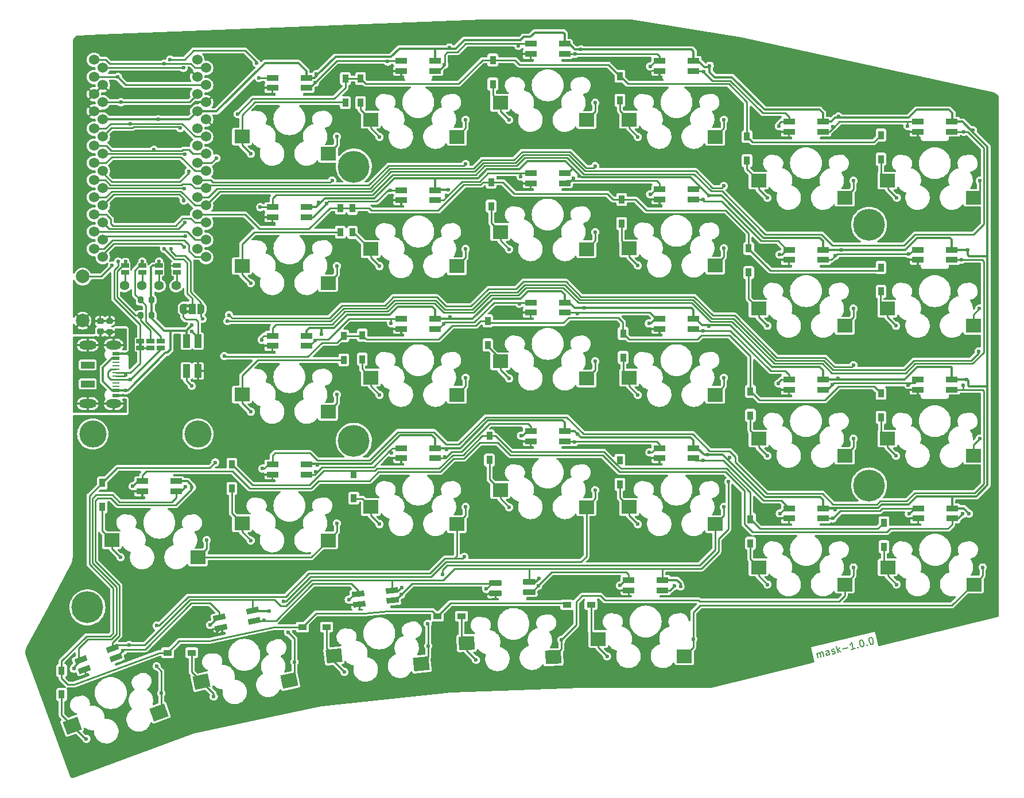
<source format=gtl>
G04 #@! TF.GenerationSoftware,KiCad,Pcbnew,(6.0.8)*
G04 #@! TF.CreationDate,2022-10-04T22:09:12+02:00*
G04 #@! TF.ProjectId,SofleKeyboard,536f666c-654b-4657-9962-6f6172642e6b,rev?*
G04 #@! TF.SameCoordinates,Original*
G04 #@! TF.FileFunction,Copper,L1,Top*
G04 #@! TF.FilePolarity,Positive*
%FSLAX46Y46*%
G04 Gerber Fmt 4.6, Leading zero omitted, Abs format (unit mm)*
G04 Created by KiCad (PCBNEW (6.0.8)) date 2022-10-04 22:09:12*
%MOMM*%
%LPD*%
G01*
G04 APERTURE LIST*
G04 Aperture macros list*
%AMRoundRect*
0 Rectangle with rounded corners*
0 $1 Rounding radius*
0 $2 $3 $4 $5 $6 $7 $8 $9 X,Y pos of 4 corners*
0 Add a 4 corners polygon primitive as box body*
4,1,4,$2,$3,$4,$5,$6,$7,$8,$9,$2,$3,0*
0 Add four circle primitives for the rounded corners*
1,1,$1+$1,$2,$3*
1,1,$1+$1,$4,$5*
1,1,$1+$1,$6,$7*
1,1,$1+$1,$8,$9*
0 Add four rect primitives between the rounded corners*
20,1,$1+$1,$2,$3,$4,$5,0*
20,1,$1+$1,$4,$5,$6,$7,0*
20,1,$1+$1,$6,$7,$8,$9,0*
20,1,$1+$1,$8,$9,$2,$3,0*%
%AMRotRect*
0 Rectangle, with rotation*
0 The origin of the aperture is its center*
0 $1 length*
0 $2 width*
0 $3 Rotation angle, in degrees counterclockwise*
0 Add horizontal line*
21,1,$1,$2,0,0,$3*%
%AMFreePoly0*
4,1,22,0.550000,-0.750000,0.000000,-0.750000,0.000000,-0.745033,-0.079941,-0.743568,-0.215256,-0.701293,-0.333266,-0.622738,-0.424486,-0.514219,-0.481581,-0.384460,-0.499164,-0.250000,-0.500000,-0.250000,-0.500000,0.250000,-0.499164,0.250000,-0.499963,0.256109,-0.478152,0.396186,-0.417904,0.524511,-0.324060,0.630769,-0.204165,0.706417,-0.067858,0.745374,0.000000,0.744959,0.000000,0.750000,
0.550000,0.750000,0.550000,-0.750000,0.550000,-0.750000,$1*%
%AMFreePoly1*
4,1,20,0.000000,0.744959,0.073905,0.744508,0.209726,0.703889,0.328688,0.626782,0.421226,0.519385,0.479903,0.390333,0.500000,0.250000,0.500000,-0.250000,0.499851,-0.262216,0.476331,-0.402017,0.414519,-0.529596,0.319384,-0.634700,0.198574,-0.708877,0.061801,-0.746166,0.000000,-0.745033,0.000000,-0.750000,-0.550000,-0.750000,-0.550000,0.750000,0.000000,0.750000,0.000000,0.744959,
0.000000,0.744959,$1*%
G04 Aperture macros list end*
%ADD10C,0.200000*%
G04 #@! TA.AperFunction,NonConductor*
%ADD11C,0.200000*%
G04 #@! TD*
G04 #@! TA.AperFunction,EtchedComponent*
%ADD12C,0.100000*%
G04 #@! TD*
G04 #@! TA.AperFunction,SMDPad,CuDef*
%ADD13RoundRect,0.200000X0.200000X0.275000X-0.200000X0.275000X-0.200000X-0.275000X0.200000X-0.275000X0*%
G04 #@! TD*
G04 #@! TA.AperFunction,ComponentPad*
%ADD14C,4.700000*%
G04 #@! TD*
G04 #@! TA.AperFunction,ComponentPad*
%ADD15C,1.524000*%
G04 #@! TD*
G04 #@! TA.AperFunction,SMDPad,CuDef*
%ADD16R,1.143000X0.635000*%
G04 #@! TD*
G04 #@! TA.AperFunction,ComponentPad*
%ADD17C,2.000000*%
G04 #@! TD*
G04 #@! TA.AperFunction,SMDPad,CuDef*
%ADD18R,0.950000X1.300000*%
G04 #@! TD*
G04 #@! TA.AperFunction,SMDPad,CuDef*
%ADD19R,1.300000X0.950000*%
G04 #@! TD*
G04 #@! TA.AperFunction,SMDPad,CuDef*
%ADD20R,1.800000X0.820000*%
G04 #@! TD*
G04 #@! TA.AperFunction,SMDPad,CuDef*
%ADD21R,2.300000X2.000000*%
G04 #@! TD*
G04 #@! TA.AperFunction,SMDPad,CuDef*
%ADD22RotRect,1.800000X0.820000X200.000000*%
G04 #@! TD*
G04 #@! TA.AperFunction,SMDPad,CuDef*
%ADD23RotRect,2.300000X2.000000X20.000000*%
G04 #@! TD*
G04 #@! TA.AperFunction,SMDPad,CuDef*
%ADD24RotRect,1.800000X0.820000X186.000000*%
G04 #@! TD*
G04 #@! TA.AperFunction,SMDPad,CuDef*
%ADD25RotRect,2.300000X2.000000X6.000000*%
G04 #@! TD*
G04 #@! TA.AperFunction,SMDPad,CuDef*
%ADD26RotRect,1.800000X0.820000X182.000000*%
G04 #@! TD*
G04 #@! TA.AperFunction,SMDPad,CuDef*
%ADD27RotRect,2.300000X2.000000X2.000000*%
G04 #@! TD*
G04 #@! TA.AperFunction,ComponentPad*
%ADD28C,4.000000*%
G04 #@! TD*
G04 #@! TA.AperFunction,ComponentPad*
%ADD29C,1.397000*%
G04 #@! TD*
G04 #@! TA.AperFunction,SMDPad,CuDef*
%ADD30R,1.000000X2.000000*%
G04 #@! TD*
G04 #@! TA.AperFunction,SMDPad,CuDef*
%ADD31RotRect,1.800000X0.820000X192.000000*%
G04 #@! TD*
G04 #@! TA.AperFunction,SMDPad,CuDef*
%ADD32RotRect,2.300000X2.000000X12.000000*%
G04 #@! TD*
G04 #@! TA.AperFunction,SMDPad,CuDef*
%ADD33RoundRect,0.225000X-0.250000X0.225000X-0.250000X-0.225000X0.250000X-0.225000X0.250000X0.225000X0*%
G04 #@! TD*
G04 #@! TA.AperFunction,SMDPad,CuDef*
%ADD34RoundRect,0.200000X-0.275000X0.200000X-0.275000X-0.200000X0.275000X-0.200000X0.275000X0.200000X0*%
G04 #@! TD*
G04 #@! TA.AperFunction,SMDPad,CuDef*
%ADD35R,2.000000X1.000000*%
G04 #@! TD*
G04 #@! TA.AperFunction,SMDPad,CuDef*
%ADD36R,1.000000X0.520000*%
G04 #@! TD*
G04 #@! TA.AperFunction,SMDPad,CuDef*
%ADD37R,1.000000X0.270000*%
G04 #@! TD*
G04 #@! TA.AperFunction,ComponentPad*
%ADD38O,2.300000X1.300000*%
G04 #@! TD*
G04 #@! TA.AperFunction,ComponentPad*
%ADD39O,2.600000X1.300000*%
G04 #@! TD*
G04 #@! TA.AperFunction,SMDPad,CuDef*
%ADD40FreePoly0,0.000000*%
G04 #@! TD*
G04 #@! TA.AperFunction,SMDPad,CuDef*
%ADD41R,1.000000X1.500000*%
G04 #@! TD*
G04 #@! TA.AperFunction,SMDPad,CuDef*
%ADD42FreePoly1,0.000000*%
G04 #@! TD*
G04 #@! TA.AperFunction,ViaPad*
%ADD43C,0.600000*%
G04 #@! TD*
G04 #@! TA.AperFunction,Conductor*
%ADD44C,0.250000*%
G04 #@! TD*
G04 #@! TA.AperFunction,Conductor*
%ADD45C,0.350000*%
G04 #@! TD*
G04 APERTURE END LIST*
D10*
D11*
X198480337Y-129528471D02*
X198319056Y-128881607D01*
X198342096Y-128974016D02*
X198376780Y-128916291D01*
X198457669Y-128847047D01*
X198596283Y-128812486D01*
X198700212Y-128835651D01*
X198769457Y-128916540D01*
X198896178Y-129424790D01*
X198769457Y-128916540D02*
X198792621Y-128812611D01*
X198873510Y-128743366D01*
X199012124Y-128708806D01*
X199116053Y-128731970D01*
X199185298Y-128812859D01*
X199312019Y-129321109D01*
X200189906Y-129102227D02*
X200063185Y-128593977D01*
X199993940Y-128513088D01*
X199890011Y-128489924D01*
X199705192Y-128536004D01*
X199624303Y-128605249D01*
X200178386Y-129056023D02*
X200097496Y-129125268D01*
X199866474Y-129182868D01*
X199762544Y-129159704D01*
X199693300Y-129078815D01*
X199670260Y-128986406D01*
X199693424Y-128882476D01*
X199774313Y-128813232D01*
X200005336Y-128755631D01*
X200086225Y-128686386D01*
X200594227Y-128952342D02*
X200698156Y-128975506D01*
X200882974Y-128929426D01*
X200963863Y-128860181D01*
X200987027Y-128756252D01*
X200975507Y-128710048D01*
X200906263Y-128629159D01*
X200802333Y-128605994D01*
X200663720Y-128640554D01*
X200559790Y-128617390D01*
X200490546Y-128536501D01*
X200479026Y-128490296D01*
X200502190Y-128386367D01*
X200583079Y-128317123D01*
X200721693Y-128282562D01*
X200825622Y-128305727D01*
X201437429Y-128791185D02*
X201195507Y-127820889D01*
X201437677Y-128398508D02*
X201807065Y-128699024D01*
X201645784Y-128052160D02*
X201368308Y-128513958D01*
X202130745Y-128225707D02*
X202870018Y-128041386D01*
X203932475Y-128169100D02*
X203378020Y-128307341D01*
X203655247Y-128238221D02*
X203413326Y-127267925D01*
X203355477Y-127429579D01*
X203286108Y-127545028D01*
X203205219Y-127614273D01*
X204325276Y-127973010D02*
X204383000Y-128007695D01*
X204348316Y-128065419D01*
X204290591Y-128030735D01*
X204325276Y-127973010D01*
X204348316Y-128065419D01*
X204753258Y-126933842D02*
X204845667Y-126910802D01*
X204949596Y-126933967D01*
X205007321Y-126968651D01*
X205076565Y-127049540D01*
X205168850Y-127222838D01*
X205226451Y-127453861D01*
X205226327Y-127650199D01*
X205203162Y-127754128D01*
X205168478Y-127811853D01*
X205087589Y-127881098D01*
X204995180Y-127904138D01*
X204891250Y-127880974D01*
X204833526Y-127846289D01*
X204764281Y-127765400D01*
X204671996Y-127592102D01*
X204614396Y-127361079D01*
X204614520Y-127164741D01*
X204637684Y-127060812D01*
X204672369Y-127003087D01*
X204753258Y-126933842D01*
X205711412Y-127627408D02*
X205769137Y-127662092D01*
X205734453Y-127719817D01*
X205676728Y-127685132D01*
X205711412Y-127627408D01*
X205734453Y-127719817D01*
X206139395Y-126588240D02*
X206231804Y-126565199D01*
X206335733Y-126588364D01*
X206393458Y-126623048D01*
X206462702Y-126703937D01*
X206554987Y-126877235D01*
X206612588Y-127108258D01*
X206612463Y-127304597D01*
X206589299Y-127408526D01*
X206554615Y-127466250D01*
X206473726Y-127535495D01*
X206381316Y-127558535D01*
X206277387Y-127535371D01*
X206219663Y-127500687D01*
X206150418Y-127419797D01*
X206058133Y-127246499D01*
X206000532Y-127015477D01*
X206000657Y-126819138D01*
X206023821Y-126715209D01*
X206058506Y-126657484D01*
X206139395Y-126588240D01*
G36*
X98600000Y-83500000D02*
G01*
X98300000Y-83500000D01*
X98300000Y-83100000D01*
X98600000Y-83100000D01*
X98600000Y-83500000D01*
G37*
D12*
X98600000Y-83500000D02*
X98300000Y-83500000D01*
X98300000Y-83100000D01*
X98600000Y-83100000D01*
X98600000Y-83500000D01*
G36*
X105750000Y-77800000D02*
G01*
X105250000Y-77800000D01*
X105250000Y-77400000D01*
X105750000Y-77400000D01*
X105750000Y-77800000D01*
G37*
G36*
X105750000Y-78600000D02*
G01*
X105250000Y-78600000D01*
X105250000Y-78200000D01*
X105750000Y-78200000D01*
X105750000Y-78600000D01*
G37*
D13*
X100185000Y-78970000D03*
X98535000Y-78970000D03*
X100185000Y-76720000D03*
X98535000Y-76720000D03*
D14*
X130000000Y-57000000D03*
X206000000Y-65600000D03*
X130000000Y-97500000D03*
X206000000Y-104100000D03*
X90700000Y-122100000D03*
D15*
X91670000Y-41230000D03*
X108208815Y-42425745D03*
X108208815Y-44965745D03*
X91670000Y-43770000D03*
X108208815Y-47505745D03*
X91670000Y-46310000D03*
X91670000Y-48850000D03*
X108208815Y-50045745D03*
X108208815Y-52585745D03*
X91670000Y-51390000D03*
X108208815Y-55125745D03*
X91670000Y-53930000D03*
X91670000Y-56470000D03*
X108208815Y-57665745D03*
X108208815Y-60205745D03*
X91670000Y-59010000D03*
X91670000Y-61550000D03*
X108208815Y-62745745D03*
X91670000Y-64090000D03*
X108208815Y-65285745D03*
X108208815Y-67825745D03*
X91670000Y-66630000D03*
X91670000Y-69170000D03*
X108208815Y-70365745D03*
X106910000Y-69170000D03*
X92968815Y-70365745D03*
X92968815Y-67825745D03*
X106910000Y-66630000D03*
X92968815Y-65285745D03*
X106910000Y-64090000D03*
X92968815Y-62745745D03*
X106910000Y-61550000D03*
X92968815Y-60205745D03*
X106910000Y-59010000D03*
X92968815Y-57665745D03*
X106910000Y-56470000D03*
X92968815Y-55125745D03*
X106910000Y-53930000D03*
X92968815Y-52585745D03*
X106910000Y-51390000D03*
X92968815Y-50045745D03*
X106910000Y-48850000D03*
X106910000Y-46310000D03*
X92968815Y-47505745D03*
X92968815Y-44965745D03*
X106910000Y-43770000D03*
X106910000Y-41230000D03*
X92968815Y-42425745D03*
D16*
X103886000Y-72636380D03*
X103886000Y-71635620D03*
X101286000Y-72636380D03*
X101286000Y-71635620D03*
X98786000Y-72636380D03*
X98786000Y-71635620D03*
D17*
X90000000Y-79750000D03*
X90000000Y-73250000D03*
D16*
X98450000Y-82799620D03*
X98450000Y-83800380D03*
D18*
X128750000Y-44000000D03*
X128750000Y-47550000D03*
X131000000Y-44005500D03*
X131000000Y-47555500D03*
X150500000Y-41265000D03*
X150500000Y-44815000D03*
X169250000Y-43650000D03*
X169250000Y-47200000D03*
X188000000Y-52575000D03*
X188000000Y-56125000D03*
X207750000Y-52350000D03*
X207750000Y-55900000D03*
X128000000Y-63140000D03*
X128000000Y-66690000D03*
X129800000Y-63165000D03*
X129800000Y-66715000D03*
X150250000Y-59290000D03*
X150250000Y-62840000D03*
X169500000Y-61875000D03*
X169500000Y-65425000D03*
X188250000Y-69100000D03*
X188250000Y-72650000D03*
X207750000Y-71900000D03*
X207750000Y-75450000D03*
X128500000Y-82000000D03*
X128500000Y-85550000D03*
X131250000Y-81900000D03*
X131250000Y-85450000D03*
X149750000Y-79790000D03*
X149750000Y-83340000D03*
X169725000Y-81650000D03*
X169725000Y-85200000D03*
X188500000Y-90200000D03*
X188500000Y-93750000D03*
X207750000Y-90500000D03*
X207750000Y-94050000D03*
X112000000Y-100975000D03*
X112000000Y-104525000D03*
X130000000Y-102425000D03*
X130000000Y-105975000D03*
X150000000Y-96790000D03*
X150000000Y-100340000D03*
X169250000Y-100375000D03*
X169250000Y-103925000D03*
X188500000Y-109075000D03*
X188500000Y-112625000D03*
X208200000Y-109600000D03*
X208200000Y-113150000D03*
X92900000Y-103725000D03*
X92900000Y-107275000D03*
X86900000Y-131425000D03*
X86900000Y-134975000D03*
D19*
X102525000Y-128800000D03*
X106075000Y-128800000D03*
X122425000Y-125000000D03*
X125975000Y-125000000D03*
X142325000Y-123400000D03*
X145875000Y-123400000D03*
D20*
X123000000Y-45375000D03*
X118000000Y-45375000D03*
X118000000Y-43875000D03*
X123000000Y-43875000D03*
D21*
X113500000Y-52580000D03*
X126200000Y-55120000D03*
D20*
X142000000Y-42875000D03*
X137000000Y-42875000D03*
X137000000Y-41375000D03*
X142000000Y-41375000D03*
D21*
X132500000Y-50080000D03*
X145200000Y-52620000D03*
D20*
X161100000Y-40375000D03*
X156100000Y-40375000D03*
X156100000Y-38875000D03*
X161100000Y-38875000D03*
D21*
X151600000Y-47580000D03*
X164300000Y-50120000D03*
D20*
X180100000Y-42875000D03*
X175100000Y-42875000D03*
X175100000Y-41375000D03*
X180100000Y-41375000D03*
D21*
X170600000Y-50080000D03*
X183300000Y-52620000D03*
D20*
X199200000Y-51875000D03*
X194200000Y-51875000D03*
X194200000Y-50375000D03*
X199200000Y-50375000D03*
D21*
X189700000Y-59080000D03*
X202400000Y-61620000D03*
D20*
X123000000Y-64475000D03*
X118000000Y-64475000D03*
X118000000Y-62975000D03*
X123000000Y-62975000D03*
D21*
X113500000Y-71680000D03*
X126200000Y-74220000D03*
D20*
X142000000Y-61975000D03*
X137000000Y-61975000D03*
X137000000Y-60475000D03*
X142000000Y-60475000D03*
D21*
X132500000Y-69180000D03*
X145200000Y-71720000D03*
D20*
X161100000Y-59465000D03*
X156100000Y-59465000D03*
X156100000Y-57965000D03*
X161100000Y-57965000D03*
D21*
X151600000Y-66670000D03*
X164300000Y-69210000D03*
D20*
X180100000Y-61875000D03*
X175100000Y-61875000D03*
X175100000Y-60375000D03*
X180100000Y-60375000D03*
D21*
X170600000Y-69080000D03*
X183300000Y-71620000D03*
D20*
X199200000Y-70775000D03*
X194200000Y-70775000D03*
X194200000Y-69275000D03*
X199200000Y-69275000D03*
D21*
X189700000Y-77980000D03*
X202400000Y-80520000D03*
D20*
X218200000Y-70775000D03*
X213200000Y-70775000D03*
X213200000Y-69275000D03*
X218200000Y-69275000D03*
D21*
X208700000Y-77980000D03*
X221400000Y-80520000D03*
D20*
X123000000Y-83475000D03*
X118000000Y-83475000D03*
X118000000Y-81975000D03*
X123000000Y-81975000D03*
D21*
X113500000Y-90680000D03*
X126200000Y-93220000D03*
D20*
X142000000Y-80975000D03*
X137000000Y-80975000D03*
X137000000Y-79475000D03*
X142000000Y-79475000D03*
D21*
X132500000Y-88180000D03*
X145200000Y-90720000D03*
D20*
X161100000Y-78565000D03*
X156100000Y-78565000D03*
X156100000Y-77065000D03*
X161100000Y-77065000D03*
D21*
X151600000Y-85770000D03*
X164300000Y-88310000D03*
D20*
X180100000Y-80975000D03*
X175100000Y-80975000D03*
X175100000Y-79475000D03*
X180100000Y-79475000D03*
D21*
X170600000Y-88180000D03*
X183300000Y-90720000D03*
D20*
X199200000Y-89975000D03*
X194200000Y-89975000D03*
X194200000Y-88475000D03*
X199200000Y-88475000D03*
D21*
X189700000Y-97180000D03*
X202400000Y-99720000D03*
D20*
X218200000Y-89975000D03*
X213200000Y-89975000D03*
X213200000Y-88475000D03*
X218200000Y-88475000D03*
D21*
X208700000Y-97180000D03*
X221400000Y-99720000D03*
D20*
X123000000Y-102475000D03*
X118000000Y-102475000D03*
X118000000Y-100975000D03*
X123000000Y-100975000D03*
D21*
X113500000Y-109680000D03*
X126200000Y-112220000D03*
D20*
X142000000Y-100075000D03*
X137000000Y-100075000D03*
X137000000Y-98575000D03*
X142000000Y-98575000D03*
D21*
X132500000Y-107280000D03*
X145200000Y-109820000D03*
D20*
X161100000Y-97565000D03*
X156100000Y-97565000D03*
X156100000Y-96065000D03*
X161100000Y-96065000D03*
D21*
X151600000Y-104770000D03*
X164300000Y-107310000D03*
D20*
X180100000Y-100075000D03*
X175100000Y-100075000D03*
X175100000Y-98575000D03*
X180100000Y-98575000D03*
D21*
X170600000Y-107280000D03*
X183300000Y-109820000D03*
D20*
X199200000Y-108975000D03*
X194200000Y-108975000D03*
X194200000Y-107475000D03*
X199200000Y-107475000D03*
D21*
X189700000Y-116180000D03*
X202400000Y-118720000D03*
D20*
X218250000Y-108975000D03*
X213250000Y-108975000D03*
X213250000Y-107475000D03*
X218250000Y-107475000D03*
D21*
X208750000Y-116180000D03*
X221450000Y-118720000D03*
D22*
X94917388Y-129548871D03*
X90218925Y-131258972D03*
X89705895Y-129849433D03*
X94404358Y-128139332D03*
D23*
X88454564Y-139568548D03*
X101257391Y-137611711D03*
D24*
X135752861Y-121089015D03*
X130780251Y-121611657D03*
X130623458Y-120119875D03*
X135596068Y-119597232D03*
D25*
X127058030Y-129247566D03*
X139953961Y-130446140D03*
D26*
X155887067Y-119840569D03*
X150890113Y-120015066D03*
X150837764Y-118515980D03*
X155834718Y-118341482D03*
D27*
X146644305Y-127372725D03*
X159425213Y-129467954D03*
D28*
X91500000Y-96500000D03*
D16*
X96286000Y-72636380D03*
X96286000Y-71635620D03*
D29*
X96190000Y-74600000D03*
X98730000Y-74600000D03*
X101270000Y-74600000D03*
X103810000Y-74600000D03*
D19*
X161425000Y-121700000D03*
X164975000Y-121700000D03*
D28*
X107000000Y-96500000D03*
D30*
X105285000Y-87187900D03*
X107035000Y-87187900D03*
X107035000Y-82787900D03*
X105285000Y-82787900D03*
D20*
X175550000Y-119575000D03*
X170550000Y-119575000D03*
X170550000Y-118075000D03*
X175550000Y-118075000D03*
D21*
X166050000Y-126780000D03*
X178750000Y-129320000D03*
D31*
X115333777Y-124056288D03*
X110443039Y-125095847D03*
X110131172Y-123628625D03*
X115021910Y-122589067D03*
D32*
X107539379Y-133079003D03*
X120489949Y-132923019D03*
D20*
X218200000Y-51875000D03*
X213200000Y-51875000D03*
X213200000Y-50375000D03*
X218200000Y-50375000D03*
D21*
X208700000Y-59080000D03*
X221400000Y-61620000D03*
D16*
X101550000Y-83800380D03*
X101550000Y-82799620D03*
D33*
X92600000Y-79825000D03*
X92600000Y-81375000D03*
D16*
X100000000Y-83800380D03*
X100000000Y-82799620D03*
D34*
X94000000Y-79775000D03*
X94000000Y-81425000D03*
D35*
X90750000Y-89100000D03*
X90750000Y-86300000D03*
D36*
X94950000Y-84600000D03*
X94950000Y-85350000D03*
D37*
X94950000Y-85950000D03*
X94950000Y-87450000D03*
X94950000Y-88450000D03*
X94950000Y-89450000D03*
D36*
X94950000Y-90050000D03*
X94950000Y-90800000D03*
X94950000Y-90800000D03*
X94950000Y-90050000D03*
D37*
X94950000Y-88950000D03*
X94950000Y-87950000D03*
X94950000Y-86950000D03*
X94950000Y-86450000D03*
D36*
X94950000Y-85350000D03*
X94950000Y-84600000D03*
D38*
X94575000Y-83380000D03*
D39*
X90750000Y-92020000D03*
D38*
X94575000Y-92020000D03*
D39*
X90750000Y-83380000D03*
D20*
X103800000Y-104975000D03*
X98800000Y-104975000D03*
X98800000Y-103475000D03*
X103800000Y-103475000D03*
D21*
X94300000Y-112180000D03*
X107000000Y-114720000D03*
D40*
X104850000Y-78000000D03*
D41*
X106150000Y-78000000D03*
D42*
X107450000Y-78000000D03*
D38*
X94575000Y-83380000D03*
D39*
X90750000Y-83380000D03*
D38*
X94575000Y-92020000D03*
D39*
X90750000Y-92020000D03*
D43*
X114800000Y-55120000D03*
X128700000Y-47600000D03*
X109570000Y-100690000D03*
X122400000Y-125000000D03*
X102500000Y-128800000D03*
X86900000Y-131400000D03*
X142390000Y-123400000D03*
X92900000Y-103700000D03*
X161400000Y-121700000D03*
X131000000Y-47600000D03*
X133800000Y-52620000D03*
X150500000Y-44800000D03*
X152900000Y-50120000D03*
X130994500Y-44000000D03*
X207750000Y-52350000D03*
X105660000Y-57720000D03*
X128800000Y-44000000D03*
X109710000Y-55760000D03*
X112870000Y-49240000D03*
X188000000Y-52575000D03*
X150500000Y-41265000D03*
X169300000Y-43700000D03*
X171900000Y-52620000D03*
X169300000Y-47200000D03*
X188250000Y-69100000D03*
X150250000Y-59290000D03*
X105060000Y-65280000D03*
X169500000Y-61875000D03*
X207725000Y-71925000D03*
X129787500Y-63152500D03*
X128000000Y-63140000D03*
X191000000Y-61620000D03*
X188000000Y-56200000D03*
X149750000Y-79790000D03*
X188550000Y-90250000D03*
X207750000Y-90500000D03*
X110880000Y-84990000D03*
X169687500Y-81612500D03*
X131325000Y-81975000D03*
X128500000Y-82000000D03*
X210100000Y-61620000D03*
X207800000Y-55900000D03*
X130050000Y-102475000D03*
X208200000Y-109600000D03*
X169287500Y-100412500D03*
X105000000Y-68900000D03*
X112000000Y-100975000D03*
X188512500Y-109087500D03*
X150000000Y-96790000D03*
X128000000Y-66640000D03*
X114800000Y-74220000D03*
X129900000Y-66740000D03*
X133800000Y-71720000D03*
X150300000Y-62900000D03*
X152900000Y-69210000D03*
X169500000Y-65500000D03*
X171900000Y-71620000D03*
X188200000Y-72700000D03*
X191000000Y-80520000D03*
X207700000Y-75500000D03*
X210000000Y-80520000D03*
X114800000Y-93220000D03*
X128400000Y-85600000D03*
X133800000Y-90720000D03*
X131200000Y-85500000D03*
X152900000Y-88310000D03*
X149800000Y-83400000D03*
X169700000Y-85300000D03*
X171900000Y-90720000D03*
X188500000Y-93800000D03*
X191000000Y-99720000D03*
X207800000Y-94100000D03*
X210000000Y-99720000D03*
X112000000Y-104500000D03*
X114800000Y-112220000D03*
X130000000Y-106025000D03*
X133800000Y-109820000D03*
X152900000Y-107310000D03*
X150000000Y-100400000D03*
X171900000Y-109820000D03*
X169200000Y-103900000D03*
X188400000Y-112700000D03*
X191000000Y-118720000D03*
X208200000Y-113200000D03*
X210050000Y-118720000D03*
X90544895Y-141510741D03*
X86900000Y-134975000D03*
X109339067Y-135293212D03*
X106075000Y-128800000D03*
X128616411Y-131637764D03*
X126000000Y-125000000D03*
X106100000Y-80400000D03*
X143640000Y-98770000D03*
X201500000Y-49600000D03*
X182400000Y-61300000D03*
X185260000Y-103550000D03*
X163500000Y-39700000D03*
X221300000Y-51600000D03*
X96860000Y-127660000D03*
X164010000Y-77900000D03*
X106120000Y-104330000D03*
X182340000Y-80590000D03*
X137060000Y-119160000D03*
X96375000Y-90050000D03*
X101155999Y-50025048D03*
X143900000Y-60400000D03*
X182500000Y-42100000D03*
X200980000Y-107690000D03*
X124800000Y-62300000D03*
X185400000Y-100000000D03*
X220525000Y-69275000D03*
X124500000Y-43300000D03*
X144210000Y-79220000D03*
X162970000Y-96500000D03*
X101270000Y-71000000D03*
X157300000Y-117870000D03*
X124620000Y-101090000D03*
X125200000Y-81780000D03*
X220390000Y-88440000D03*
X178190000Y-118990000D03*
X182185000Y-99575000D03*
X163200000Y-58400000D03*
X220750000Y-108240000D03*
X201925000Y-69275000D03*
X144100000Y-39400000D03*
X117540000Y-122660000D03*
X201410000Y-88300000D03*
X217266679Y-83642002D03*
X119560000Y-119510000D03*
X103270000Y-43670000D03*
X205020000Y-90900000D03*
X132580000Y-67430000D03*
X97475000Y-80625000D03*
X103110000Y-62010000D03*
X85186679Y-134442002D03*
X143606679Y-114122002D03*
X215710000Y-78760000D03*
X185680000Y-77980000D03*
X181706679Y-83642002D03*
X186786679Y-114122002D03*
X177650000Y-51080000D03*
X139460000Y-50990000D03*
X95346679Y-98882002D03*
X192200000Y-90000000D03*
X161100000Y-124000000D03*
X89000000Y-94100000D03*
X92806679Y-114122002D03*
X224420000Y-122960000D03*
X215730000Y-98040000D03*
X97500000Y-126570000D03*
X97886679Y-63322002D03*
X128640000Y-76560000D03*
X166466679Y-131902002D03*
X173180000Y-60020000D03*
X125250000Y-84670000D03*
X181706679Y-111582002D03*
X108100000Y-125900000D03*
X164130000Y-118740000D03*
X98890000Y-69360000D03*
X224530000Y-81940000D03*
X186786679Y-131902002D03*
X94390000Y-40820000D03*
X221520000Y-72410000D03*
X112120000Y-99360000D03*
X97500000Y-71320000D03*
X155040000Y-91850000D03*
X93400000Y-101860000D03*
X203600000Y-120700000D03*
X135986679Y-134442002D03*
X123286679Y-129362002D03*
X189600000Y-68900000D03*
X167930000Y-66840000D03*
X125826679Y-134442002D03*
X189326679Y-101422002D03*
X192300000Y-51900000D03*
X168400000Y-119600000D03*
X97886679Y-37922002D03*
X224440000Y-113660000D03*
X179180000Y-122530000D03*
X126140000Y-78350000D03*
X110586679Y-119202002D03*
X151226679Y-131902002D03*
X156500000Y-122900000D03*
X161386679Y-53162002D03*
X154100000Y-78600000D03*
X88540000Y-132660000D03*
X177500000Y-108300000D03*
X196770000Y-60000000D03*
X185520000Y-83460000D03*
X154100000Y-40200000D03*
X120470000Y-53510000D03*
X161386679Y-114122002D03*
X164640000Y-80210000D03*
X97750000Y-56670000D03*
X126190000Y-105060000D03*
X161386679Y-101422002D03*
X189326679Y-43002002D03*
X169006679Y-111582002D03*
X215680000Y-59910000D03*
X166580000Y-62090000D03*
X125610000Y-65550000D03*
X94000000Y-77300000D03*
X183860000Y-117960000D03*
X173000000Y-127600000D03*
X221540000Y-103590000D03*
X118206679Y-136982002D03*
X181706679Y-76022002D03*
X105506679Y-37922002D03*
X102400000Y-70710000D03*
X136700000Y-103320000D03*
X128180000Y-68180000D03*
X210500000Y-71200000D03*
X94410000Y-48850000D03*
X169006679Y-63322002D03*
X178450000Y-117330000D03*
X111920000Y-89020000D03*
X224680000Y-101250000D03*
X181706679Y-45542002D03*
X97300000Y-91000000D03*
X147590000Y-81530000D03*
X158846679Y-119202002D03*
X188970000Y-80290000D03*
X148686679Y-101422002D03*
X100310000Y-53070000D03*
X174086679Y-55702002D03*
X120500000Y-110800000D03*
X114500000Y-132400000D03*
X196946679Y-98882002D03*
X142210000Y-121540000D03*
X147760000Y-60620000D03*
X211300000Y-51900000D03*
X143606679Y-45542002D03*
X158780000Y-67640000D03*
X212300000Y-123100000D03*
X96450000Y-76000000D03*
X108120000Y-100630000D03*
X142490000Y-83720000D03*
X201460000Y-105920000D03*
X93450000Y-125360000D03*
X174450000Y-83610000D03*
X130906679Y-70942002D03*
X101370000Y-77530000D03*
X148686679Y-48082002D03*
X97180000Y-46150000D03*
X202680000Y-109260000D03*
X126420000Y-75870000D03*
X112480000Y-78140000D03*
X105302039Y-48850000D03*
X106900000Y-75360000D03*
X133446679Y-55702002D03*
X118206679Y-58242002D03*
X114830000Y-45700000D03*
X196750000Y-116750000D03*
X189326679Y-76022002D03*
X148400000Y-120100000D03*
X99900000Y-64830000D03*
X118206679Y-78562002D03*
X186786679Y-58242002D03*
X204810000Y-85740000D03*
X179166679Y-37922002D03*
X164380000Y-95350000D03*
X177650000Y-70050000D03*
X184246679Y-40462002D03*
X188400000Y-119900000D03*
X210400000Y-90430000D03*
X168000000Y-71600000D03*
X186300000Y-71000000D03*
X125520000Y-95180000D03*
X133446679Y-114122002D03*
X147520000Y-76100000D03*
X205200000Y-73500000D03*
X134400000Y-43200000D03*
X204566679Y-60782002D03*
X100800000Y-48850000D03*
X140600000Y-116100000D03*
X161386679Y-43002002D03*
X151720000Y-61080000D03*
X135100000Y-100600000D03*
X105140000Y-43790000D03*
X141066679Y-55702002D03*
X125826679Y-114122002D03*
X163926679Y-124282002D03*
X82646679Y-129362002D03*
X85186679Y-124282002D03*
X89200000Y-78000000D03*
X144420000Y-43720000D03*
X163926679Y-37922002D03*
X129700000Y-124500000D03*
X104700000Y-92000000D03*
X181706679Y-55702002D03*
X181706679Y-93802002D03*
X209010000Y-105360000D03*
X138526679Y-37922002D03*
X136850000Y-64500000D03*
X128366679Y-50622002D03*
X129840000Y-80630000D03*
X175200000Y-74900000D03*
X108710000Y-73720000D03*
X202390000Y-85190000D03*
X87726679Y-119202002D03*
X143606679Y-76022002D03*
X94800000Y-62200000D03*
X116400000Y-84310000D03*
X110586679Y-43002002D03*
X87726679Y-142062002D03*
X205640000Y-109250000D03*
X166466679Y-45542002D03*
X173200000Y-81000000D03*
X189290000Y-86670000D03*
X194406679Y-83642002D03*
X114020000Y-86010000D03*
X105506679Y-116662002D03*
X131310000Y-64080000D03*
X158630000Y-86410000D03*
X128330000Y-54430000D03*
X100426679Y-93802002D03*
X145620000Y-65140000D03*
X145670000Y-61460000D03*
X204566679Y-48082002D03*
X223960000Y-105300000D03*
X224610000Y-91690000D03*
X209646679Y-53162002D03*
X189290000Y-106340000D03*
X94850000Y-45940000D03*
X171546679Y-37922002D03*
X112430000Y-73550000D03*
X185520000Y-65570000D03*
X194406679Y-65862002D03*
X97525000Y-77425000D03*
X202030000Y-90910000D03*
X151226679Y-73482002D03*
X147380000Y-71220000D03*
X116100000Y-64500000D03*
X186786679Y-96342002D03*
X111280000Y-113380000D03*
X108046679Y-103962002D03*
X125270000Y-99330000D03*
X124990000Y-58050000D03*
X116290000Y-103170000D03*
X186520000Y-90030000D03*
X99610000Y-58300000D03*
X151226679Y-53162002D03*
X161386679Y-63322002D03*
X89000000Y-74800000D03*
X104450000Y-40260000D03*
X209646679Y-45542002D03*
X148686679Y-109042002D03*
X157270000Y-36090000D03*
X149120000Y-87900000D03*
X103260000Y-64780000D03*
X147490000Y-67300000D03*
X105420000Y-46180000D03*
X219700000Y-106600000D03*
X97886679Y-53162002D03*
X92780000Y-71880000D03*
X94780000Y-57540000D03*
X139110000Y-120950000D03*
X156306679Y-111582002D03*
X89350000Y-104070000D03*
X93980000Y-108850000D03*
X166800000Y-75200000D03*
X105506679Y-63322002D03*
X174380000Y-64910000D03*
X89420000Y-38400000D03*
X102966679Y-98882002D03*
X96240000Y-132260000D03*
X142190000Y-64650000D03*
X105506679Y-134442002D03*
X102966679Y-139522002D03*
X89010000Y-55700000D03*
X202026679Y-73482002D03*
X111420000Y-84040000D03*
X96540000Y-43600000D03*
X166500000Y-80280000D03*
X210710000Y-86100000D03*
X103030000Y-46200000D03*
X89900000Y-100300000D03*
X192300000Y-70800000D03*
X217266679Y-45542002D03*
X181400000Y-129700000D03*
X123286679Y-121742002D03*
X97886679Y-142062002D03*
X167860000Y-85760000D03*
X94790000Y-52940000D03*
X164640000Y-62270000D03*
X153700000Y-127900000D03*
X199486679Y-93802002D03*
X189326679Y-63322002D03*
X104740000Y-76530000D03*
X205400000Y-71200000D03*
X193500000Y-73600000D03*
X149900000Y-91370000D03*
X154200000Y-59500000D03*
X211400000Y-109600000D03*
X142240000Y-103270000D03*
X97800000Y-129240000D03*
X135000000Y-81000000D03*
X102966679Y-126822002D03*
X126940000Y-57420000D03*
X166466679Y-55702002D03*
X103280000Y-53010000D03*
X136630000Y-83820000D03*
X139250000Y-95270000D03*
X163450000Y-60070000D03*
X96960000Y-105500000D03*
X151226679Y-114122002D03*
X174086679Y-45542002D03*
X148840000Y-40140000D03*
X107150000Y-130970000D03*
X138840000Y-74410000D03*
X166466679Y-106502002D03*
X220700000Y-111000000D03*
X166720000Y-60030000D03*
X164210000Y-41150000D03*
X105506679Y-53162002D03*
X91400000Y-133840000D03*
X164570000Y-90240000D03*
X133446679Y-45542002D03*
X118206679Y-96342002D03*
X109810000Y-53830000D03*
X106780000Y-71400000D03*
X164430000Y-75210000D03*
X206160000Y-80080000D03*
X224590000Y-73080000D03*
X143606679Y-124282002D03*
X199486679Y-55702002D03*
X192300000Y-109000000D03*
X112040000Y-92540000D03*
X196640000Y-78690000D03*
X194406679Y-103962002D03*
X144620000Y-97050000D03*
X113126679Y-37922002D03*
X95500000Y-138000000D03*
X173100000Y-100100000D03*
X194406679Y-40462002D03*
X99700000Y-88400000D03*
X174086679Y-93802002D03*
X132590000Y-99020000D03*
X196946679Y-129362002D03*
X89010000Y-71700000D03*
X139560000Y-70270000D03*
X110586679Y-136982002D03*
X147670000Y-36520000D03*
X181500000Y-123100000D03*
X129770000Y-89640000D03*
X89000000Y-47570000D03*
X125826679Y-45542002D03*
X202026679Y-43002002D03*
X89130000Y-63400000D03*
X130906679Y-37922002D03*
X134330000Y-92730000D03*
X158220000Y-72420000D03*
X178310000Y-120220000D03*
X102966679Y-88722002D03*
X214726679Y-65862002D03*
X172980000Y-61930000D03*
X151226679Y-81102002D03*
X120570000Y-91340000D03*
X128650000Y-94280000D03*
X92806679Y-144602002D03*
X123286679Y-37922002D03*
X102200000Y-75750000D03*
X186786679Y-48082002D03*
X123286679Y-106502002D03*
X128520000Y-73570000D03*
X128540000Y-104550000D03*
X89540000Y-110130000D03*
X97886679Y-119202002D03*
X97400000Y-85000000D03*
X116960000Y-80740000D03*
X102966679Y-58242002D03*
X177550000Y-88960000D03*
X97400000Y-48850000D03*
X158600000Y-106100000D03*
X100720000Y-43710000D03*
X106840000Y-122520000D03*
X206200000Y-97450000D03*
X187400000Y-126500000D03*
X134100000Y-129400000D03*
X166630000Y-95380000D03*
X202400000Y-71500000D03*
X123280000Y-86750000D03*
X224530000Y-65220000D03*
X146770000Y-125470000D03*
X139500000Y-108400000D03*
X110670000Y-101110000D03*
X111400000Y-80990000D03*
X221450000Y-91180000D03*
X135200000Y-62000000D03*
X158846679Y-131902002D03*
X133446679Y-76022002D03*
X154200000Y-97600000D03*
X203490000Y-106020000D03*
X100950000Y-46140000D03*
X202400000Y-123100000D03*
X158590000Y-48360000D03*
X143606679Y-131902002D03*
X174086679Y-114122002D03*
X139410000Y-89130000D03*
X140170000Y-126200000D03*
X128200000Y-121800000D03*
X115380000Y-115760000D03*
X205600000Y-112200000D03*
X104720000Y-80340000D03*
X129770000Y-83750000D03*
X102600000Y-85500000D03*
X94950000Y-69400000D03*
X101400000Y-113100000D03*
X92790000Y-74320000D03*
X209646679Y-63322002D03*
X215670000Y-117190000D03*
X173500000Y-43800000D03*
X160800000Y-91870000D03*
X110586679Y-58242002D03*
X130906679Y-109042002D03*
X123286679Y-68402002D03*
X118206679Y-40462002D03*
X180570000Y-65010000D03*
X207620000Y-126720000D03*
X120746679Y-73482002D03*
X166190000Y-124830000D03*
X224570000Y-53650000D03*
X127040000Y-127160000D03*
X169006679Y-98882002D03*
X171546679Y-81102002D03*
X103900000Y-82200000D03*
X174086679Y-131902002D03*
X110586679Y-65862002D03*
X186786679Y-106502002D03*
X108840000Y-85980000D03*
X218980000Y-122330000D03*
X117510000Y-86770000D03*
X108700000Y-79120000D03*
X113300000Y-107570000D03*
X222346679Y-48082002D03*
X88040000Y-137590000D03*
X127610000Y-99440000D03*
X147670000Y-94420000D03*
X193600000Y-123100000D03*
X109770000Y-108610000D03*
X103190000Y-48850000D03*
X109500000Y-94600000D03*
X99880000Y-61900000D03*
X95030000Y-64800000D03*
X214520000Y-103390000D03*
X163926679Y-70942002D03*
X196946679Y-45542002D03*
X153766679Y-43002002D03*
X116400000Y-126800000D03*
X155810000Y-62470000D03*
X104350000Y-57160000D03*
X111350000Y-79830000D03*
X222315999Y-59080000D03*
X222750000Y-116180000D03*
X222305500Y-97180000D03*
X222275500Y-77980000D03*
X180050000Y-126780000D03*
X105134399Y-67275500D03*
X222150000Y-84300000D03*
X203700000Y-116180000D03*
X203700000Y-59080000D03*
X203700000Y-97180000D03*
X203700000Y-77980000D03*
X203700000Y-86320000D03*
X160635776Y-126884132D03*
X111610000Y-78930000D03*
X184600000Y-69080000D03*
X140981337Y-127784167D03*
X143100000Y-117200000D03*
X184600000Y-50080000D03*
X184600000Y-59870000D03*
X140900000Y-124500000D03*
X184585500Y-107281632D03*
X184600000Y-88180000D03*
X165600000Y-85770000D03*
X119600000Y-121200000D03*
X104910000Y-62020000D03*
X120300000Y-125800000D03*
X165600000Y-104770000D03*
X121233445Y-130168239D03*
X165600000Y-66670000D03*
X165600000Y-47580000D03*
X165600000Y-56920000D03*
X100900000Y-130800000D03*
X146500000Y-56600000D03*
X146300000Y-114650000D03*
X146500000Y-107280000D03*
X101610260Y-134780266D03*
X146500000Y-88180000D03*
X146500000Y-69180000D03*
X100900000Y-124800000D03*
X146500000Y-50080000D03*
X96316116Y-71047062D03*
X97010000Y-50660000D03*
X102010000Y-69120000D03*
X102020000Y-41800000D03*
X98790000Y-71000000D03*
X100520000Y-54500000D03*
X94350000Y-71630000D03*
X95645745Y-47505745D03*
X148032158Y-129865808D03*
X145890000Y-123400000D03*
X143366408Y-41963790D03*
X154300000Y-39200000D03*
X95216589Y-71046589D03*
X95200000Y-43770000D03*
X167350000Y-129320000D03*
X165000000Y-121700000D03*
X124266101Y-44624811D03*
X135000000Y-41500000D03*
X92600000Y-90500000D03*
X92600000Y-84900000D03*
X89100000Y-84800000D03*
X89100000Y-87700000D03*
X96100000Y-93000000D03*
X88900000Y-93000000D03*
X89100000Y-90500000D03*
X95700000Y-81500000D03*
X192700000Y-51000000D03*
X181600000Y-43000000D03*
X97050000Y-88450000D03*
X96350000Y-87800000D03*
X115640000Y-41720000D03*
X103000000Y-69120000D03*
X116000000Y-43900000D03*
X107700000Y-79500000D03*
X106100000Y-89400000D03*
X102910000Y-41170000D03*
X106123056Y-81376944D03*
X211700000Y-51000000D03*
X200700000Y-51100000D03*
X219975000Y-51875000D03*
X116200000Y-63000000D03*
X162380590Y-58731499D03*
X173700000Y-61100000D03*
X125950000Y-62450000D03*
X135375000Y-60475000D03*
X173700000Y-42200000D03*
X162625000Y-40375000D03*
X154600000Y-58500000D03*
X143700000Y-61300000D03*
X181499502Y-61875000D03*
X192800000Y-70000000D03*
X219599502Y-70775000D03*
X116400000Y-82600000D03*
X154430000Y-77250000D03*
X143266207Y-80225302D03*
X192650000Y-89020000D03*
X181550000Y-81220000D03*
X219876927Y-89300500D03*
X116520000Y-101610000D03*
X219830000Y-108300500D03*
X97400000Y-104210000D03*
X129250000Y-120960000D03*
X116793424Y-123999536D03*
X201000000Y-70200000D03*
X211800000Y-69900000D03*
X135540000Y-99290000D03*
X124399502Y-102100000D03*
X135510000Y-80130000D03*
X124296017Y-82689421D03*
X154650000Y-96760000D03*
X143450000Y-99850000D03*
X162980000Y-78690000D03*
X173530000Y-80180000D03*
X181499502Y-100360000D03*
X192830000Y-108230000D03*
X211790000Y-89260000D03*
X200580000Y-89220000D03*
X95967201Y-128493914D03*
X108800000Y-124690000D03*
X104870000Y-42430000D03*
X149540154Y-119393348D03*
X136962442Y-120238202D03*
X162540000Y-97710000D03*
X173610000Y-99220000D03*
X157192259Y-118949082D03*
X169237945Y-118882666D03*
X211880000Y-108280000D03*
X200685000Y-108975000D03*
X177310000Y-118900000D03*
X105187872Y-104300500D03*
X88690000Y-131160000D03*
X104390000Y-51320000D03*
X105110000Y-55170000D03*
X92900000Y-107200000D03*
X95600000Y-114720000D03*
X127500000Y-90680000D03*
X127500000Y-52580000D03*
X126800000Y-59040000D03*
X105000000Y-60280000D03*
X127500000Y-109680000D03*
X108300000Y-112180000D03*
X127500000Y-71680000D03*
D44*
X115400000Y-47500000D02*
X113500000Y-49400000D01*
X113500000Y-49400000D02*
X113500000Y-52580000D01*
X113500000Y-53820000D02*
X114800000Y-55120000D01*
X128600000Y-47500000D02*
X115400000Y-47500000D01*
X113500000Y-52580000D02*
X113500000Y-53820000D01*
X128700000Y-47600000D02*
X128600000Y-47500000D01*
X118180000Y-125010000D02*
X122390000Y-125010000D01*
X90980000Y-105645000D02*
X92900000Y-103725000D01*
X108750000Y-101510000D02*
X95090000Y-101510000D01*
X101320000Y-128800000D02*
X88740000Y-133530000D01*
X93170000Y-69170000D02*
X94440000Y-67900000D01*
X135058334Y-122620000D02*
X131502632Y-122993719D01*
X102525000Y-128800000D02*
X101320000Y-128800000D01*
X86900000Y-131425000D02*
X86900000Y-130030000D01*
X91670000Y-69170000D02*
X93170000Y-69170000D01*
X86900000Y-130030000D02*
X90580000Y-126350000D01*
X142325000Y-123400000D02*
X141545000Y-122620000D01*
X90580000Y-126350000D02*
X94030000Y-126350000D01*
X141545000Y-122620000D02*
X135058334Y-122620000D01*
X87830000Y-133530000D02*
X86900000Y-132600000D01*
X94440000Y-67900000D02*
X105000000Y-67900000D01*
X86900000Y-132600000D02*
X86900000Y-131425000D01*
X124431281Y-122993719D02*
X122425000Y-125000000D01*
X94030000Y-126350000D02*
X94510000Y-125870000D01*
X104255000Y-127070000D02*
X102525000Y-128800000D01*
X94510000Y-125870000D02*
X94510000Y-119250000D01*
X90980000Y-115720000D02*
X90980000Y-105645000D01*
X131502632Y-122993719D02*
X124431281Y-122993719D01*
X105651374Y-68551374D02*
X105651374Y-69448626D01*
X122390000Y-125010000D02*
X122400000Y-125000000D01*
X109570000Y-100690000D02*
X108750000Y-101510000D01*
X106568494Y-70365745D02*
X108208815Y-70365745D01*
X108680000Y-127070000D02*
X104255000Y-127070000D01*
X105000000Y-67900000D02*
X105651374Y-68551374D01*
X95090000Y-101510000D02*
X92900000Y-103700000D01*
X161190000Y-121490000D02*
X144235000Y-121490000D01*
X118180000Y-125010000D02*
X108680000Y-127070000D01*
X144235000Y-121490000D02*
X142325000Y-123400000D01*
X161400000Y-121700000D02*
X161190000Y-121490000D01*
X94510000Y-119250000D02*
X90980000Y-115720000D01*
X88740000Y-133530000D02*
X87830000Y-133530000D01*
X105651374Y-69448626D02*
X106568494Y-70365745D01*
X132500000Y-50080000D02*
X132500000Y-51320000D01*
X132500000Y-51320000D02*
X133800000Y-52620000D01*
X131000000Y-47600000D02*
X131000000Y-48580000D01*
X131000000Y-48580000D02*
X132500000Y-50080000D01*
X150500000Y-44815000D02*
X150500000Y-46480000D01*
X150500000Y-46480000D02*
X151600000Y-47580000D01*
X151600000Y-48820000D02*
X152900000Y-50120000D01*
X151600000Y-47580000D02*
X151600000Y-48820000D01*
X112870000Y-49240000D02*
X112870000Y-49220000D01*
X145500000Y-44750000D02*
X148985000Y-41265000D01*
X130994500Y-44000000D02*
X131000000Y-44005500D01*
X131744500Y-44750000D02*
X145500000Y-44750000D01*
X92968815Y-57665745D02*
X92968815Y-57958815D01*
X128800000Y-44000000D02*
X130994500Y-44000000D01*
X188000000Y-52575000D02*
X188825000Y-53400000D01*
X150500000Y-41265000D02*
X153765000Y-41265000D01*
X188000000Y-47500000D02*
X188000000Y-52575000D01*
X206700000Y-53400000D02*
X207750000Y-52350000D01*
X148985000Y-41265000D02*
X150500000Y-41265000D01*
X153765000Y-41265000D02*
X154440000Y-41940000D01*
X128750000Y-44000000D02*
X128750000Y-45350000D01*
X170400000Y-44800000D02*
X185300000Y-44800000D01*
X169300000Y-43700000D02*
X170400000Y-44800000D01*
X128750000Y-45350000D02*
X127100000Y-47000000D01*
X105660000Y-57950000D02*
X105660000Y-57720000D01*
X92968815Y-57958815D02*
X94290000Y-59280000D01*
X128750000Y-44000000D02*
X128800000Y-44000000D01*
X104330000Y-59280000D02*
X105660000Y-57950000D01*
X154440000Y-41940000D02*
X167540000Y-41940000D01*
X106910000Y-56470000D02*
X109000000Y-56470000D01*
X169250000Y-43650000D02*
X169300000Y-43700000D01*
X94290000Y-59280000D02*
X104330000Y-59280000D01*
X112870000Y-49220000D02*
X115090000Y-47000000D01*
X185300000Y-44800000D02*
X188000000Y-47500000D01*
X131000000Y-44005500D02*
X131744500Y-44750000D01*
X188825000Y-53400000D02*
X206700000Y-53400000D01*
X109000000Y-56470000D02*
X109710000Y-55760000D01*
X167540000Y-41940000D02*
X169250000Y-43650000D01*
X127100000Y-47000000D02*
X115090000Y-47000000D01*
X169250000Y-48730000D02*
X170600000Y-50080000D01*
X169250000Y-47200000D02*
X169250000Y-48730000D01*
X170600000Y-50080000D02*
X170600000Y-51320000D01*
X170600000Y-51320000D02*
X171900000Y-52620000D01*
X129787500Y-63152500D02*
X129800000Y-63165000D01*
X93863070Y-66180000D02*
X104160000Y-66180000D01*
X104160000Y-66180000D02*
X105060000Y-65280000D01*
X207725000Y-71925000D02*
X207750000Y-71900000D01*
X92968815Y-65285745D02*
X93863070Y-66180000D01*
X188250000Y-69100000D02*
X188250000Y-69150000D01*
X151990000Y-59290000D02*
X153690000Y-60990000D01*
X106910000Y-64090000D02*
X113970000Y-64090000D01*
X146235000Y-59700000D02*
X148700000Y-59700000D01*
X149110000Y-59290000D02*
X150250000Y-59290000D01*
X169500000Y-61875000D02*
X171575000Y-61875000D01*
X113970000Y-64090000D02*
X116080000Y-66200000D01*
X132235000Y-63165000D02*
X132580000Y-63510000D01*
X123400000Y-66200000D02*
X116080000Y-66200000D01*
X129800000Y-63165000D02*
X132235000Y-63165000D01*
X148700000Y-59700000D02*
X149110000Y-59290000D01*
X129775000Y-63140000D02*
X129787500Y-63152500D01*
X142425000Y-63510000D02*
X146235000Y-59700000D01*
X128000000Y-63140000D02*
X129775000Y-63140000D01*
X150250000Y-59290000D02*
X151990000Y-59290000D01*
X171575000Y-61875000D02*
X173150000Y-63450000D01*
X188250000Y-69150000D02*
X191430000Y-72330000D01*
X167390000Y-60990000D02*
X168275000Y-61875000D01*
X132580000Y-63510000D02*
X142425000Y-63510000D01*
X153690000Y-60990000D02*
X167390000Y-60990000D01*
X173150000Y-63450000D02*
X184850000Y-63450000D01*
X123400000Y-66200000D02*
X126460000Y-63140000D01*
X128000000Y-63140000D02*
X126460000Y-63140000D01*
X168275000Y-61875000D02*
X169500000Y-61875000D01*
X191430000Y-72330000D02*
X207320000Y-72330000D01*
X184850000Y-63450000D02*
X188250000Y-66850000D01*
X188250000Y-66850000D02*
X188250000Y-69100000D01*
X207320000Y-72330000D02*
X207750000Y-71900000D01*
X188000000Y-57380000D02*
X189700000Y-59080000D01*
X188000000Y-56125000D02*
X188000000Y-57380000D01*
X189700000Y-60320000D02*
X191000000Y-61620000D01*
X189700000Y-59080000D02*
X189700000Y-60320000D01*
X91670000Y-66630000D02*
X105372749Y-66630000D01*
X148710000Y-79790000D02*
X149750000Y-79790000D01*
X188500000Y-90200000D02*
X188550000Y-90250000D01*
X128500000Y-82000000D02*
X127500000Y-83000000D01*
X131250000Y-81900000D02*
X131325000Y-81975000D01*
X201500000Y-89500000D02*
X199500000Y-91500000D01*
X189800000Y-91500000D02*
X188550000Y-90250000D01*
X199500000Y-91500000D02*
X189800000Y-91500000D01*
X181270000Y-81930000D02*
X180700000Y-82500000D01*
X161700000Y-79320000D02*
X160910000Y-80110000D01*
X169020000Y-79320000D02*
X161700000Y-79320000D01*
X207750000Y-90500000D02*
X206750000Y-89500000D01*
X142470000Y-82530000D02*
X144500000Y-80500000D01*
X169687500Y-81612500D02*
X169725000Y-81650000D01*
X125300000Y-83000000D02*
X123200000Y-85100000D01*
X148000000Y-80500000D02*
X148710000Y-79790000D01*
X188500000Y-85000000D02*
X185430000Y-81930000D01*
X131150000Y-82000000D02*
X131250000Y-81900000D01*
X131325000Y-81975000D02*
X131880000Y-82530000D01*
X106568494Y-67825745D02*
X108208815Y-67825745D01*
X144500000Y-80500000D02*
X148000000Y-80500000D01*
X127500000Y-83000000D02*
X125300000Y-83000000D01*
X160910000Y-80110000D02*
X150070000Y-80110000D01*
X150070000Y-80110000D02*
X149750000Y-79790000D01*
X105372749Y-66630000D02*
X106568494Y-67825745D01*
X110990000Y-85100000D02*
X123200000Y-85100000D01*
X206750000Y-89500000D02*
X201500000Y-89500000D01*
X185430000Y-81930000D02*
X181270000Y-81930000D01*
X131880000Y-82530000D02*
X142470000Y-82530000D01*
X169687500Y-79987500D02*
X169020000Y-79320000D01*
X110990000Y-85100000D02*
X110880000Y-84990000D01*
X169687500Y-81612500D02*
X169687500Y-79987500D01*
X128500000Y-82000000D02*
X131150000Y-82000000D01*
X170575000Y-82500000D02*
X169725000Y-81650000D01*
X188500000Y-90200000D02*
X188500000Y-85000000D01*
X180700000Y-82500000D02*
X170575000Y-82500000D01*
X207750000Y-55900000D02*
X207750000Y-58030000D01*
X207750000Y-58030000D02*
X208800000Y-59080000D01*
X208800000Y-60320000D02*
X210100000Y-61620000D01*
X208800000Y-59080000D02*
X208800000Y-60320000D01*
X169400000Y-101600000D02*
X168750000Y-100950000D01*
X133100000Y-101900000D02*
X133400000Y-101600000D01*
X92968815Y-70365745D02*
X92968815Y-70011185D01*
X189925000Y-110500000D02*
X188512500Y-109087500D01*
X130000000Y-102425000D02*
X130050000Y-102475000D01*
X188500000Y-105100000D02*
X185000000Y-101600000D01*
X207300000Y-110500000D02*
X189925000Y-110500000D01*
X188500000Y-109075000D02*
X188512500Y-109087500D01*
X112000000Y-100975000D02*
X115075499Y-104050499D01*
X94580000Y-68400000D02*
X104500000Y-68400000D01*
X150000000Y-96790000D02*
X150910000Y-96790000D01*
X166900000Y-99100000D02*
X168750000Y-100950000D01*
X208200000Y-109600000D02*
X208200000Y-109700000D01*
X146100000Y-99600000D02*
X148910000Y-96790000D01*
X130200000Y-102625000D02*
X130050000Y-102475000D01*
X104500000Y-68400000D02*
X105000000Y-68900000D01*
X208200000Y-109600000D02*
X207300000Y-110500000D01*
X123449501Y-104050499D02*
X125600000Y-101900000D01*
X133400000Y-101600000D02*
X142590000Y-101600000D01*
X125600000Y-101900000D02*
X133100000Y-101900000D01*
X169287500Y-100412500D02*
X168750000Y-100950000D01*
X92968815Y-70011185D02*
X94580000Y-68400000D01*
X153220000Y-99100000D02*
X166900000Y-99100000D01*
X150910000Y-96790000D02*
X153220000Y-99100000D01*
X188500000Y-109075000D02*
X188500000Y-105100000D01*
X144590000Y-99600000D02*
X146100000Y-99600000D01*
X115075499Y-104050499D02*
X123449501Y-104050499D01*
X185000000Y-101600000D02*
X169400000Y-101600000D01*
X148910000Y-96790000D02*
X150000000Y-96790000D01*
X142590000Y-101600000D02*
X144590000Y-99600000D01*
X169250000Y-100375000D02*
X169287500Y-100412500D01*
X115350499Y-66649501D02*
X127790499Y-66649501D01*
X127790499Y-66849501D02*
X128000000Y-66640000D01*
X113500000Y-72920000D02*
X114800000Y-74220000D01*
X113500000Y-71680000D02*
X113500000Y-68500000D01*
X113500000Y-68500000D02*
X115350499Y-66649501D01*
X113500000Y-71680000D02*
X113500000Y-72920000D01*
X132500000Y-69180000D02*
X132500000Y-70420000D01*
X132500000Y-70420000D02*
X133800000Y-71720000D01*
X132500000Y-69180000D02*
X132380000Y-69180000D01*
X132380000Y-69180000D02*
X129900000Y-66700000D01*
X129900000Y-66900000D02*
X129900000Y-66740000D01*
X151600000Y-67910000D02*
X152900000Y-69210000D01*
X151600000Y-66670000D02*
X151600000Y-67910000D01*
X150300000Y-62900000D02*
X150300000Y-65370000D01*
X150300000Y-65370000D02*
X151600000Y-66670000D01*
X169500000Y-67980000D02*
X170600000Y-69080000D01*
X170600000Y-70320000D02*
X171900000Y-71620000D01*
X169500000Y-65500000D02*
X169500000Y-67980000D01*
X170600000Y-69080000D02*
X170600000Y-70320000D01*
X189700000Y-79220000D02*
X191000000Y-80520000D01*
X188200000Y-72700000D02*
X188200000Y-76480000D01*
X189700000Y-77980000D02*
X189700000Y-79220000D01*
X188200000Y-76480000D02*
X189700000Y-77980000D01*
X208700000Y-79220000D02*
X210000000Y-80520000D01*
X208700000Y-77980000D02*
X207700000Y-76980000D01*
X208700000Y-77980000D02*
X208700000Y-79220000D01*
X207700000Y-76980000D02*
X207700000Y-75500000D01*
X115800000Y-85600000D02*
X113500000Y-87900000D01*
X113500000Y-91920000D02*
X114800000Y-93220000D01*
X128400000Y-85600000D02*
X115800000Y-85600000D01*
X113500000Y-87900000D02*
X113500000Y-90680000D01*
X113500000Y-90680000D02*
X113500000Y-91920000D01*
X131200000Y-86880000D02*
X132500000Y-88180000D01*
X132500000Y-88180000D02*
X132500000Y-89420000D01*
X132500000Y-89420000D02*
X133800000Y-90720000D01*
X131200000Y-85500000D02*
X131200000Y-86880000D01*
X151600000Y-85770000D02*
X151600000Y-87010000D01*
X151600000Y-87010000D02*
X152900000Y-88310000D01*
X151600000Y-85400000D02*
X151600000Y-85770000D01*
X149750000Y-83340000D02*
X149750000Y-83550000D01*
X149750000Y-83550000D02*
X151600000Y-85400000D01*
X170600000Y-88180000D02*
X170600000Y-89420000D01*
X170600000Y-89420000D02*
X171900000Y-90720000D01*
X169725000Y-87305000D02*
X170600000Y-88180000D01*
X169725000Y-85200000D02*
X169725000Y-87305000D01*
X189700000Y-98420000D02*
X191000000Y-99720000D01*
X189700000Y-97180000D02*
X189700000Y-98420000D01*
X188500000Y-95980000D02*
X188500000Y-93800000D01*
X189700000Y-97180000D02*
X188500000Y-95980000D01*
X208700000Y-97180000D02*
X208700000Y-98420000D01*
X207800000Y-96280000D02*
X207800000Y-94100000D01*
X208700000Y-98420000D02*
X210000000Y-99720000D01*
X208700000Y-97180000D02*
X207800000Y-96280000D01*
X113500000Y-109680000D02*
X113500000Y-110920000D01*
X113500000Y-110920000D02*
X114800000Y-112220000D01*
X112000000Y-108180000D02*
X113500000Y-109680000D01*
X112000000Y-104525000D02*
X112000000Y-108180000D01*
X131245000Y-106025000D02*
X132500000Y-107280000D01*
X132500000Y-108520000D02*
X133800000Y-109820000D01*
X130000000Y-106025000D02*
X131245000Y-106025000D01*
X132500000Y-107280000D02*
X132500000Y-108520000D01*
X151600000Y-104770000D02*
X151600000Y-106010000D01*
X150000000Y-103170000D02*
X151600000Y-104770000D01*
X150000000Y-100340000D02*
X150000000Y-103170000D01*
X151600000Y-106010000D02*
X152900000Y-107310000D01*
X170600000Y-107280000D02*
X170600000Y-108520000D01*
X169250000Y-103925000D02*
X169250000Y-105930000D01*
X169250000Y-105930000D02*
X170600000Y-107280000D01*
X170600000Y-108520000D02*
X171900000Y-109820000D01*
X188500000Y-112625000D02*
X188500000Y-114980000D01*
X189700000Y-117420000D02*
X191000000Y-118720000D01*
X189700000Y-116180000D02*
X189700000Y-117420000D01*
X188500000Y-114980000D02*
X189700000Y-116180000D01*
X208200000Y-115630000D02*
X208200000Y-113000000D01*
X208750000Y-116180000D02*
X208200000Y-115630000D01*
X208750000Y-116180000D02*
X208750000Y-117420000D01*
X208750000Y-117420000D02*
X210050000Y-118720000D01*
X86900000Y-138013984D02*
X88454564Y-139568548D01*
X88454564Y-139568548D02*
X90396757Y-141510741D01*
X86900000Y-134975000D02*
X86900000Y-138013984D01*
X90396757Y-141510741D02*
X90544895Y-141510741D01*
X106075000Y-128800000D02*
X106075000Y-131614624D01*
X109339067Y-134878691D02*
X109339067Y-135293212D01*
X107539379Y-133079003D02*
X109339067Y-134878691D01*
X106075000Y-131614624D02*
X107539379Y-133079003D01*
X127058030Y-130079383D02*
X128616411Y-131637764D01*
X125975000Y-125000000D02*
X125975000Y-128164536D01*
X127058030Y-129247566D02*
X127058030Y-130079383D01*
X125975000Y-128164536D02*
X127058030Y-129247566D01*
D45*
X198800000Y-105800000D02*
X199200000Y-106200000D01*
X179700000Y-58600000D02*
X181100000Y-60000000D01*
X161635000Y-57965000D02*
X162300000Y-57300000D01*
X125000000Y-62400000D02*
X124900000Y-62300000D01*
X93000000Y-88699695D02*
X93000000Y-86700305D01*
X223440000Y-89380000D02*
X223440000Y-104070000D01*
X161100000Y-38875000D02*
X161100000Y-37400000D01*
X220610000Y-88660000D02*
X220610000Y-89340000D01*
X223440000Y-104070000D02*
X221810000Y-105700000D01*
D44*
X118300000Y-121000000D02*
X115100000Y-121000000D01*
D45*
X218235000Y-88440000D02*
X218200000Y-88475000D01*
X100185000Y-79415000D02*
X101985000Y-81215000D01*
X190400000Y-67500000D02*
X184200000Y-61300000D01*
X102935000Y-81215000D02*
X101985000Y-81215000D01*
X142000000Y-60475000D02*
X142000000Y-58800000D01*
D44*
X105800000Y-121000000D02*
X99140000Y-127660000D01*
D45*
X180100000Y-40000000D02*
X180100000Y-41375000D01*
X105285000Y-81215000D02*
X102935000Y-81215000D01*
X180100000Y-97400000D02*
X180100000Y-98575000D01*
X143995000Y-79475000D02*
X147525000Y-79475000D01*
D44*
X119200000Y-121900000D02*
X118300000Y-121000000D01*
D45*
X179800000Y-39700000D02*
X180100000Y-40000000D01*
X161100000Y-38875000D02*
X161775000Y-38875000D01*
X105774500Y-49985500D02*
X106910000Y-48850000D01*
X181100000Y-60000000D02*
X182400000Y-61300000D01*
X207837106Y-106900000D02*
X207357107Y-107380000D01*
X179700000Y-97000000D02*
X180100000Y-97400000D01*
X155600000Y-56200000D02*
X161200000Y-56200000D01*
X163500000Y-39700000D02*
X179800000Y-39700000D01*
X162300000Y-57300000D02*
X161200000Y-56200000D01*
X177645000Y-118075000D02*
X175550000Y-118075000D01*
X100185000Y-76720000D02*
X100185000Y-78970000D01*
X161100000Y-75900000D02*
X161100000Y-77065000D01*
X125000000Y-62400000D02*
X124425000Y-62975000D01*
X154600000Y-76500000D02*
X155700000Y-75400000D01*
X105285000Y-82787900D02*
X105285000Y-81215000D01*
X218250000Y-105750000D02*
X218200000Y-105700000D01*
X223440000Y-54040000D02*
X223440000Y-70190000D01*
X161100000Y-57965000D02*
X161635000Y-57965000D01*
X161775000Y-38875000D02*
X162600000Y-39700000D01*
X156700000Y-37200000D02*
X156050000Y-37850000D01*
D44*
X181240000Y-116400000D02*
X183780000Y-113860000D01*
D45*
X217900000Y-67500000D02*
X213100000Y-67500000D01*
X221300000Y-51600000D02*
X221300000Y-51800000D01*
D44*
X135600000Y-118100000D02*
X143200000Y-118100000D01*
D45*
X199295000Y-107380000D02*
X199200000Y-107475000D01*
D44*
X96860000Y-127660000D02*
X94883690Y-127660000D01*
D45*
X100110000Y-76645000D02*
X100185000Y-76720000D01*
X211225000Y-88475000D02*
X213100000Y-86600000D01*
X198700000Y-67500000D02*
X190400000Y-67500000D01*
X106910000Y-48850000D02*
X109760000Y-48850000D01*
D44*
X155834718Y-118341482D02*
X155834718Y-116434718D01*
X92250499Y-105949501D02*
X94159501Y-105949501D01*
D45*
X161765000Y-77065000D02*
X162600000Y-77900000D01*
X185400000Y-100000000D02*
X185400000Y-100100000D01*
X190650000Y-105800000D02*
X198800000Y-105800000D01*
D44*
X175550000Y-116450000D02*
X175550000Y-118075000D01*
D45*
X218200000Y-69275000D02*
X220525000Y-69275000D01*
X182500000Y-43100000D02*
X182500000Y-42100000D01*
X182150000Y-80400000D02*
X181960000Y-80400000D01*
X147525000Y-79475000D02*
X150500000Y-76500000D01*
X223370000Y-70260000D02*
X223440000Y-70190000D01*
X155700000Y-75400000D02*
X160600000Y-75400000D01*
X129000000Y-78900000D02*
X135300000Y-78900000D01*
X181660000Y-99575000D02*
X182185000Y-99575000D01*
X180100000Y-78200000D02*
X180100000Y-79475000D01*
X144400000Y-39600000D02*
X142100000Y-39600000D01*
X136000000Y-58700000D02*
X142100000Y-58700000D01*
X179800000Y-77900000D02*
X180100000Y-78200000D01*
X124430000Y-100900000D02*
X124380000Y-100900000D01*
D44*
X120000000Y-121900000D02*
X123800000Y-118100000D01*
X94883690Y-127660000D02*
X94404358Y-128139332D01*
D45*
X150500000Y-76500000D02*
X154600000Y-76500000D01*
X144210000Y-79260000D02*
X143995000Y-79475000D01*
X124650000Y-43450000D02*
X124500000Y-43300000D01*
X213000000Y-48600000D02*
X217800000Y-48600000D01*
X100110000Y-71890120D02*
X100110000Y-76645000D01*
X219775000Y-50375000D02*
X221250000Y-51850000D01*
X154600000Y-38300000D02*
X146300000Y-38300000D01*
X211325000Y-69275000D02*
X199200000Y-69275000D01*
X135500000Y-40800000D02*
X136700000Y-39600000D01*
X199200000Y-88475000D02*
X199200000Y-87100000D01*
X142100000Y-58700000D02*
X148300000Y-58700000D01*
X163470000Y-97000000D02*
X162970000Y-96500000D01*
X198700000Y-48600000D02*
X190600000Y-48600000D01*
X94350305Y-85350000D02*
X94950000Y-85350000D01*
X156050000Y-37850000D02*
X155050000Y-37850000D01*
X100364500Y-71635620D02*
X100110000Y-71890120D01*
X124425000Y-62975000D02*
X125740000Y-61660000D01*
X141500000Y-96700000D02*
X142000000Y-97200000D01*
X180725000Y-60375000D02*
X181100000Y-60000000D01*
X100185000Y-78970000D02*
X100185000Y-79415000D01*
X123000000Y-100975000D02*
X123075000Y-100900000D01*
X101286000Y-71635620D02*
X100364500Y-71635620D01*
D44*
X155800000Y-116400000D02*
X175600000Y-116400000D01*
D45*
X180775000Y-41375000D02*
X181700000Y-42300000D01*
X218200000Y-105700000D02*
X213000000Y-105700000D01*
X162970000Y-96500000D02*
X162535000Y-96065000D01*
X142000000Y-58800000D02*
X142100000Y-58700000D01*
X180100000Y-60375000D02*
X180725000Y-60375000D01*
X201415000Y-88475000D02*
X211225000Y-88475000D01*
X146300000Y-38300000D02*
X145000000Y-39600000D01*
X160800000Y-94500000D02*
X161100000Y-94800000D01*
X143900000Y-60400000D02*
X142075000Y-60400000D01*
X164010000Y-77900000D02*
X179800000Y-77900000D01*
X149800000Y-94500000D02*
X160800000Y-94500000D01*
X93029060Y-49985500D02*
X105774500Y-49985500D01*
X145725000Y-98575000D02*
X149800000Y-94500000D01*
X157300000Y-117870000D02*
X157300000Y-117880000D01*
X199200000Y-49100000D02*
X198700000Y-48600000D01*
X94350305Y-90050000D02*
X93000000Y-88699695D01*
X181960000Y-80400000D02*
X181375000Y-80400000D01*
X148300000Y-58700000D02*
X149600000Y-57400000D01*
X218300000Y-49100000D02*
X218300000Y-50375000D01*
X223350000Y-89470000D02*
X223440000Y-89380000D01*
X127100000Y-80800000D02*
X129000000Y-78900000D01*
X207357107Y-107380000D02*
X199295000Y-107380000D01*
X217800000Y-48600000D02*
X218300000Y-49100000D01*
X141600000Y-77700000D02*
X142000000Y-78100000D01*
X136622768Y-119597232D02*
X135596068Y-119597232D01*
X142000000Y-97200000D02*
X142000000Y-98575000D01*
X142000000Y-78100000D02*
X142000000Y-79475000D01*
X199200000Y-87100000D02*
X198700000Y-86600000D01*
X211800000Y-106900000D02*
X207837106Y-106900000D01*
X200765000Y-107475000D02*
X199200000Y-107475000D01*
X199200000Y-88475000D02*
X201415000Y-88475000D01*
D44*
X91880000Y-106320000D02*
X92250499Y-105949501D01*
D45*
X220390000Y-88440000D02*
X218235000Y-88440000D01*
X161100000Y-77065000D02*
X161765000Y-77065000D01*
X199200000Y-106200000D02*
X199200000Y-107475000D01*
X123460000Y-80800000D02*
X125310000Y-80800000D01*
X185500000Y-80400000D02*
X181960000Y-80400000D01*
X180660000Y-98575000D02*
X181660000Y-99575000D01*
D44*
X175600000Y-116400000D02*
X175550000Y-116450000D01*
D45*
X123000000Y-81260000D02*
X123460000Y-80800000D01*
X136700000Y-39600000D02*
X142100000Y-39600000D01*
X135300000Y-78900000D02*
X136500000Y-77700000D01*
X116900000Y-41710000D02*
X121831751Y-41710000D01*
X123000000Y-43875000D02*
X124225000Y-43875000D01*
D44*
X135596068Y-118103932D02*
X135600000Y-118100000D01*
D45*
X199200000Y-50375000D02*
X200425000Y-50375000D01*
X201410000Y-88300000D02*
X201410000Y-88470000D01*
D44*
X185260000Y-110510000D02*
X185260000Y-103550000D01*
D45*
X117540000Y-122660000D02*
X115092843Y-122660000D01*
D44*
X115021910Y-122589067D02*
X115021910Y-121078090D01*
D45*
X160600000Y-75400000D02*
X161100000Y-75900000D01*
X220610000Y-89340000D02*
X220740000Y-89470000D01*
X157300000Y-117880000D02*
X156838518Y-118341482D01*
D44*
X183780000Y-113860000D02*
X183780000Y-111990000D01*
D45*
X182340000Y-80590000D02*
X182150000Y-80400000D01*
D44*
X99140000Y-127660000D02*
X96860000Y-127660000D01*
D45*
X182300000Y-42300000D02*
X182500000Y-42100000D01*
X181700000Y-42300000D02*
X182300000Y-42300000D01*
X182400000Y-61300000D02*
X184200000Y-61300000D01*
X102487000Y-84483380D02*
X102935000Y-84035380D01*
X154400000Y-57400000D02*
X155600000Y-56200000D01*
X223440000Y-70190000D02*
X223440000Y-89380000D01*
X133040000Y-61660000D02*
X136000000Y-58700000D01*
X125200000Y-81780000D02*
X125200000Y-80910000D01*
X161100000Y-37400000D02*
X160900000Y-37200000D01*
D44*
X94404358Y-128139332D02*
X94404358Y-127275642D01*
D45*
X123000000Y-42878249D02*
X123000000Y-43875000D01*
X142000000Y-98575000D02*
X143245000Y-98575000D01*
X180450000Y-79475000D02*
X180100000Y-79475000D01*
X191700000Y-86600000D02*
X185500000Y-80400000D01*
X124620000Y-101090000D02*
X124430000Y-100900000D01*
X198700000Y-86600000D02*
X191700000Y-86600000D01*
X155050000Y-37850000D02*
X154600000Y-38300000D01*
X94950000Y-90050000D02*
X94350305Y-90050000D01*
X220525000Y-69275000D02*
X220525000Y-70035000D01*
X124900000Y-62300000D02*
X124800000Y-62300000D01*
D44*
X115021910Y-121078090D02*
X115100000Y-121000000D01*
D45*
X161100000Y-96065000D02*
X161765000Y-96065000D01*
D44*
X175600000Y-116400000D02*
X181240000Y-116400000D01*
D45*
X156838518Y-118341482D02*
X155834718Y-118341482D01*
X221250000Y-51850000D02*
X223440000Y-54040000D01*
X201000000Y-49800000D02*
X211800000Y-49800000D01*
X220390000Y-88440000D02*
X220610000Y-88660000D01*
X124650000Y-43450000D02*
X127300000Y-40800000D01*
X183200000Y-43800000D02*
X182500000Y-43100000D01*
X218250000Y-107475000D02*
X218250000Y-105750000D01*
X213000000Y-105700000D02*
X211800000Y-106900000D01*
D44*
X135596068Y-119597232D02*
X135596068Y-118103932D01*
D45*
X102216620Y-84483380D02*
X102487000Y-84483380D01*
D44*
X95410000Y-126270000D02*
X95410000Y-118850000D01*
D45*
X199200000Y-68000000D02*
X198700000Y-67500000D01*
X179700000Y-58600000D02*
X163600000Y-58600000D01*
D44*
X143200000Y-118100000D02*
X144900000Y-116400000D01*
D45*
X144100000Y-39400000D02*
X144300000Y-39600000D01*
X102935000Y-84035380D02*
X102935000Y-81215000D01*
X190600000Y-48600000D02*
X185800000Y-43800000D01*
X142000000Y-39700000D02*
X142100000Y-39600000D01*
X109760000Y-48850000D02*
X116900000Y-41710000D01*
X105285000Y-81215000D02*
X106100000Y-80400000D01*
X218200000Y-88475000D02*
X218200000Y-86700000D01*
X200980000Y-107690000D02*
X200765000Y-107475000D01*
X220740000Y-89470000D02*
X223350000Y-89470000D01*
X143640000Y-98770000D02*
X143445000Y-98575000D01*
X136500000Y-77700000D02*
X141600000Y-77700000D01*
X213100000Y-67500000D02*
X211325000Y-69275000D01*
X123000000Y-81975000D02*
X123000000Y-81260000D01*
D44*
X95410000Y-118850000D02*
X91880000Y-115320000D01*
X123800000Y-118100000D02*
X135600000Y-118100000D01*
D45*
X143445000Y-98575000D02*
X143245000Y-98575000D01*
X149600000Y-57400000D02*
X154400000Y-57400000D01*
X94950000Y-90050000D02*
X96650000Y-90050000D01*
X199200000Y-50375000D02*
X199200000Y-49100000D01*
X185175000Y-100325000D02*
X190650000Y-105800000D01*
X105465000Y-103475000D02*
X106120000Y-104130000D01*
X92968815Y-50045745D02*
X93029060Y-49985500D01*
X125740000Y-61660000D02*
X133040000Y-61660000D01*
X180100000Y-98575000D02*
X180660000Y-98575000D01*
X218250000Y-107475000D02*
X219985000Y-107475000D01*
X221810000Y-105700000D02*
X218200000Y-105700000D01*
X200425000Y-50375000D02*
X201000000Y-49800000D01*
X181375000Y-80400000D02*
X180450000Y-79475000D01*
X142075000Y-60400000D02*
X142000000Y-60475000D01*
X142000000Y-41375000D02*
X142000000Y-39700000D01*
D44*
X94159501Y-105949501D02*
X95200000Y-106990000D01*
D45*
X221300000Y-51800000D02*
X221250000Y-51850000D01*
X125310000Y-80800000D02*
X127100000Y-80800000D01*
X124380000Y-100900000D02*
X132600000Y-100900000D01*
X124225000Y-43875000D02*
X124650000Y-43450000D01*
D44*
X94404358Y-127275642D02*
X95410000Y-126270000D01*
X106120000Y-104615000D02*
X106120000Y-104330000D01*
D45*
X115092843Y-122660000D02*
X115021910Y-122589067D01*
X121831751Y-41710000D02*
X123000000Y-42878249D01*
X185800000Y-43800000D02*
X183200000Y-43800000D01*
X136800000Y-96700000D02*
X141500000Y-96700000D01*
X211800000Y-49800000D02*
X213000000Y-48600000D01*
D44*
X91880000Y-115320000D02*
X91880000Y-106320000D01*
D45*
X101286000Y-71016000D02*
X101270000Y-71000000D01*
X184425000Y-99575000D02*
X185175000Y-100325000D01*
X125200000Y-80910000D02*
X125310000Y-80800000D01*
X218200000Y-67800000D02*
X217900000Y-67500000D01*
X218200000Y-69275000D02*
X218200000Y-67800000D01*
D44*
X103745000Y-106990000D02*
X106120000Y-104615000D01*
D45*
X220525000Y-70035000D02*
X220750000Y-70260000D01*
X178190000Y-118620000D02*
X177645000Y-118075000D01*
X103800000Y-103475000D02*
X105465000Y-103475000D01*
X180100000Y-41375000D02*
X180775000Y-41375000D01*
D44*
X144900000Y-116400000D02*
X155800000Y-116400000D01*
D45*
X162600000Y-39700000D02*
X163500000Y-39700000D01*
X132600000Y-100900000D02*
X136800000Y-96700000D01*
X162300000Y-57300000D02*
X163600000Y-58600000D01*
X127300000Y-40800000D02*
X135500000Y-40800000D01*
X178190000Y-118990000D02*
X178190000Y-118620000D01*
X137060000Y-119160000D02*
X136622768Y-119597232D01*
X201410000Y-88470000D02*
X201415000Y-88475000D01*
X182185000Y-99575000D02*
X184425000Y-99575000D01*
X185400000Y-100100000D02*
X185175000Y-100325000D01*
X144300000Y-39600000D02*
X144400000Y-39600000D01*
X145000000Y-39600000D02*
X144400000Y-39600000D01*
X162535000Y-96065000D02*
X161100000Y-96065000D01*
X123075000Y-100900000D02*
X124380000Y-100900000D01*
X106120000Y-104130000D02*
X106120000Y-104330000D01*
X162600000Y-77900000D02*
X164010000Y-77900000D01*
X218300000Y-50375000D02*
X219775000Y-50375000D01*
X96650000Y-90050000D02*
X102216620Y-84483380D01*
X218200000Y-86700000D02*
X218100000Y-86600000D01*
D44*
X115100000Y-121000000D02*
X105800000Y-121000000D01*
D45*
X161100000Y-94800000D02*
X161100000Y-96065000D01*
X160900000Y-37200000D02*
X156700000Y-37200000D01*
X219985000Y-107475000D02*
X220750000Y-108240000D01*
X142000000Y-79475000D02*
X143995000Y-79475000D01*
X124425000Y-62975000D02*
X123000000Y-62975000D01*
X143245000Y-98575000D02*
X145725000Y-98575000D01*
D44*
X155834718Y-116434718D02*
X155800000Y-116400000D01*
D45*
X144210000Y-79220000D02*
X144210000Y-79260000D01*
D44*
X120000000Y-121900000D02*
X119200000Y-121900000D01*
X95200000Y-106990000D02*
X103745000Y-106990000D01*
D45*
X163470000Y-97000000D02*
X179700000Y-97000000D01*
X199200000Y-69275000D02*
X199200000Y-68000000D01*
X220750000Y-70260000D02*
X223370000Y-70260000D01*
X93000000Y-86700305D02*
X94350305Y-85350000D01*
D44*
X183780000Y-111990000D02*
X185260000Y-110510000D01*
D45*
X213100000Y-86600000D02*
X218100000Y-86600000D01*
X101286000Y-71635620D02*
X101286000Y-71016000D01*
X192325000Y-70775000D02*
X192300000Y-70800000D01*
X105302039Y-48850000D02*
X106646294Y-47505745D01*
X94950000Y-84600000D02*
X97200000Y-84600000D01*
X97100000Y-90800000D02*
X97300000Y-91000000D01*
X91670000Y-48850000D02*
X94410000Y-48850000D01*
X97400000Y-48850000D02*
X100800000Y-48850000D01*
X211325000Y-51875000D02*
X211300000Y-51900000D01*
X103190000Y-48850000D02*
X105302039Y-48850000D01*
X192325000Y-51875000D02*
X192300000Y-51900000D01*
X194200000Y-51875000D02*
X192325000Y-51875000D01*
X135200000Y-62000000D02*
X135525000Y-61975000D01*
X116555000Y-102475000D02*
X118000000Y-102475000D01*
X210855000Y-89975000D02*
X213200000Y-89975000D01*
D44*
X150805179Y-120100000D02*
X148400000Y-120100000D01*
D45*
X194200000Y-70775000D02*
X192325000Y-70775000D01*
X210500000Y-71200000D02*
X210925000Y-70775000D01*
X116400000Y-83750000D02*
X116675000Y-83475000D01*
D44*
X130780251Y-121611657D02*
X128388343Y-121611657D01*
D45*
X116290000Y-102740000D02*
X116555000Y-102475000D01*
D44*
X168425000Y-119575000D02*
X168400000Y-119600000D01*
X150890113Y-120015066D02*
X150805179Y-120100000D01*
D45*
X172980000Y-61930000D02*
X173035000Y-61875000D01*
X118000000Y-64475000D02*
X116125000Y-64475000D01*
X156100000Y-97565000D02*
X154235000Y-97565000D01*
X156100000Y-59465000D02*
X154235000Y-59465000D01*
X173125000Y-100075000D02*
X173100000Y-100100000D01*
X100800000Y-48850000D02*
X103190000Y-48850000D01*
X154235000Y-59465000D02*
X154200000Y-59500000D01*
X192325000Y-108975000D02*
X192300000Y-109000000D01*
X210925000Y-70775000D02*
X213200000Y-70775000D01*
X98800000Y-104975000D02*
X97485000Y-104975000D01*
X106646294Y-47505745D02*
X108208815Y-47505745D01*
X134725000Y-42875000D02*
X134400000Y-43200000D01*
X137000000Y-80975000D02*
X135025000Y-80975000D01*
X192225000Y-89975000D02*
X192200000Y-90000000D01*
X212025000Y-108975000D02*
X213250000Y-108975000D01*
X116400000Y-84310000D02*
X116400000Y-83750000D01*
X116675000Y-83475000D02*
X118000000Y-83475000D01*
X156100000Y-78565000D02*
X154135000Y-78565000D01*
X175100000Y-80975000D02*
X173225000Y-80975000D01*
X173225000Y-80975000D02*
X173200000Y-81000000D01*
D44*
X170550000Y-119575000D02*
X168425000Y-119575000D01*
D45*
X175100000Y-100075000D02*
X173125000Y-100075000D01*
X154235000Y-97565000D02*
X154200000Y-97600000D01*
X211400000Y-109600000D02*
X212025000Y-108975000D01*
X135525000Y-61975000D02*
X137000000Y-61975000D01*
X194200000Y-89975000D02*
X192225000Y-89975000D01*
D44*
X128388343Y-121611657D02*
X128200000Y-121800000D01*
D45*
X97485000Y-104975000D02*
X96960000Y-105500000D01*
X97200000Y-84600000D02*
X97400000Y-84800000D01*
X213300000Y-51875000D02*
X211325000Y-51875000D01*
X135025000Y-80975000D02*
X135000000Y-81000000D01*
X116125000Y-64475000D02*
X116100000Y-64500000D01*
X154275000Y-40375000D02*
X154100000Y-40200000D01*
X173035000Y-61875000D02*
X175100000Y-61875000D01*
X137000000Y-42875000D02*
X134725000Y-42875000D01*
X194200000Y-108975000D02*
X192325000Y-108975000D01*
X156100000Y-40375000D02*
X154275000Y-40375000D01*
X210400000Y-90430000D02*
X210855000Y-89975000D01*
X154135000Y-78565000D02*
X154100000Y-78600000D01*
X135625000Y-100075000D02*
X135100000Y-100600000D01*
X97400000Y-84800000D02*
X97400000Y-85000000D01*
X116290000Y-103170000D02*
X116290000Y-102740000D01*
D44*
X109638886Y-125900000D02*
X108100000Y-125900000D01*
D45*
X94950000Y-90800000D02*
X97100000Y-90800000D01*
X94410000Y-48850000D02*
X97400000Y-48850000D01*
X137000000Y-100075000D02*
X135625000Y-100075000D01*
D44*
X110443039Y-125095847D02*
X109638886Y-125900000D01*
X147460000Y-78100000D02*
X150010000Y-75550000D01*
X111350000Y-79830000D02*
X126620000Y-79830000D01*
X180050000Y-126780000D02*
X180050000Y-122850000D01*
X182790000Y-79450000D02*
X185990000Y-79450000D01*
X154110000Y-75550000D02*
X155210000Y-74450000D01*
X221500000Y-61620000D02*
X222315999Y-60804001D01*
X128500000Y-77950000D02*
X134810000Y-77950000D01*
X180010000Y-76670000D02*
X182790000Y-79450000D01*
X221400000Y-80520000D02*
X221400000Y-78855500D01*
X161090000Y-74450000D02*
X163310000Y-76670000D01*
X185990000Y-79450000D02*
X192190000Y-85650000D01*
X134810000Y-77950000D02*
X136010000Y-76750000D01*
X221070000Y-85640000D02*
X222150000Y-84560000D01*
X93519060Y-67275500D02*
X105134399Y-67275500D01*
X218220000Y-121800000D02*
X221300000Y-118720000D01*
X221400000Y-98085500D02*
X222305500Y-97180000D01*
X222315999Y-60804001D02*
X222315999Y-59080000D01*
X181100000Y-121800000D02*
X218220000Y-121800000D01*
X192190000Y-85650000D02*
X199300000Y-85650000D01*
X221450000Y-118720000D02*
X222750000Y-117420000D01*
X163310000Y-76670000D02*
X180010000Y-76670000D01*
X222750000Y-117420000D02*
X222750000Y-116180000D01*
X126620000Y-79830000D02*
X128500000Y-77950000D01*
X178750000Y-129320000D02*
X180050000Y-128020000D01*
X143440000Y-78100000D02*
X147460000Y-78100000D01*
X200700000Y-87050000D02*
X211210000Y-87050000D01*
X212620000Y-85640000D02*
X221070000Y-85640000D01*
X222150000Y-84560000D02*
X222150000Y-84300000D01*
X155210000Y-74450000D02*
X161090000Y-74450000D01*
X221400000Y-99720000D02*
X221400000Y-98085500D01*
X136010000Y-76750000D02*
X142090000Y-76750000D01*
X92968815Y-67825745D02*
X93519060Y-67275500D01*
X211210000Y-87050000D02*
X212620000Y-85640000D01*
X221300000Y-118720000D02*
X221450000Y-118720000D01*
X150010000Y-75550000D02*
X154110000Y-75550000D01*
X199300000Y-85650000D02*
X200700000Y-87050000D01*
X180050000Y-122850000D02*
X181100000Y-121800000D01*
X221400000Y-78855500D02*
X222275500Y-77980000D01*
X180050000Y-128020000D02*
X180050000Y-126780000D01*
X142090000Y-76750000D02*
X143440000Y-78100000D01*
X203700000Y-98420000D02*
X203700000Y-97180000D01*
X134620000Y-77500000D02*
X135820000Y-76300000D01*
X143630000Y-77650000D02*
X147270000Y-77650000D01*
X200890000Y-86600000D02*
X203420000Y-86600000D01*
X180200000Y-76220000D02*
X182980000Y-79000000D01*
X128300000Y-77500000D02*
X134620000Y-77500000D01*
X202400000Y-80520000D02*
X203700000Y-79220000D01*
X160635776Y-126884132D02*
X162800000Y-124719908D01*
X155020000Y-74000000D02*
X161280000Y-74000000D01*
X199490000Y-85200000D02*
X200890000Y-86600000D01*
X94490000Y-65730000D02*
X103680000Y-65730000D01*
X203700000Y-117420000D02*
X203700000Y-116180000D01*
X201580000Y-121220000D02*
X202400000Y-120400000D01*
X159425213Y-129467954D02*
X160635776Y-128257391D01*
X163700000Y-120400000D02*
X166400000Y-120400000D01*
X103680000Y-65730000D02*
X104770000Y-64640000D01*
X93590000Y-64090000D02*
X93590000Y-64150000D01*
X93590000Y-64150000D02*
X94160000Y-64720000D01*
X104770000Y-64640000D02*
X105922750Y-64640000D01*
X106568494Y-65285745D02*
X108208815Y-65285745D01*
X160635776Y-128257391D02*
X160635776Y-126884132D01*
X161280000Y-74000000D02*
X163500000Y-76220000D01*
X186180000Y-79000000D02*
X192380000Y-85200000D01*
X203700000Y-79220000D02*
X203700000Y-77980000D01*
X181030000Y-121220000D02*
X201580000Y-121220000D01*
X153920000Y-75100000D02*
X155020000Y-74000000D01*
X94160000Y-64720000D02*
X94160000Y-65400000D01*
X203420000Y-86600000D02*
X203700000Y-86320000D01*
X166400000Y-120400000D02*
X167060000Y-121060000D01*
X91670000Y-64090000D02*
X93590000Y-64090000D01*
X180870000Y-121060000D02*
X181030000Y-121220000D01*
X202400000Y-61620000D02*
X203700000Y-60320000D01*
X112060000Y-79380000D02*
X126420000Y-79380000D01*
X142280000Y-76300000D02*
X143630000Y-77650000D01*
X167060000Y-121060000D02*
X180870000Y-121060000D01*
X163500000Y-76220000D02*
X180200000Y-76220000D01*
X111610000Y-78930000D02*
X112060000Y-79380000D01*
X126420000Y-79380000D02*
X128300000Y-77500000D01*
X203700000Y-60320000D02*
X203700000Y-59080000D01*
X105922750Y-64640000D02*
X106568494Y-65285745D01*
X94160000Y-65400000D02*
X94490000Y-65730000D01*
X147270000Y-77650000D02*
X149820000Y-75100000D01*
X162800000Y-124719908D02*
X162800000Y-121300000D01*
X202400000Y-120400000D02*
X202400000Y-118720000D01*
X182980000Y-79000000D02*
X186180000Y-79000000D01*
X192380000Y-85200000D02*
X199490000Y-85200000D01*
X202400000Y-118720000D02*
X203700000Y-117420000D01*
X202400000Y-99720000D02*
X203700000Y-98420000D01*
X135820000Y-76300000D02*
X142280000Y-76300000D01*
X149820000Y-75100000D02*
X153920000Y-75100000D01*
X162800000Y-121300000D02*
X163700000Y-120400000D01*
X143800000Y-115900000D02*
X143100000Y-116600000D01*
X183300000Y-109820000D02*
X183300000Y-113600000D01*
X149110000Y-56450000D02*
X153810000Y-56450000D01*
X143100000Y-116600000D02*
X143100000Y-117200000D01*
X110244560Y-60710000D02*
X132550000Y-60710000D01*
X182890000Y-60150000D02*
X184320000Y-60150000D01*
X108208815Y-62745745D02*
X110244560Y-60710000D01*
X184585500Y-108534500D02*
X184585500Y-107281632D01*
X140981337Y-124581337D02*
X140981337Y-127784167D01*
X183300000Y-109820000D02*
X184585500Y-108534500D01*
X183300000Y-52620000D02*
X184600000Y-51320000D01*
X93400000Y-61550000D02*
X94290000Y-60660000D01*
X184600000Y-70320000D02*
X184600000Y-69080000D01*
X155010000Y-55250000D02*
X161690000Y-55250000D01*
X94290000Y-60660000D02*
X104482749Y-60660000D01*
X135510000Y-57750000D02*
X147810000Y-57750000D01*
X143800000Y-115900000D02*
X181000000Y-115900000D01*
X184320000Y-60150000D02*
X184600000Y-59870000D01*
X104482749Y-60660000D02*
X106568494Y-62745745D01*
X184600000Y-89420000D02*
X184600000Y-88180000D01*
X140900000Y-124500000D02*
X140981337Y-124581337D01*
X132550000Y-60710000D02*
X135510000Y-57750000D01*
X161690000Y-55250000D02*
X164090000Y-57650000D01*
X147810000Y-57750000D02*
X149110000Y-56450000D01*
X164090000Y-57650000D02*
X180390000Y-57650000D01*
X106568494Y-62745745D02*
X108208815Y-62745745D01*
X139953961Y-130446140D02*
X140981337Y-129418764D01*
X180390000Y-57650000D02*
X182890000Y-60150000D01*
X183300000Y-90720000D02*
X184600000Y-89420000D01*
X184600000Y-51320000D02*
X184600000Y-50080000D01*
X140981337Y-129418764D02*
X140981337Y-127784167D01*
X153810000Y-56450000D02*
X155010000Y-55250000D01*
X183300000Y-71620000D02*
X184600000Y-70320000D01*
X91670000Y-61550000D02*
X93400000Y-61550000D01*
X183300000Y-113600000D02*
X181000000Y-115900000D01*
X135320000Y-57300000D02*
X147620000Y-57300000D01*
X104270000Y-61120000D02*
X104910000Y-61760000D01*
X164300000Y-107310000D02*
X164300000Y-114600000D01*
X147620000Y-57300000D02*
X148920000Y-56000000D01*
X121233445Y-126733445D02*
X121233445Y-130168239D01*
X143600000Y-115400000D02*
X141400000Y-117600000D01*
X94594560Y-61120000D02*
X104270000Y-61120000D01*
X165600000Y-48820000D02*
X165600000Y-47580000D01*
X141400000Y-117600000D02*
X123600000Y-117600000D01*
X132390000Y-60230000D02*
X135320000Y-57300000D01*
X121233445Y-132179523D02*
X121233445Y-130168239D01*
X165600000Y-106010000D02*
X165600000Y-104770000D01*
X165600000Y-67910000D02*
X165600000Y-66670000D01*
X154820000Y-54800000D02*
X161880000Y-54800000D01*
X163500000Y-115400000D02*
X143600000Y-115400000D01*
X164300000Y-88310000D02*
X165600000Y-87010000D01*
X153620000Y-56000000D02*
X154820000Y-54800000D01*
X164300000Y-107310000D02*
X165600000Y-106010000D01*
X148920000Y-56000000D02*
X153620000Y-56000000D01*
X120000000Y-121200000D02*
X119600000Y-121200000D01*
X109830000Y-60230000D02*
X132390000Y-60230000D01*
X123600000Y-117600000D02*
X120000000Y-121200000D01*
X120300000Y-125800000D02*
X121233445Y-126733445D01*
X164300000Y-50120000D02*
X165600000Y-48820000D01*
X164300000Y-69210000D02*
X165600000Y-67910000D01*
X92968815Y-62745745D02*
X94594560Y-61120000D01*
X161880000Y-54800000D02*
X164280000Y-57200000D01*
X104910000Y-61760000D02*
X104910000Y-62020000D01*
X164300000Y-114600000D02*
X163500000Y-115400000D01*
X120489949Y-132923019D02*
X121233445Y-132179523D01*
X165320000Y-57200000D02*
X165600000Y-56920000D01*
X108510000Y-61550000D02*
X109830000Y-60230000D01*
X165600000Y-87010000D02*
X165600000Y-85770000D01*
X164280000Y-57200000D02*
X165320000Y-57200000D01*
X106910000Y-61550000D02*
X108510000Y-61550000D01*
X120000000Y-120500000D02*
X105600000Y-120500000D01*
X108634560Y-59780000D02*
X132200000Y-59780000D01*
X108208815Y-60205745D02*
X108634560Y-59780000D01*
X145200000Y-114500000D02*
X144800000Y-114900000D01*
X91670000Y-59010000D02*
X93350000Y-59010000D01*
X101257391Y-137611711D02*
X101610260Y-137258842D01*
X143400000Y-114900000D02*
X141200000Y-117100000D01*
X101610260Y-131510260D02*
X101610260Y-134780266D01*
X101300000Y-124800000D02*
X100900000Y-124800000D01*
X104701375Y-59588625D02*
X105951375Y-59588625D01*
X106568494Y-60205745D02*
X108208815Y-60205745D01*
X145200000Y-90720000D02*
X146500000Y-89420000D01*
X100900000Y-130800000D02*
X101610260Y-131510260D01*
X146500000Y-70420000D02*
X146500000Y-69180000D01*
X146250000Y-56850000D02*
X146500000Y-56600000D01*
X132200000Y-59780000D02*
X135130000Y-56850000D01*
X94090000Y-59750000D02*
X104540000Y-59750000D01*
X146050000Y-114900000D02*
X146300000Y-114650000D01*
X135130000Y-56850000D02*
X146250000Y-56850000D01*
X93350000Y-59010000D02*
X94090000Y-59750000D01*
X145200000Y-71720000D02*
X146500000Y-70420000D01*
X145200000Y-52620000D02*
X146500000Y-51320000D01*
X144800000Y-114900000D02*
X146050000Y-114900000D01*
X105600000Y-120500000D02*
X101300000Y-124800000D01*
X123400000Y-117100000D02*
X120000000Y-120500000D01*
X144800000Y-114900000D02*
X143400000Y-114900000D01*
X145200000Y-109820000D02*
X145200000Y-114500000D01*
X146500000Y-51320000D02*
X146500000Y-50080000D01*
X146500000Y-108520000D02*
X146500000Y-107280000D01*
X146500000Y-89420000D02*
X146500000Y-88180000D01*
X105951375Y-59588625D02*
X106568494Y-60205745D01*
X104540000Y-59750000D02*
X104701375Y-59588625D01*
X141200000Y-117100000D02*
X123400000Y-117100000D01*
X101610260Y-137258842D02*
X101610260Y-134780266D01*
X145200000Y-109820000D02*
X146500000Y-108520000D01*
X104642749Y-50660000D02*
X106568494Y-52585745D01*
X96286000Y-71635620D02*
X96286000Y-71077178D01*
X93390000Y-51390000D02*
X94120000Y-50660000D01*
X100000000Y-82799620D02*
X100000000Y-81210690D01*
X97820000Y-78970000D02*
X95080000Y-76230000D01*
X100000000Y-81210690D02*
X98535000Y-79745690D01*
X98535000Y-78970000D02*
X97820000Y-78970000D01*
X95080000Y-76230000D02*
X95080000Y-72470000D01*
X95080000Y-72470000D02*
X95914380Y-71635620D01*
X95914380Y-71635620D02*
X96286000Y-71635620D01*
X91670000Y-51390000D02*
X93390000Y-51390000D01*
X106568494Y-52585745D02*
X108208815Y-52585745D01*
X96286000Y-71077178D02*
X96316116Y-71047062D01*
X94120000Y-50660000D02*
X104642749Y-50660000D01*
X98535000Y-79745690D02*
X98535000Y-78970000D01*
X104850000Y-70650000D02*
X105410000Y-71210000D01*
X93960000Y-41800000D02*
X93390000Y-41230000D01*
X105942749Y-41800000D02*
X102020000Y-41800000D01*
X103540000Y-70650000D02*
X104850000Y-70650000D01*
X105410000Y-71210000D02*
X105410000Y-75710000D01*
X106150000Y-76450000D02*
X106150000Y-78000000D01*
X91670000Y-41230000D02*
X93390000Y-41230000D01*
X103540000Y-70650000D02*
X102010000Y-69120000D01*
X102020000Y-41800000D02*
X93960000Y-41800000D01*
X106568494Y-42425745D02*
X105942749Y-41800000D01*
X106568494Y-42425745D02*
X108208815Y-42425745D01*
X105410000Y-75710000D02*
X106150000Y-76450000D01*
X100350000Y-54670000D02*
X100520000Y-54500000D01*
X99350000Y-79925000D02*
X101550000Y-82125000D01*
X98535000Y-76720000D02*
X97706500Y-75891500D01*
X99990000Y-54670000D02*
X104660000Y-54670000D01*
X101550000Y-82125000D02*
X101550000Y-82799620D01*
X99350000Y-77535000D02*
X99350000Y-79925000D01*
X91670000Y-53930000D02*
X93500000Y-53930000D01*
X105643625Y-54473625D02*
X106295745Y-55125745D01*
X98786000Y-71635620D02*
X98786000Y-71004000D01*
X94240000Y-54670000D02*
X99990000Y-54670000D01*
X98414380Y-71635620D02*
X98786000Y-71635620D01*
X93500000Y-53930000D02*
X94240000Y-54670000D01*
X106295745Y-55125745D02*
X108208815Y-55125745D01*
X98535000Y-76720000D02*
X99350000Y-77535000D01*
X99990000Y-54670000D02*
X100350000Y-54670000D01*
X104856375Y-54473625D02*
X105643625Y-54473625D01*
X104660000Y-54670000D02*
X104856375Y-54473625D01*
X97706500Y-72343500D02*
X98414380Y-71635620D01*
X98786000Y-71004000D02*
X98790000Y-71000000D01*
X97706500Y-75891500D02*
X97706500Y-72343500D01*
X95645745Y-47505745D02*
X105714255Y-47505745D01*
X92968815Y-47505745D02*
X95274255Y-47505745D01*
X105714255Y-47505745D02*
X106910000Y-46310000D01*
X95274255Y-47505745D02*
X95645745Y-47505745D01*
X90000000Y-73250000D02*
X92730000Y-73250000D01*
X92730000Y-73250000D02*
X94350000Y-71630000D01*
X145875000Y-123400000D02*
X145875000Y-126603420D01*
X145875000Y-126603420D02*
X146644305Y-127372725D01*
X146644305Y-127372725D02*
X146644305Y-128477955D01*
X146644305Y-128477955D02*
X148032158Y-129865808D01*
X154300000Y-38950000D02*
X154225000Y-38875000D01*
X142490000Y-42875000D02*
X143400000Y-41965000D01*
X143400000Y-40500000D02*
X143800000Y-40100000D01*
X143367618Y-41965000D02*
X143366408Y-41963790D01*
X145265000Y-40100000D02*
X146490000Y-38875000D01*
X154300000Y-39200000D02*
X154300000Y-38950000D01*
X143400000Y-41965000D02*
X143400000Y-40500000D01*
X154225000Y-38875000D02*
X156100000Y-38875000D01*
X143400000Y-41965000D02*
X143367618Y-41965000D01*
X143800000Y-40100000D02*
X145265000Y-40100000D01*
X146490000Y-38875000D02*
X154225000Y-38875000D01*
X142000000Y-42875000D02*
X142490000Y-42875000D01*
X98450000Y-80300000D02*
X94625000Y-76475000D01*
X91670000Y-43770000D02*
X95160000Y-43770000D01*
X96355745Y-44965745D02*
X108208815Y-44965745D01*
X94625000Y-76475000D02*
X94625000Y-72285000D01*
X98450000Y-82799620D02*
X98450000Y-80300000D01*
X95216589Y-71693411D02*
X95216589Y-71046589D01*
X94625000Y-72285000D02*
X95216589Y-71693411D01*
X95160000Y-43770000D02*
X96355745Y-44965745D01*
X96286000Y-74504000D02*
X96190000Y-74600000D01*
X96286000Y-72636380D02*
X96286000Y-74504000D01*
X98786000Y-72636380D02*
X98786000Y-74544000D01*
X98786000Y-74544000D02*
X98730000Y-74600000D01*
X101286000Y-74584000D02*
X101270000Y-74600000D01*
X101286000Y-72636380D02*
X101286000Y-74584000D01*
X103886000Y-74524000D02*
X103810000Y-74600000D01*
X103886000Y-72636380D02*
X103886000Y-74524000D01*
X164975000Y-125705000D02*
X166050000Y-126780000D01*
X166050000Y-126780000D02*
X166050000Y-128020000D01*
X164975000Y-121700000D02*
X164975000Y-125705000D01*
X166050000Y-128020000D02*
X167350000Y-129320000D01*
X135125000Y-41375000D02*
X135225000Y-41375000D01*
X124208412Y-44682500D02*
X124266101Y-44624811D01*
X123490000Y-45375000D02*
X124182500Y-44682500D01*
X127490000Y-41375000D02*
X137000000Y-41375000D01*
X135000000Y-41500000D02*
X135125000Y-41375000D01*
X123000000Y-45375000D02*
X123490000Y-45375000D01*
X124182500Y-44682500D02*
X124208412Y-44682500D01*
X124182500Y-44682500D02*
X127490000Y-41375000D01*
X93950000Y-81375000D02*
X94000000Y-81425000D01*
X92600000Y-81375000D02*
X93950000Y-81375000D01*
X92600000Y-81375000D02*
X92600000Y-83200000D01*
X92420000Y-83380000D02*
X90750000Y-83380000D01*
X92600000Y-83200000D02*
X92420000Y-83380000D01*
X190300000Y-49100000D02*
X193600000Y-49100000D01*
X181475000Y-42875000D02*
X181600000Y-43000000D01*
X185500000Y-44300000D02*
X190300000Y-49100000D01*
X194200000Y-49700000D02*
X194200000Y-50375000D01*
X193025000Y-50375000D02*
X194200000Y-50375000D01*
X192700000Y-51000000D02*
X192700000Y-50700000D01*
X182900000Y-44300000D02*
X185500000Y-44300000D01*
X180100000Y-42875000D02*
X181475000Y-42875000D01*
X192700000Y-50700000D02*
X193025000Y-50375000D01*
X181475000Y-42875000D02*
X182900000Y-44300000D01*
X193600000Y-49100000D02*
X194200000Y-49700000D01*
X93740000Y-87375000D02*
X93740000Y-88025000D01*
X101550000Y-83950000D02*
X97050000Y-88450000D01*
X93740000Y-88025000D02*
X94165000Y-88450000D01*
X101550000Y-83800380D02*
X101550000Y-83950000D01*
X94165000Y-86950000D02*
X93740000Y-87375000D01*
X94165000Y-88450000D02*
X94950000Y-88450000D01*
X94950000Y-86950000D02*
X94165000Y-86950000D01*
X97050000Y-88450000D02*
X94950000Y-88450000D01*
X98450000Y-83800380D02*
X98450000Y-86050000D01*
X96350000Y-87800000D02*
X96350000Y-87450000D01*
X94950000Y-87950000D02*
X96200000Y-87950000D01*
X96350000Y-87450000D02*
X94950000Y-87450000D01*
X96200000Y-87950000D02*
X96350000Y-87800000D01*
X97050000Y-87450000D02*
X96350000Y-87450000D01*
X98450000Y-86050000D02*
X97050000Y-87450000D01*
X98450000Y-83800380D02*
X100000000Y-83800380D01*
X105880000Y-75520000D02*
X105880000Y-71030000D01*
X105285000Y-87187900D02*
X105285000Y-88585000D01*
X107450000Y-77090000D02*
X105880000Y-75520000D01*
X107700000Y-79500000D02*
X107450000Y-79250000D01*
X107450000Y-78000000D02*
X107450000Y-77090000D01*
X105050000Y-70200000D02*
X105040000Y-70190000D01*
X116025000Y-43875000D02*
X116000000Y-43900000D01*
X105040000Y-70190000D02*
X103730000Y-70190000D01*
X103000000Y-69460000D02*
X103000000Y-69120000D01*
X105880000Y-71030000D02*
X105050000Y-70200000D01*
X113960000Y-39850000D02*
X115640000Y-41530000D01*
X115640000Y-41530000D02*
X115640000Y-41720000D01*
X103730000Y-70190000D02*
X103000000Y-69460000D01*
X102910000Y-41170000D02*
X105060000Y-41170000D01*
X107450000Y-79250000D02*
X107450000Y-78000000D01*
X118000000Y-43875000D02*
X116025000Y-43875000D01*
X105060000Y-41170000D02*
X106380000Y-39850000D01*
X106380000Y-39850000D02*
X113960000Y-39850000D01*
X105285000Y-88585000D02*
X106100000Y-89400000D01*
X104850000Y-79250000D02*
X105200000Y-79600000D01*
X107035000Y-82787900D02*
X107035000Y-82288888D01*
X104850000Y-78000000D02*
X104850000Y-79250000D01*
X106700000Y-79600000D02*
X107035000Y-79935000D01*
X107035000Y-79935000D02*
X107035000Y-82787900D01*
X107035000Y-82288888D02*
X106123056Y-81376944D01*
X105200000Y-79600000D02*
X106700000Y-79600000D01*
X94320000Y-55580000D02*
X104482749Y-55580000D01*
X104482749Y-55580000D02*
X106568494Y-57665745D01*
X91670000Y-56470000D02*
X93430000Y-56470000D01*
X93430000Y-56470000D02*
X94320000Y-55580000D01*
X106568494Y-57665745D02*
X108208815Y-57665745D01*
X201625000Y-50375000D02*
X211675000Y-50375000D01*
X211700000Y-51000000D02*
X211700000Y-50400000D01*
X211700000Y-50400000D02*
X211675000Y-50375000D01*
X200125000Y-51875000D02*
X200800000Y-51200000D01*
X199200000Y-51875000D02*
X200125000Y-51875000D01*
X211675000Y-50375000D02*
X213300000Y-50375000D01*
X200800000Y-51200000D02*
X200700000Y-51100000D01*
X200800000Y-51200000D02*
X201625000Y-50375000D01*
X116425000Y-62975000D02*
X118000000Y-62975000D01*
X118540000Y-61160000D02*
X118000000Y-61700000D01*
X222940499Y-54250499D02*
X222940499Y-65479501D01*
X116200000Y-63000000D02*
X116425000Y-62975000D01*
X190700000Y-67000000D02*
X184300000Y-60600000D01*
X180200000Y-58100000D02*
X163900000Y-58100000D01*
X221420000Y-67000000D02*
X212800000Y-67000000D01*
X132740000Y-61160000D02*
X118540000Y-61160000D01*
X155200000Y-55700000D02*
X154000000Y-56900000D01*
X199000000Y-67000000D02*
X190700000Y-67000000D01*
X218300000Y-51875000D02*
X220565000Y-51875000D01*
X220565000Y-51875000D02*
X222940499Y-54250499D01*
X212800000Y-67000000D02*
X211200000Y-68600000D01*
X149300000Y-56900000D02*
X148000000Y-58200000D01*
X182700000Y-60600000D02*
X180200000Y-58100000D01*
X154000000Y-56900000D02*
X149300000Y-56900000D01*
X135700000Y-58200000D02*
X132740000Y-61160000D01*
X148000000Y-58200000D02*
X135700000Y-58200000D01*
X222940499Y-65479501D02*
X221420000Y-67000000D01*
X118000000Y-61700000D02*
X118000000Y-62975000D01*
X184300000Y-60600000D02*
X182700000Y-60600000D01*
X211200000Y-68600000D02*
X200600000Y-68600000D01*
X163900000Y-58100000D02*
X161500000Y-55700000D01*
X161500000Y-55700000D02*
X155200000Y-55700000D01*
X200600000Y-68600000D02*
X199000000Y-67000000D01*
X173700000Y-61100000D02*
X173800000Y-61100000D01*
X161100000Y-59465000D02*
X161647089Y-59465000D01*
X173800000Y-61100000D02*
X174525000Y-60375000D01*
X161100000Y-59465000D02*
X161465000Y-59100000D01*
X161465000Y-59100000D02*
X174700000Y-59100000D01*
X175100000Y-59500000D02*
X175100000Y-60375000D01*
X174700000Y-59100000D02*
X175100000Y-59500000D01*
X174525000Y-60375000D02*
X175100000Y-60375000D01*
X161647089Y-59465000D02*
X162380590Y-58731499D01*
X125950000Y-62450000D02*
X126240000Y-62160000D01*
X133340000Y-62160000D02*
X135025000Y-60475000D01*
X123925000Y-64475000D02*
X123000000Y-64475000D01*
X125950000Y-62450000D02*
X123925000Y-64475000D01*
X126240000Y-62160000D02*
X133340000Y-62160000D01*
X135025000Y-60475000D02*
X137000000Y-60475000D01*
X161100000Y-40375000D02*
X174775000Y-40375000D01*
X174525000Y-41375000D02*
X175100000Y-41375000D01*
X174775000Y-40375000D02*
X175100000Y-40700000D01*
X175100000Y-40700000D02*
X175100000Y-41375000D01*
X173700000Y-42200000D02*
X174525000Y-41375000D01*
X154565000Y-57965000D02*
X156100000Y-57965000D01*
X146000000Y-59200000D02*
X148563604Y-59200000D01*
X142000000Y-61975000D02*
X143225000Y-61975000D01*
X143225000Y-61975000D02*
X143800000Y-61400000D01*
X149798604Y-57965000D02*
X154565000Y-57965000D01*
X154565000Y-57965000D02*
X154565000Y-58465000D01*
X154565000Y-58465000D02*
X154600000Y-58500000D01*
X143800000Y-61400000D02*
X143700000Y-61300000D01*
X148563604Y-59200000D02*
X149798604Y-57965000D01*
X143800000Y-61400000D02*
X146000000Y-59200000D01*
X184200000Y-62100000D02*
X190100000Y-68000000D01*
X180100000Y-61875000D02*
X181425000Y-61875000D01*
X181425000Y-61875000D02*
X181650000Y-62100000D01*
X193875000Y-69275000D02*
X194200000Y-69275000D01*
X181425000Y-61875000D02*
X181499502Y-61875000D01*
X190100000Y-68000000D02*
X192600000Y-68000000D01*
X181650000Y-62100000D02*
X184200000Y-62100000D01*
X192600000Y-68000000D02*
X193875000Y-69275000D01*
X192800000Y-70000000D02*
X193100000Y-70000000D01*
X193825000Y-69275000D02*
X194200000Y-69275000D01*
X193100000Y-70000000D02*
X193825000Y-69275000D01*
X222900000Y-70990000D02*
X222900000Y-84450000D01*
X222900000Y-84450000D02*
X221250000Y-86100000D01*
X128700000Y-78400000D02*
X126800000Y-80300000D01*
X116725000Y-81975000D02*
X118000000Y-81975000D01*
X141900000Y-77200000D02*
X136200000Y-77200000D01*
X118000000Y-80800000D02*
X118000000Y-81975000D01*
X155400000Y-74900000D02*
X154300000Y-76000000D01*
X212800000Y-86100000D02*
X211400000Y-87500000D01*
X126800000Y-80300000D02*
X118500000Y-80300000D01*
X218200000Y-70775000D02*
X219575000Y-70775000D01*
X143250000Y-78550000D02*
X141900000Y-77200000D01*
X118500000Y-80300000D02*
X118000000Y-80800000D01*
X135000000Y-78400000D02*
X128700000Y-78400000D01*
X219575000Y-70775000D02*
X222685000Y-70775000D01*
X136200000Y-77200000D02*
X135000000Y-78400000D01*
X211400000Y-87500000D02*
X200500000Y-87500000D01*
X147650000Y-78550000D02*
X143250000Y-78550000D01*
X199100000Y-86100000D02*
X192000000Y-86100000D01*
X185800000Y-79900000D02*
X182600000Y-79900000D01*
X154300000Y-76000000D02*
X150200000Y-76000000D01*
X219575000Y-70775000D02*
X219599502Y-70775000D01*
X179820000Y-77120000D02*
X163120000Y-77120000D01*
X160900000Y-74900000D02*
X155400000Y-74900000D01*
X116400000Y-82300000D02*
X116725000Y-81975000D01*
X200500000Y-87500000D02*
X199100000Y-86100000D01*
X182600000Y-79900000D02*
X179820000Y-77120000D01*
X221250000Y-86100000D02*
X212800000Y-86100000D01*
X163120000Y-77120000D02*
X160900000Y-74900000D01*
X150200000Y-76000000D02*
X147650000Y-78550000D01*
X222685000Y-70775000D02*
X222900000Y-70990000D01*
X116400000Y-82600000D02*
X116400000Y-82300000D01*
X192000000Y-86100000D02*
X185800000Y-79900000D01*
X156100000Y-77065000D02*
X154655000Y-77065000D01*
X142460000Y-80975000D02*
X142000000Y-80975000D01*
X154430000Y-77250000D02*
X154615000Y-77065000D01*
X143192500Y-80242500D02*
X142460000Y-80975000D01*
X143435000Y-80000000D02*
X143192500Y-80242500D01*
X143192500Y-80242500D02*
X143249009Y-80242500D01*
X143249009Y-80242500D02*
X143266207Y-80225302D01*
X150700000Y-77065000D02*
X147765000Y-80000000D01*
X147765000Y-80000000D02*
X143435000Y-80000000D01*
X154615000Y-77065000D02*
X154655000Y-77065000D01*
X154655000Y-77065000D02*
X150700000Y-77065000D01*
X193600000Y-87200000D02*
X194200000Y-87800000D01*
X191500000Y-87200000D02*
X193600000Y-87200000D01*
X180345000Y-81220000D02*
X185520000Y-81220000D01*
X192650000Y-89020000D02*
X192650000Y-88890000D01*
X192650000Y-88890000D02*
X193065000Y-88475000D01*
X194200000Y-87800000D02*
X194200000Y-88475000D01*
X193065000Y-88475000D02*
X194200000Y-88475000D01*
X180100000Y-80975000D02*
X180345000Y-81220000D01*
X185520000Y-81220000D02*
X191500000Y-87200000D01*
X136500000Y-96200000D02*
X141800000Y-96200000D01*
X182500000Y-99000000D02*
X185400000Y-99000000D01*
X219855000Y-89975000D02*
X218200000Y-89975000D01*
X207150000Y-106880000D02*
X207629999Y-106400000D01*
X132300000Y-100400000D02*
X136500000Y-96200000D01*
X186250000Y-100650000D02*
X190900000Y-105300000D01*
X221590000Y-105200000D02*
X222930000Y-103860000D01*
X212740000Y-105200000D02*
X221590000Y-105200000D01*
X219855000Y-89975000D02*
X219855000Y-89322427D01*
X190900000Y-105300000D02*
X199100000Y-105300000D01*
X222930000Y-103860000D02*
X222930000Y-90160000D01*
X185400000Y-99000000D02*
X186250000Y-99850000D01*
X186250000Y-99850000D02*
X186250000Y-100650000D01*
X222930000Y-90160000D02*
X222745000Y-89975000D01*
X124600000Y-100400000D02*
X132300000Y-100400000D01*
X163890000Y-96500000D02*
X180000000Y-96500000D01*
X161390000Y-94000000D02*
X163890000Y-96500000D01*
X123500000Y-99300000D02*
X124600000Y-100400000D01*
X219855000Y-89322427D02*
X219876927Y-89300500D01*
X116520000Y-101610000D02*
X116790000Y-101610000D01*
X211540000Y-106400000D02*
X212740000Y-105200000D01*
X118400000Y-99300000D02*
X123500000Y-99300000D01*
X180000000Y-96500000D02*
X182500000Y-99000000D01*
X116790000Y-101610000D02*
X117425000Y-100975000D01*
X207629999Y-106400000D02*
X211540000Y-106400000D01*
X149500000Y-94000000D02*
X161390000Y-94000000D01*
X117425000Y-100975000D02*
X118000000Y-100975000D01*
X222745000Y-89975000D02*
X219855000Y-89975000D01*
X141800000Y-96200000D02*
X143600000Y-98000000D01*
X118000000Y-99700000D02*
X118400000Y-99300000D01*
X145500000Y-98000000D02*
X149500000Y-94000000D01*
X199100000Y-105300000D02*
X200680000Y-106880000D01*
X143600000Y-98000000D02*
X145500000Y-98000000D01*
X118000000Y-100975000D02*
X118000000Y-99700000D01*
X200680000Y-106880000D02*
X207150000Y-106880000D01*
X133600000Y-102100000D02*
X132300000Y-103400000D01*
X151230000Y-97770000D02*
X148630000Y-97770000D01*
X187600000Y-104900000D02*
X184800000Y-102100000D01*
X218250000Y-108975000D02*
X218250000Y-109851041D01*
X98135000Y-103475000D02*
X98800000Y-103475000D01*
X207490000Y-111000000D02*
X188800000Y-111000000D01*
X123700000Y-104500000D02*
X114600000Y-104500000D01*
X146240000Y-100160000D02*
X144670000Y-100160000D01*
X188800000Y-111000000D02*
X187600000Y-109800000D01*
X153060000Y-99600000D02*
X151230000Y-97770000D01*
X99373959Y-101975000D02*
X98800000Y-102548959D01*
X114600000Y-104500000D02*
X112075000Y-101975000D01*
X217601041Y-110500000D02*
X209150000Y-110500000D01*
X144670000Y-100160000D02*
X142730000Y-102100000D01*
X219155500Y-108975000D02*
X219830000Y-108300500D01*
X209150000Y-110500000D02*
X208650000Y-111000000D01*
X97400000Y-104210000D02*
X98135000Y-103475000D01*
X148630000Y-97770000D02*
X146240000Y-100160000D01*
X132300000Y-103400000D02*
X124800000Y-103400000D01*
X98800000Y-102548959D02*
X98800000Y-103475000D01*
X112075000Y-101975000D02*
X99373959Y-101975000D01*
X184800000Y-102100000D02*
X169200000Y-102100000D01*
X218250000Y-109851041D02*
X217601041Y-110500000D01*
X142730000Y-102100000D02*
X133600000Y-102100000D01*
X169200000Y-102100000D02*
X166700000Y-99600000D01*
X124800000Y-103400000D02*
X123700000Y-104500000D01*
X187600000Y-109800000D02*
X187600000Y-104900000D01*
X218250000Y-108975000D02*
X219155500Y-108975000D01*
X208650000Y-111000000D02*
X207500000Y-111000000D01*
X166700000Y-99600000D02*
X153060000Y-99600000D01*
X116633712Y-124056288D02*
X118493712Y-124056288D01*
X129250000Y-120960000D02*
X130090125Y-120119875D01*
X118493712Y-124056288D02*
X123950000Y-118600000D01*
X129600000Y-118600000D02*
X130623458Y-119623458D01*
X123950000Y-118600000D02*
X129600000Y-118600000D01*
X116633712Y-124056288D02*
X116736672Y-124056288D01*
X130623458Y-119623458D02*
X130623458Y-120119875D01*
X130090125Y-120119875D02*
X130623458Y-120119875D01*
X115333777Y-124056288D02*
X116633712Y-124056288D01*
X116736672Y-124056288D02*
X116793424Y-123999536D01*
X201300000Y-69900000D02*
X200425000Y-70775000D01*
X212575000Y-69275000D02*
X211950000Y-69900000D01*
X211950000Y-69900000D02*
X211800000Y-69900000D01*
X200425000Y-70775000D02*
X199200000Y-70775000D01*
X211800000Y-69900000D02*
X201300000Y-69900000D01*
X213200000Y-69275000D02*
X212575000Y-69275000D01*
X124455000Y-102275000D02*
X125330499Y-101399501D01*
X132900499Y-101399501D02*
X135335000Y-98965000D01*
X135725000Y-98575000D02*
X137000000Y-98575000D01*
X135540000Y-99290000D02*
X135335000Y-99085000D01*
X123000000Y-102475000D02*
X124255000Y-102475000D01*
X124255000Y-102475000D02*
X124455000Y-102275000D01*
X124399502Y-102219502D02*
X124399502Y-102100000D01*
X125330499Y-101399501D02*
X132900499Y-101399501D01*
X135335000Y-98965000D02*
X135725000Y-98575000D01*
X124455000Y-102275000D02*
X124399502Y-102219502D01*
X135335000Y-99085000D02*
X135335000Y-98965000D01*
X135510000Y-79490000D02*
X135525000Y-79475000D01*
X124267500Y-82667500D02*
X124435000Y-82500000D01*
X129250000Y-79475000D02*
X135525000Y-79475000D01*
X126225000Y-82500000D02*
X129250000Y-79475000D01*
X124435000Y-82500000D02*
X126225000Y-82500000D01*
X123460000Y-83475000D02*
X124267500Y-82667500D01*
X135525000Y-79475000D02*
X137000000Y-79475000D01*
X123000000Y-83475000D02*
X123460000Y-83475000D01*
X135510000Y-80130000D02*
X135510000Y-79490000D01*
X124267500Y-82667500D02*
X124274096Y-82667500D01*
X124274096Y-82667500D02*
X124296017Y-82689421D01*
X154650000Y-96760000D02*
X154860000Y-96760000D01*
X143475000Y-100075000D02*
X142000000Y-100075000D01*
X143475000Y-99875000D02*
X143450000Y-99850000D01*
X154860000Y-96760000D02*
X155555000Y-96065000D01*
X144450000Y-99100000D02*
X143475000Y-100075000D01*
X155700000Y-95000000D02*
X150015000Y-95000000D01*
X150015000Y-95000000D02*
X145915000Y-99100000D01*
X156100000Y-96065000D02*
X156100000Y-95400000D01*
X156100000Y-95400000D02*
X155700000Y-95000000D01*
X143475000Y-100075000D02*
X143475000Y-99875000D01*
X145915000Y-99100000D02*
X144450000Y-99100000D01*
X155555000Y-96065000D02*
X156100000Y-96065000D01*
X173530000Y-80180000D02*
X173750000Y-80180000D01*
X174455000Y-79475000D02*
X175100000Y-79475000D01*
X173665000Y-78565000D02*
X174575000Y-79475000D01*
X162705000Y-78565000D02*
X173665000Y-78565000D01*
X174575000Y-79475000D02*
X175100000Y-79475000D01*
X173750000Y-80180000D02*
X174455000Y-79475000D01*
X161100000Y-78565000D02*
X162705000Y-78565000D01*
X162855000Y-78565000D02*
X162980000Y-78690000D01*
X162705000Y-78565000D02*
X162855000Y-78565000D01*
X190400000Y-106300000D02*
X193025000Y-106300000D01*
X192830000Y-108230000D02*
X193585000Y-107475000D01*
X193585000Y-107475000D02*
X194200000Y-107475000D01*
X180100000Y-100075000D02*
X180385000Y-100360000D01*
X193025000Y-106300000D02*
X194200000Y-107475000D01*
X181350000Y-100360000D02*
X181499502Y-100360000D01*
X180385000Y-100360000D02*
X181350000Y-100360000D01*
X184460000Y-100360000D02*
X190400000Y-106300000D01*
X181350000Y-100360000D02*
X184460000Y-100360000D01*
X213200000Y-88475000D02*
X212675000Y-89000000D01*
X212675000Y-89000000D02*
X212050000Y-89000000D01*
X211790000Y-89260000D02*
X212050000Y-89000000D01*
X200800000Y-89000000D02*
X199825000Y-89975000D01*
X212050000Y-89000000D02*
X200800000Y-89000000D01*
X199825000Y-89975000D02*
X199200000Y-89975000D01*
X95866259Y-128594856D02*
X95967201Y-128493914D01*
X94917388Y-129548871D02*
X95866259Y-128600000D01*
X110131172Y-122831172D02*
X110131172Y-123628625D01*
X96176259Y-128290000D02*
X99210000Y-128290000D01*
X95866259Y-128600000D02*
X96176259Y-128290000D01*
X108800000Y-124690000D02*
X109861375Y-123628625D01*
X95866259Y-128600000D02*
X95866259Y-128594856D01*
X108800000Y-121500000D02*
X110131172Y-122831172D01*
X99210000Y-128290000D02*
X106000000Y-121500000D01*
X109861375Y-123628625D02*
X110131172Y-123628625D01*
X106000000Y-121500000D02*
X108800000Y-121500000D01*
X92968815Y-42425745D02*
X104865745Y-42425745D01*
X104865745Y-42425745D02*
X104870000Y-42430000D01*
X135752861Y-121089015D02*
X136110985Y-121089015D01*
X150417522Y-118515980D02*
X150837764Y-118515980D01*
X136935000Y-120265000D02*
X138600000Y-118600000D01*
X136935644Y-120265000D02*
X136962442Y-120238202D01*
X149540154Y-119393348D02*
X150417522Y-118515980D01*
X136110985Y-121089015D02*
X136935000Y-120265000D01*
X150753744Y-118600000D02*
X150837764Y-118515980D01*
X136935000Y-120265000D02*
X136935644Y-120265000D01*
X138600000Y-118600000D02*
X150753744Y-118600000D01*
X174555000Y-98575000D02*
X175100000Y-98575000D01*
X175100000Y-98000000D02*
X175100000Y-98575000D01*
X162395000Y-97565000D02*
X162540000Y-97710000D01*
X162285000Y-97565000D02*
X162395000Y-97565000D01*
X174665000Y-97565000D02*
X175100000Y-98000000D01*
X162285000Y-97565000D02*
X174665000Y-97565000D01*
X173910000Y-99220000D02*
X174555000Y-98575000D01*
X173610000Y-99220000D02*
X173910000Y-99220000D01*
X161100000Y-97565000D02*
X162285000Y-97565000D01*
X169237945Y-118882666D02*
X170045611Y-118075000D01*
X170200000Y-116900000D02*
X170550000Y-117250000D01*
X170550000Y-117250000D02*
X170550000Y-118075000D01*
X156259431Y-119840569D02*
X157165000Y-118935000D01*
X159200000Y-116900000D02*
X170200000Y-116900000D01*
X155887067Y-119840569D02*
X156259431Y-119840569D01*
X157165000Y-118935000D02*
X159200000Y-116900000D01*
X170045611Y-118075000D02*
X170550000Y-118075000D01*
X157165000Y-118935000D02*
X157178177Y-118935000D01*
X157178177Y-118935000D02*
X157192259Y-118949082D01*
X201780000Y-107880000D02*
X200685000Y-108975000D01*
X207564214Y-107880000D02*
X201780000Y-107880000D01*
X211880000Y-108280000D02*
X212685000Y-107475000D01*
X200685000Y-108975000D02*
X199200000Y-108975000D01*
X212685000Y-107475000D02*
X213250000Y-107475000D01*
X213250000Y-107475000D02*
X207969213Y-107475000D01*
X207969213Y-107475000D02*
X207564214Y-107880000D01*
X175550000Y-119575000D02*
X176635000Y-119575000D01*
X176635000Y-119575000D02*
X177310000Y-118900000D01*
X88690000Y-130865328D02*
X89705895Y-129849433D01*
X91950000Y-105500000D02*
X91430000Y-106020000D01*
X91430000Y-106020000D02*
X91430000Y-115530000D01*
X94960000Y-119060000D02*
X94960000Y-126070000D01*
X94230000Y-126800000D02*
X90780000Y-126800000D01*
X103800000Y-104975000D02*
X103800000Y-105851041D01*
X89386010Y-129529548D02*
X89705895Y-129849433D01*
X90780000Y-126800000D02*
X89386010Y-128193990D01*
X94400000Y-105500000D02*
X91950000Y-105500000D01*
X103800000Y-105851041D02*
X103110542Y-106540499D01*
X104513372Y-104975000D02*
X105187872Y-104300500D01*
X103110542Y-106540499D02*
X95440499Y-106540499D01*
X94960000Y-126070000D02*
X94230000Y-126800000D01*
X89386010Y-128193990D02*
X89386010Y-129529548D01*
X95440499Y-106540499D02*
X94400000Y-105500000D01*
X91430000Y-115530000D02*
X94960000Y-119060000D01*
X88690000Y-131160000D02*
X88690000Y-130865328D01*
X103800000Y-104975000D02*
X104513372Y-104975000D01*
X104190000Y-51120000D02*
X104390000Y-51320000D01*
X97350000Y-51290000D02*
X97520000Y-51120000D01*
X94264560Y-51290000D02*
X97350000Y-51290000D01*
X92968815Y-52585745D02*
X94264560Y-51290000D01*
X97520000Y-51120000D02*
X104190000Y-51120000D01*
X92968815Y-55125745D02*
X105065745Y-55125745D01*
X105065745Y-55125745D02*
X105110000Y-55170000D01*
X94300000Y-113420000D02*
X95600000Y-114720000D01*
X94300000Y-112180000D02*
X94300000Y-113420000D01*
X92900000Y-107275000D02*
X92900000Y-110780000D01*
X92900000Y-110780000D02*
X94300000Y-112180000D01*
X104925745Y-60205745D02*
X105000000Y-60280000D01*
X127500000Y-72920000D02*
X127500000Y-71680000D01*
X107000000Y-114720000D02*
X108300000Y-113420000D01*
X107000000Y-114720000D02*
X123700000Y-114720000D01*
X126200000Y-112220000D02*
X127500000Y-110920000D01*
X108900000Y-59010000D02*
X109210000Y-59320000D01*
X109210000Y-59320000D02*
X126520000Y-59320000D01*
X123700000Y-114720000D02*
X126200000Y-112220000D01*
X106910000Y-59010000D02*
X108900000Y-59010000D01*
X126520000Y-59320000D02*
X126800000Y-59040000D01*
X126200000Y-74220000D02*
X127500000Y-72920000D01*
X108300000Y-113420000D02*
X108300000Y-112180000D01*
X126200000Y-93220000D02*
X127500000Y-91920000D01*
X127500000Y-91920000D02*
X127500000Y-90680000D01*
X92968815Y-60205745D02*
X104925745Y-60205745D01*
X126200000Y-55120000D02*
X127500000Y-53820000D01*
X127500000Y-53820000D02*
X127500000Y-52580000D01*
X127500000Y-110920000D02*
X127500000Y-109680000D01*
G04 #@! TA.AperFunction,Conductor*
G36*
X170935999Y-35302082D02*
G01*
X187140499Y-37894802D01*
X187147562Y-37896141D01*
X200641658Y-40855281D01*
X224403823Y-46066121D01*
X224408057Y-46067126D01*
X224565482Y-46107428D01*
X224586719Y-46114946D01*
X224702439Y-46167990D01*
X224721687Y-46178955D01*
X224825017Y-46250540D01*
X224841813Y-46264476D01*
X224930894Y-46352477D01*
X224944968Y-46369009D01*
X224956282Y-46384891D01*
X225011371Y-46462224D01*
X225017633Y-46471015D01*
X225028701Y-46489806D01*
X225070624Y-46577565D01*
X225082890Y-46603243D01*
X225090649Y-46624012D01*
X225124535Y-46746711D01*
X225128566Y-46768871D01*
X225140688Y-46902563D01*
X225142172Y-46918925D01*
X225142687Y-46930259D01*
X225142873Y-47460562D01*
X225169563Y-123366284D01*
X225149585Y-123434411D01*
X225095946Y-123480923D01*
X225073873Y-123488628D01*
X207532765Y-127835950D01*
X207461833Y-127832922D01*
X207403798Y-127792027D01*
X207380198Y-127744132D01*
X207014673Y-126278094D01*
X206864997Y-125677776D01*
X197447537Y-128025812D01*
X197893634Y-129815009D01*
X197959353Y-130078594D01*
X197956425Y-130149530D01*
X197915611Y-130207622D01*
X197867406Y-130231376D01*
X197408240Y-130345174D01*
X182678245Y-133995800D01*
X182647935Y-133999500D01*
X163561525Y-133999500D01*
X163548442Y-133998174D01*
X163548355Y-133998143D01*
X163542044Y-133997757D01*
X163538959Y-133997870D01*
X163538953Y-133997870D01*
X163496804Y-133999415D01*
X163492189Y-133999500D01*
X163472052Y-133999500D01*
X163467271Y-134000391D01*
X163463416Y-134000639D01*
X144447075Y-134697573D01*
X144432398Y-134696856D01*
X144427825Y-134695564D01*
X144421502Y-134695606D01*
X144412745Y-134696523D01*
X144383082Y-134699629D01*
X144374574Y-134700229D01*
X144366876Y-134700511D01*
X144366864Y-134700513D01*
X144361065Y-134700725D01*
X144355397Y-134701997D01*
X144350635Y-134702613D01*
X144343671Y-134703755D01*
X125324483Y-136695294D01*
X125307841Y-136695930D01*
X125304109Y-136695826D01*
X125295338Y-136694330D01*
X125289055Y-136695043D01*
X125286042Y-136695687D01*
X125286039Y-136695688D01*
X125280757Y-136696818D01*
X125259342Y-136701399D01*
X125247455Y-136703287D01*
X125246682Y-136703441D01*
X125240909Y-136704045D01*
X125235346Y-136705696D01*
X125235344Y-136705696D01*
X125229956Y-136707295D01*
X125220474Y-136709712D01*
X118039111Y-138245833D01*
X106586969Y-140695489D01*
X106569667Y-140697089D01*
X106569692Y-140697310D01*
X106560858Y-140698326D01*
X106551968Y-140698092D01*
X106545850Y-140699690D01*
X106542966Y-140700753D01*
X106542948Y-140700759D01*
X106520333Y-140709097D01*
X106515226Y-140710835D01*
X106509814Y-140711993D01*
X106504460Y-140714224D01*
X106504461Y-140714224D01*
X106491748Y-140719522D01*
X106486867Y-140721438D01*
X88642195Y-147301037D01*
X88631799Y-147303564D01*
X88631849Y-147303728D01*
X88621314Y-147306965D01*
X88610373Y-147308324D01*
X88601310Y-147312958D01*
X88584479Y-147316756D01*
X88526547Y-147325260D01*
X88488302Y-147325007D01*
X88422394Y-147314441D01*
X88385985Y-147302725D01*
X88326280Y-147272869D01*
X88295069Y-147250773D01*
X88247066Y-147204373D01*
X88223923Y-147173929D01*
X88195778Y-147122119D01*
X88188836Y-147106635D01*
X88187127Y-147096725D01*
X88178493Y-147081638D01*
X88169631Y-147062646D01*
X81595259Y-129232151D01*
X81589366Y-129210284D01*
X81588572Y-129205743D01*
X81534569Y-128897154D01*
X81532900Y-128868035D01*
X81533262Y-128861890D01*
X81537887Y-128783258D01*
X81548464Y-128603454D01*
X81550279Y-128588314D01*
X81598809Y-128321395D01*
X81604800Y-128299692D01*
X81701382Y-128042140D01*
X81708301Y-128026867D01*
X84899345Y-122072194D01*
X88044801Y-122072194D01*
X88050370Y-122184063D01*
X88059905Y-122375586D01*
X88060691Y-122391382D01*
X88061332Y-122395113D01*
X88061333Y-122395121D01*
X88110507Y-122681295D01*
X88114812Y-122706350D01*
X88115900Y-122709989D01*
X88115901Y-122709992D01*
X88202671Y-123000128D01*
X88206381Y-123012535D01*
X88207894Y-123016006D01*
X88207896Y-123016012D01*
X88281763Y-123185489D01*
X88334070Y-123305501D01*
X88335993Y-123308773D01*
X88335995Y-123308776D01*
X88397489Y-123413381D01*
X88496031Y-123581006D01*
X88498332Y-123584021D01*
X88687617Y-123832044D01*
X88687622Y-123832049D01*
X88689917Y-123835057D01*
X88719435Y-123865358D01*
X88908490Y-124059428D01*
X88912920Y-124063976D01*
X89014065Y-124145444D01*
X89158856Y-124262068D01*
X89158861Y-124262072D01*
X89161809Y-124264446D01*
X89432979Y-124433563D01*
X89722502Y-124568877D01*
X89726112Y-124570060D01*
X89726116Y-124570062D01*
X89850069Y-124610696D01*
X90026185Y-124668430D01*
X90339628Y-124730777D01*
X90343400Y-124731064D01*
X90343408Y-124731065D01*
X90654515Y-124754730D01*
X90654520Y-124754730D01*
X90658292Y-124755017D01*
X90977559Y-124740799D01*
X90981297Y-124740177D01*
X90981305Y-124740176D01*
X91289072Y-124688949D01*
X91289080Y-124688947D01*
X91292806Y-124688327D01*
X91599466Y-124598363D01*
X91893097Y-124472209D01*
X91896375Y-124470305D01*
X91896381Y-124470302D01*
X92081241Y-124362926D01*
X92169445Y-124311693D01*
X92424509Y-124119140D01*
X92654592Y-123897339D01*
X92657052Y-123894318D01*
X92819766Y-123694454D01*
X92856362Y-123649503D01*
X92955501Y-123492378D01*
X93024875Y-123382427D01*
X93024876Y-123382424D01*
X93026897Y-123379222D01*
X93163725Y-123090411D01*
X93167466Y-123079200D01*
X93235042Y-122876647D01*
X93264866Y-122787254D01*
X93328854Y-122474141D01*
X93354763Y-122155609D01*
X93355345Y-122100000D01*
X93354423Y-122084696D01*
X93336341Y-121784773D01*
X93336341Y-121784769D01*
X93336113Y-121780995D01*
X93330396Y-121749690D01*
X93279377Y-121470333D01*
X93279376Y-121470329D01*
X93278697Y-121466611D01*
X93276281Y-121458828D01*
X93217459Y-121269392D01*
X93183927Y-121161402D01*
X93053176Y-120869789D01*
X92888339Y-120595996D01*
X92886012Y-120593012D01*
X92886007Y-120593005D01*
X92694140Y-120346984D01*
X92694138Y-120346981D01*
X92691804Y-120343989D01*
X92466416Y-120117418D01*
X92328553Y-120008736D01*
X92218419Y-119921913D01*
X92218412Y-119921908D01*
X92215441Y-119919566D01*
X92204429Y-119912857D01*
X92045882Y-119816269D01*
X91942515Y-119753297D01*
X91651591Y-119621022D01*
X91346882Y-119524655D01*
X91207342Y-119498415D01*
X91036527Y-119466293D01*
X91036522Y-119466292D01*
X91032803Y-119465593D01*
X90713903Y-119444691D01*
X90710124Y-119444899D01*
X90710122Y-119444899D01*
X90613214Y-119450232D01*
X90394802Y-119462253D01*
X90391075Y-119462914D01*
X90391071Y-119462914D01*
X90177885Y-119500696D01*
X90080122Y-119518022D01*
X90076497Y-119519127D01*
X90076492Y-119519128D01*
X89867636Y-119582783D01*
X89774421Y-119611193D01*
X89482127Y-119740415D01*
X89207475Y-119903816D01*
X89204474Y-119906132D01*
X89204470Y-119906134D01*
X88959944Y-120094784D01*
X88954442Y-120099029D01*
X88951744Y-120101685D01*
X88745208Y-120305002D01*
X88726694Y-120323227D01*
X88661563Y-120404962D01*
X88536484Y-120561927D01*
X88527530Y-120573163D01*
X88359835Y-120845215D01*
X88226038Y-121135443D01*
X88160940Y-121337595D01*
X88134592Y-121419416D01*
X88128078Y-121439643D01*
X88127359Y-121443359D01*
X88127357Y-121443367D01*
X88071030Y-121734499D01*
X88067372Y-121753408D01*
X88067105Y-121757184D01*
X88067104Y-121757189D01*
X88045990Y-122055396D01*
X88044801Y-122072194D01*
X84899345Y-122072194D01*
X86450378Y-119177877D01*
X88243609Y-115831603D01*
X88258407Y-115809817D01*
X88259979Y-115807956D01*
X88259979Y-115807955D01*
X88265717Y-115801162D01*
X88268292Y-115795387D01*
X88272935Y-115781459D01*
X88276714Y-115770120D01*
X88277087Y-115769131D01*
X88278066Y-115767305D01*
X88286327Y-115741322D01*
X88286870Y-115739655D01*
X88473305Y-115180348D01*
X88481955Y-115160353D01*
X88483826Y-115156886D01*
X88491064Y-115143474D01*
X88492401Y-115137294D01*
X88497769Y-115090931D01*
X88498123Y-115088145D01*
X88500840Y-115068528D01*
X88505375Y-115035785D01*
X88504632Y-115032620D01*
X88504679Y-115031249D01*
X88562569Y-114531245D01*
X88567303Y-114490351D01*
X88570039Y-114475054D01*
X88571844Y-114467636D01*
X88575141Y-114459372D01*
X88575758Y-114453079D01*
X88575757Y-114424600D01*
X88576212Y-114416724D01*
X88576309Y-114412569D01*
X88576977Y-114406799D01*
X88576107Y-114394174D01*
X88576055Y-114393426D01*
X88575757Y-114384761D01*
X88575427Y-96500000D01*
X89194564Y-96500000D01*
X89194834Y-96504119D01*
X89213913Y-96795209D01*
X89214287Y-96800920D01*
X89215089Y-96804953D01*
X89215090Y-96804959D01*
X89270626Y-97084154D01*
X89273120Y-97096691D01*
X89274447Y-97100600D01*
X89274448Y-97100604D01*
X89359326Y-97350645D01*
X89370055Y-97382252D01*
X89416902Y-97477248D01*
X89481521Y-97608282D01*
X89503434Y-97652718D01*
X89543357Y-97712467D01*
X89653868Y-97877858D01*
X89670975Y-97903461D01*
X89673689Y-97906555D01*
X89673693Y-97906561D01*
X89799783Y-98050338D01*
X89869811Y-98130189D01*
X89872900Y-98132898D01*
X90093439Y-98326307D01*
X90093445Y-98326311D01*
X90096539Y-98329025D01*
X90099965Y-98331314D01*
X90099970Y-98331318D01*
X90250561Y-98431939D01*
X90347282Y-98496566D01*
X90350981Y-98498390D01*
X90350986Y-98498393D01*
X90479888Y-98561960D01*
X90617748Y-98629945D01*
X90621653Y-98631271D01*
X90621654Y-98631271D01*
X90899396Y-98725552D01*
X90899400Y-98725553D01*
X90903309Y-98726880D01*
X90907353Y-98727684D01*
X90907359Y-98727686D01*
X91195041Y-98784910D01*
X91195047Y-98784911D01*
X91199080Y-98785713D01*
X91203185Y-98785982D01*
X91203192Y-98785983D01*
X91478402Y-98804020D01*
X91488039Y-98804652D01*
X91495881Y-98805166D01*
X91500000Y-98805436D01*
X91504119Y-98805166D01*
X91511962Y-98804652D01*
X91521598Y-98804020D01*
X91796808Y-98785983D01*
X91796815Y-98785982D01*
X91800920Y-98785713D01*
X91804953Y-98784911D01*
X91804959Y-98784910D01*
X92092641Y-98727686D01*
X92092647Y-98727684D01*
X92096691Y-98726880D01*
X92100600Y-98725553D01*
X92100604Y-98725552D01*
X92378346Y-98631271D01*
X92378347Y-98631271D01*
X92382252Y-98629945D01*
X92520112Y-98561960D01*
X92649014Y-98498393D01*
X92649019Y-98498390D01*
X92652718Y-98496566D01*
X92749439Y-98431939D01*
X92900030Y-98331318D01*
X92900035Y-98331314D01*
X92903461Y-98329025D01*
X92906555Y-98326311D01*
X92906561Y-98326307D01*
X93127100Y-98132898D01*
X93130189Y-98130189D01*
X93200217Y-98050338D01*
X93326307Y-97906561D01*
X93326311Y-97906555D01*
X93329025Y-97903461D01*
X93346133Y-97877858D01*
X93456643Y-97712467D01*
X93496566Y-97652718D01*
X93518480Y-97608282D01*
X93583098Y-97477248D01*
X93629945Y-97382252D01*
X93640674Y-97350645D01*
X93725552Y-97100604D01*
X93725553Y-97100600D01*
X93726880Y-97096691D01*
X93729374Y-97084154D01*
X93784910Y-96804959D01*
X93784911Y-96804953D01*
X93785713Y-96800920D01*
X93786088Y-96795209D01*
X93805166Y-96504119D01*
X93805436Y-96500000D01*
X104694564Y-96500000D01*
X104694834Y-96504119D01*
X104713913Y-96795209D01*
X104714287Y-96800920D01*
X104715089Y-96804953D01*
X104715090Y-96804959D01*
X104770626Y-97084154D01*
X104773120Y-97096691D01*
X104774447Y-97100600D01*
X104774448Y-97100604D01*
X104859326Y-97350645D01*
X104870055Y-97382252D01*
X104916902Y-97477248D01*
X104981521Y-97608282D01*
X105003434Y-97652718D01*
X105043357Y-97712467D01*
X105153868Y-97877858D01*
X105170975Y-97903461D01*
X105173689Y-97906555D01*
X105173693Y-97906561D01*
X105299783Y-98050338D01*
X105369811Y-98130189D01*
X105372900Y-98132898D01*
X105593439Y-98326307D01*
X105593445Y-98326311D01*
X105596539Y-98329025D01*
X105599965Y-98331314D01*
X105599970Y-98331318D01*
X105750561Y-98431939D01*
X105847282Y-98496566D01*
X105850981Y-98498390D01*
X105850986Y-98498393D01*
X105979888Y-98561960D01*
X106117748Y-98629945D01*
X106121653Y-98631271D01*
X106121654Y-98631271D01*
X106399396Y-98725552D01*
X106399400Y-98725553D01*
X106403309Y-98726880D01*
X106407353Y-98727684D01*
X106407359Y-98727686D01*
X106695041Y-98784910D01*
X106695047Y-98784911D01*
X106699080Y-98785713D01*
X106703185Y-98785982D01*
X106703192Y-98785983D01*
X106978402Y-98804020D01*
X106988039Y-98804652D01*
X106995881Y-98805166D01*
X107000000Y-98805436D01*
X107004119Y-98805166D01*
X107011962Y-98804652D01*
X107021598Y-98804020D01*
X107296808Y-98785983D01*
X107296815Y-98785982D01*
X107300920Y-98785713D01*
X107304953Y-98784911D01*
X107304959Y-98784910D01*
X107592641Y-98727686D01*
X107592647Y-98727684D01*
X107596691Y-98726880D01*
X107600600Y-98725553D01*
X107600604Y-98725552D01*
X107878346Y-98631271D01*
X107878347Y-98631271D01*
X107882252Y-98629945D01*
X108020112Y-98561960D01*
X108149014Y-98498393D01*
X108149019Y-98498390D01*
X108152718Y-98496566D01*
X108249439Y-98431939D01*
X108400030Y-98331318D01*
X108400035Y-98331314D01*
X108403461Y-98329025D01*
X108406555Y-98326311D01*
X108406561Y-98326307D01*
X108627100Y-98132898D01*
X108630189Y-98130189D01*
X108700217Y-98050338D01*
X108826307Y-97906561D01*
X108826311Y-97906555D01*
X108829025Y-97903461D01*
X108846133Y-97877858D01*
X108956643Y-97712467D01*
X108996566Y-97652718D01*
X109018480Y-97608282D01*
X109083098Y-97477248D01*
X109129945Y-97382252D01*
X109140674Y-97350645D01*
X109225552Y-97100604D01*
X109225553Y-97100600D01*
X109226880Y-97096691D01*
X109229374Y-97084154D01*
X109284910Y-96804959D01*
X109284911Y-96804953D01*
X109285713Y-96800920D01*
X109286088Y-96795209D01*
X109305166Y-96504119D01*
X109305436Y-96500000D01*
X109303390Y-96468778D01*
X109285983Y-96203192D01*
X109285982Y-96203185D01*
X109285713Y-96199080D01*
X109282839Y-96184628D01*
X109227686Y-95907359D01*
X109227684Y-95907353D01*
X109226880Y-95903309D01*
X109221602Y-95887759D01*
X109131271Y-95621654D01*
X109131271Y-95621653D01*
X109129945Y-95617748D01*
X109044957Y-95445410D01*
X108998393Y-95350986D01*
X108998390Y-95350981D01*
X108996566Y-95347282D01*
X108946620Y-95272532D01*
X108831318Y-95099970D01*
X108831314Y-95099965D01*
X108829025Y-95096539D01*
X108826311Y-95093445D01*
X108826307Y-95093439D01*
X108632898Y-94872900D01*
X108630189Y-94869811D01*
X108613839Y-94855472D01*
X108406561Y-94673693D01*
X108406555Y-94673689D01*
X108403461Y-94670975D01*
X108400035Y-94668686D01*
X108400030Y-94668682D01*
X108167849Y-94513544D01*
X108152718Y-94503434D01*
X108149019Y-94501610D01*
X108149014Y-94501607D01*
X107987971Y-94422190D01*
X107882252Y-94370055D01*
X107807052Y-94344528D01*
X107600604Y-94274448D01*
X107600600Y-94274447D01*
X107596691Y-94273120D01*
X107592647Y-94272316D01*
X107592641Y-94272314D01*
X107304959Y-94215090D01*
X107304953Y-94215089D01*
X107300920Y-94214287D01*
X107296815Y-94214018D01*
X107296808Y-94214017D01*
X107004119Y-94194834D01*
X107000000Y-94194564D01*
X106995881Y-94194834D01*
X106703192Y-94214017D01*
X106703185Y-94214018D01*
X106699080Y-94214287D01*
X106695047Y-94215089D01*
X106695041Y-94215090D01*
X106407359Y-94272314D01*
X106407353Y-94272316D01*
X106403309Y-94273120D01*
X106399400Y-94274447D01*
X106399396Y-94274448D01*
X106192948Y-94344528D01*
X106117748Y-94370055D01*
X106012029Y-94422190D01*
X105850986Y-94501607D01*
X105850981Y-94501610D01*
X105847282Y-94503434D01*
X105832151Y-94513544D01*
X105599970Y-94668682D01*
X105599965Y-94668686D01*
X105596539Y-94670975D01*
X105593445Y-94673689D01*
X105593439Y-94673693D01*
X105386161Y-94855472D01*
X105369811Y-94869811D01*
X105367102Y-94872900D01*
X105173693Y-95093439D01*
X105173689Y-95093445D01*
X105170975Y-95096539D01*
X105168686Y-95099965D01*
X105168682Y-95099970D01*
X105053380Y-95272532D01*
X105003434Y-95347282D01*
X105001610Y-95350981D01*
X105001607Y-95350986D01*
X104955043Y-95445410D01*
X104870055Y-95617748D01*
X104868729Y-95621653D01*
X104868729Y-95621654D01*
X104778399Y-95887759D01*
X104773120Y-95903309D01*
X104772316Y-95907353D01*
X104772314Y-95907359D01*
X104717162Y-96184628D01*
X104714287Y-96199080D01*
X104714018Y-96203185D01*
X104714017Y-96203192D01*
X104696610Y-96468778D01*
X104694564Y-96500000D01*
X93805436Y-96500000D01*
X93803390Y-96468778D01*
X93785983Y-96203192D01*
X93785982Y-96203185D01*
X93785713Y-96199080D01*
X93782839Y-96184628D01*
X93727686Y-95907359D01*
X93727684Y-95907353D01*
X93726880Y-95903309D01*
X93721602Y-95887759D01*
X93631271Y-95621654D01*
X93631271Y-95621653D01*
X93629945Y-95617748D01*
X93544957Y-95445410D01*
X93498393Y-95350986D01*
X93498390Y-95350981D01*
X93496566Y-95347282D01*
X93446620Y-95272532D01*
X93331318Y-95099970D01*
X93331314Y-95099965D01*
X93329025Y-95096539D01*
X93326311Y-95093445D01*
X93326307Y-95093439D01*
X93132898Y-94872900D01*
X93130189Y-94869811D01*
X93113839Y-94855472D01*
X92906561Y-94673693D01*
X92906555Y-94673689D01*
X92903461Y-94670975D01*
X92900035Y-94668686D01*
X92900030Y-94668682D01*
X92667849Y-94513544D01*
X92652718Y-94503434D01*
X92649019Y-94501610D01*
X92649014Y-94501607D01*
X92487971Y-94422190D01*
X92382252Y-94370055D01*
X92307052Y-94344528D01*
X92100604Y-94274448D01*
X92100600Y-94274447D01*
X92096691Y-94273120D01*
X92092647Y-94272316D01*
X92092641Y-94272314D01*
X91804959Y-94215090D01*
X91804953Y-94215089D01*
X91800920Y-94214287D01*
X91796815Y-94214018D01*
X91796808Y-94214017D01*
X91504119Y-94194834D01*
X91500000Y-94194564D01*
X91495881Y-94194834D01*
X91203192Y-94214017D01*
X91203185Y-94214018D01*
X91199080Y-94214287D01*
X91195047Y-94215089D01*
X91195041Y-94215090D01*
X90907359Y-94272314D01*
X90907353Y-94272316D01*
X90903309Y-94273120D01*
X90899400Y-94274447D01*
X90899396Y-94274448D01*
X90692948Y-94344528D01*
X90617748Y-94370055D01*
X90512029Y-94422190D01*
X90350986Y-94501607D01*
X90350981Y-94501610D01*
X90347282Y-94503434D01*
X90332151Y-94513544D01*
X90099970Y-94668682D01*
X90099965Y-94668686D01*
X90096539Y-94670975D01*
X90093445Y-94673689D01*
X90093439Y-94673693D01*
X89886161Y-94855472D01*
X89869811Y-94869811D01*
X89867102Y-94872900D01*
X89673693Y-95093439D01*
X89673689Y-95093445D01*
X89670975Y-95096539D01*
X89668686Y-95099965D01*
X89668682Y-95099970D01*
X89553380Y-95272532D01*
X89503434Y-95347282D01*
X89501610Y-95350981D01*
X89501607Y-95350986D01*
X89455043Y-95445410D01*
X89370055Y-95617748D01*
X89368729Y-95621653D01*
X89368729Y-95621654D01*
X89278399Y-95887759D01*
X89273120Y-95903309D01*
X89272316Y-95907353D01*
X89272314Y-95907359D01*
X89217162Y-96184628D01*
X89214287Y-96199080D01*
X89214018Y-96203185D01*
X89214017Y-96203192D01*
X89196610Y-96468778D01*
X89194564Y-96500000D01*
X88575427Y-96500000D01*
X88575378Y-93831502D01*
X88595379Y-93763381D01*
X88649034Y-93716887D01*
X88701378Y-93705500D01*
X96374000Y-93705500D01*
X96377346Y-93705140D01*
X96377351Y-93705140D01*
X96435573Y-93698881D01*
X96435580Y-93698880D01*
X96438937Y-93698519D01*
X96442238Y-93697801D01*
X96489277Y-93687569D01*
X96489292Y-93687565D01*
X96491279Y-93687133D01*
X96493242Y-93686570D01*
X96493250Y-93686568D01*
X96521916Y-93678347D01*
X96521919Y-93678346D01*
X96529488Y-93676175D01*
X96559734Y-93658486D01*
X96621380Y-93622433D01*
X96621384Y-93622430D01*
X96626401Y-93619496D01*
X96680057Y-93573003D01*
X96722238Y-93528267D01*
X96726320Y-93520239D01*
X96726322Y-93520236D01*
X96770484Y-93433381D01*
X96770485Y-93433377D01*
X96773123Y-93428190D01*
X96774874Y-93422229D01*
X96785983Y-93384391D01*
X96793125Y-93360069D01*
X96794041Y-93353704D01*
X96804858Y-93278463D01*
X96805500Y-93274000D01*
X96805500Y-91401500D01*
X96801099Y-91360559D01*
X96798881Y-91339927D01*
X96798880Y-91339920D01*
X96798519Y-91336563D01*
X96794127Y-91316371D01*
X96787569Y-91286223D01*
X96787565Y-91286208D01*
X96787133Y-91284221D01*
X96786193Y-91280944D01*
X96778347Y-91253584D01*
X96778346Y-91253581D01*
X96776175Y-91246012D01*
X96752393Y-91205348D01*
X96722433Y-91154120D01*
X96722430Y-91154116D01*
X96719496Y-91149099D01*
X96673003Y-91095443D01*
X96628267Y-91053262D01*
X96620239Y-91049180D01*
X96620236Y-91049178D01*
X96533381Y-91005016D01*
X96533377Y-91005015D01*
X96528190Y-91002377D01*
X96522604Y-91000737D01*
X96522602Y-91000736D01*
X96492869Y-90992006D01*
X96460069Y-90982375D01*
X96455613Y-90981734D01*
X96455607Y-90981733D01*
X96409772Y-90975143D01*
X96374000Y-90970000D01*
X95957568Y-90970000D01*
X95895049Y-90976465D01*
X95857631Y-90984288D01*
X95786861Y-90978649D01*
X95749336Y-90956178D01*
X95744135Y-90951671D01*
X95736452Y-90950000D01*
X94576500Y-90950000D01*
X94508379Y-90929998D01*
X94461886Y-90876342D01*
X94450500Y-90824000D01*
X94450500Y-90776000D01*
X94470502Y-90707879D01*
X94524158Y-90661386D01*
X94576500Y-90650000D01*
X94781885Y-90650000D01*
X94807867Y-90642371D01*
X94849517Y-90615604D01*
X94885016Y-90610500D01*
X95015213Y-90610500D01*
X95083334Y-90630502D01*
X95097726Y-90641276D01*
X95105865Y-90648329D01*
X95113548Y-90650000D01*
X95731885Y-90650000D01*
X95747124Y-90645525D01*
X95748329Y-90644135D01*
X95752553Y-90624717D01*
X95786579Y-90562405D01*
X95848891Y-90528379D01*
X95875674Y-90525500D01*
X95965482Y-90525500D01*
X96033603Y-90545502D01*
X96042186Y-90551537D01*
X96072159Y-90574536D01*
X96218238Y-90635044D01*
X96226426Y-90636122D01*
X96273892Y-90642371D01*
X96375000Y-90655682D01*
X96383188Y-90654604D01*
X96523574Y-90636122D01*
X96531762Y-90635044D01*
X96677841Y-90574536D01*
X96684394Y-90569508D01*
X96684397Y-90569506D01*
X96729665Y-90534771D01*
X96771006Y-90513797D01*
X96775941Y-90512354D01*
X96784829Y-90511081D01*
X96793003Y-90507365D01*
X96793005Y-90507364D01*
X96824836Y-90492892D01*
X96834201Y-90489080D01*
X96867083Y-90477209D01*
X96867086Y-90477207D01*
X96875530Y-90474159D01*
X96882777Y-90468864D01*
X96888407Y-90465871D01*
X96895257Y-90461868D01*
X96900644Y-90458423D01*
X96908820Y-90454706D01*
X96933679Y-90433286D01*
X96942113Y-90426019D01*
X96950029Y-90419734D01*
X96956101Y-90415298D01*
X96956108Y-90415292D01*
X96960035Y-90412423D01*
X96963472Y-90408986D01*
X96963479Y-90408980D01*
X96970076Y-90402382D01*
X96976923Y-90396024D01*
X97005202Y-90371657D01*
X97012004Y-90365796D01*
X97016888Y-90358261D01*
X97022787Y-90351499D01*
X97022867Y-90351569D01*
X97031252Y-90341206D01*
X99139912Y-88232546D01*
X104484500Y-88232546D01*
X104487618Y-88258746D01*
X104491456Y-88267386D01*
X104491456Y-88267387D01*
X104528337Y-88350418D01*
X104533061Y-88361053D01*
X104541294Y-88369272D01*
X104541295Y-88369273D01*
X104557685Y-88385634D01*
X104612287Y-88440141D01*
X104622924Y-88444844D01*
X104622926Y-88444845D01*
X104653981Y-88458574D01*
X104714673Y-88485406D01*
X104740354Y-88488400D01*
X104741333Y-88488400D01*
X104807660Y-88512138D01*
X104850959Y-88568403D01*
X104859500Y-88614002D01*
X104859500Y-88652393D01*
X104866914Y-88675210D01*
X104871528Y-88694429D01*
X104875281Y-88718126D01*
X104879784Y-88726963D01*
X104879784Y-88726964D01*
X104886172Y-88739502D01*
X104893736Y-88757763D01*
X104898085Y-88771147D01*
X104898087Y-88771150D01*
X104901151Y-88780581D01*
X104906980Y-88788604D01*
X104915253Y-88799991D01*
X104925577Y-88816837D01*
X104936472Y-88838220D01*
X104960446Y-88862194D01*
X105224655Y-89126402D01*
X105463477Y-89365224D01*
X105497503Y-89427536D01*
X105499304Y-89437873D01*
X105508479Y-89507564D01*
X105514956Y-89556762D01*
X105575464Y-89702841D01*
X105671718Y-89828282D01*
X105678264Y-89833305D01*
X105693508Y-89845002D01*
X105797159Y-89924536D01*
X105943238Y-89985044D01*
X106100000Y-90005682D01*
X106108188Y-90004604D01*
X106117106Y-90003430D01*
X106256762Y-89985044D01*
X106402841Y-89924536D01*
X106506492Y-89845002D01*
X106521736Y-89833305D01*
X106528282Y-89828282D01*
X106624536Y-89702841D01*
X106685044Y-89556762D01*
X106692026Y-89503732D01*
X106704604Y-89408188D01*
X106705682Y-89400000D01*
X106691640Y-89293337D01*
X106686122Y-89251426D01*
X106685044Y-89243238D01*
X106624536Y-89097159D01*
X106545763Y-88994500D01*
X106533305Y-88978264D01*
X106528282Y-88971718D01*
X106402841Y-88875464D01*
X106256762Y-88814956D01*
X106168841Y-88803381D01*
X106137874Y-88799304D01*
X106072946Y-88770582D01*
X106065224Y-88763477D01*
X105935394Y-88633646D01*
X105901369Y-88571334D01*
X105906435Y-88500518D01*
X105951497Y-88442796D01*
X105958153Y-88439839D01*
X105966474Y-88431504D01*
X106004561Y-88393350D01*
X106037241Y-88360613D01*
X106045068Y-88342909D01*
X106090906Y-88288693D01*
X106158780Y-88267866D01*
X106227138Y-88287040D01*
X106275460Y-88342710D01*
X106278757Y-88350133D01*
X106291713Y-88368985D01*
X106354342Y-88431504D01*
X106373212Y-88444425D01*
X106456125Y-88481080D01*
X106474202Y-88486008D01*
X106486787Y-88487476D01*
X106494088Y-88487900D01*
X106866885Y-88487900D01*
X106882124Y-88483425D01*
X106883329Y-88482035D01*
X106885000Y-88474352D01*
X106885000Y-88469785D01*
X107185000Y-88469785D01*
X107189475Y-88485024D01*
X107190865Y-88486229D01*
X107198548Y-88487900D01*
X107575840Y-88487900D01*
X107583286Y-88487458D01*
X107596336Y-88485906D01*
X107614374Y-88480948D01*
X107697231Y-88444145D01*
X107716085Y-88431187D01*
X107778604Y-88368558D01*
X107791525Y-88349688D01*
X107828180Y-88266775D01*
X107833108Y-88248698D01*
X107834576Y-88236113D01*
X107835000Y-88228812D01*
X107835000Y-87356015D01*
X107830525Y-87340776D01*
X107829135Y-87339571D01*
X107821452Y-87337900D01*
X107203115Y-87337900D01*
X107187876Y-87342375D01*
X107186671Y-87343765D01*
X107185000Y-87351448D01*
X107185000Y-88469785D01*
X106885000Y-88469785D01*
X106885000Y-87019785D01*
X107185000Y-87019785D01*
X107189475Y-87035024D01*
X107190865Y-87036229D01*
X107198548Y-87037900D01*
X107816885Y-87037900D01*
X107832124Y-87033425D01*
X107833329Y-87032035D01*
X107835000Y-87024352D01*
X107835000Y-86147060D01*
X107834558Y-86139614D01*
X107833006Y-86126564D01*
X107828048Y-86108526D01*
X107791245Y-86025669D01*
X107778287Y-86006815D01*
X107715658Y-85944296D01*
X107696788Y-85931375D01*
X107613875Y-85894720D01*
X107595798Y-85889792D01*
X107583213Y-85888324D01*
X107575912Y-85887900D01*
X107203115Y-85887900D01*
X107187876Y-85892375D01*
X107186671Y-85893765D01*
X107185000Y-85901448D01*
X107185000Y-87019785D01*
X106885000Y-87019785D01*
X106885000Y-85906015D01*
X106880525Y-85890776D01*
X106879135Y-85889571D01*
X106871452Y-85887900D01*
X106494160Y-85887900D01*
X106486714Y-85888342D01*
X106473664Y-85889894D01*
X106455626Y-85894852D01*
X106372769Y-85931655D01*
X106353915Y-85944613D01*
X106291396Y-86007242D01*
X106278475Y-86026112D01*
X106275479Y-86032889D01*
X106229641Y-86087105D01*
X106161768Y-86107933D01*
X106093409Y-86088759D01*
X106045088Y-86033093D01*
X106036939Y-86014747D01*
X105957713Y-85935659D01*
X105947076Y-85930956D01*
X105947074Y-85930955D01*
X105874899Y-85899047D01*
X105855327Y-85890394D01*
X105829646Y-85887400D01*
X104740354Y-85887400D01*
X104736650Y-85887841D01*
X104736647Y-85887841D01*
X104729254Y-85888721D01*
X104714154Y-85890518D01*
X104705514Y-85894356D01*
X104705513Y-85894356D01*
X104627536Y-85928992D01*
X104611847Y-85935961D01*
X104603628Y-85944194D01*
X104603627Y-85944195D01*
X104603210Y-85944613D01*
X104532759Y-86015187D01*
X104528056Y-86025824D01*
X104528055Y-86025826D01*
X104514810Y-86055786D01*
X104487494Y-86117573D01*
X104484500Y-86143254D01*
X104484500Y-88232546D01*
X99139912Y-88232546D01*
X102373997Y-84998462D01*
X102436309Y-84964436D01*
X102455289Y-84961799D01*
X102498441Y-84959122D01*
X102506242Y-84958880D01*
X102521145Y-84958880D01*
X102530514Y-84957538D01*
X102540566Y-84956509D01*
X102584417Y-84953788D01*
X102592862Y-84950739D01*
X102599098Y-84949448D01*
X102606849Y-84947515D01*
X102612938Y-84945734D01*
X102621829Y-84944461D01*
X102633751Y-84939040D01*
X102661836Y-84926272D01*
X102671201Y-84922460D01*
X102704083Y-84910589D01*
X102704086Y-84910587D01*
X102712530Y-84907539D01*
X102719777Y-84902244D01*
X102725407Y-84899251D01*
X102732257Y-84895248D01*
X102737644Y-84891803D01*
X102745820Y-84888086D01*
X102779113Y-84859399D01*
X102787029Y-84853114D01*
X102793101Y-84848678D01*
X102793108Y-84848672D01*
X102797035Y-84845803D01*
X102807077Y-84835761D01*
X102813924Y-84829403D01*
X102842206Y-84805034D01*
X102842207Y-84805032D01*
X102849004Y-84799176D01*
X102853884Y-84791647D01*
X102859789Y-84784878D01*
X102859869Y-84784947D01*
X102868251Y-84774589D01*
X103223589Y-84419251D01*
X103232311Y-84412282D01*
X103231921Y-84411824D01*
X103238758Y-84406005D01*
X103246350Y-84401215D01*
X103252712Y-84394012D01*
X103279499Y-84363681D01*
X103284845Y-84357994D01*
X103295374Y-84347465D01*
X103301050Y-84339891D01*
X103307432Y-84332053D01*
X103330571Y-84305853D01*
X103336513Y-84299125D01*
X103340328Y-84290999D01*
X103343826Y-84285674D01*
X103347936Y-84278834D01*
X103350988Y-84273258D01*
X103356372Y-84266075D01*
X103361836Y-84251501D01*
X103371798Y-84224926D01*
X103375725Y-84215606D01*
X103380469Y-84205502D01*
X103394399Y-84175832D01*
X103395780Y-84166962D01*
X103397639Y-84160882D01*
X103399665Y-84153161D01*
X103401031Y-84146948D01*
X103404184Y-84138537D01*
X103407148Y-84098645D01*
X103407441Y-84094704D01*
X103408595Y-84084657D01*
X103409751Y-84077235D01*
X103409751Y-84077233D01*
X103410500Y-84072424D01*
X103410500Y-84058218D01*
X103410846Y-84048881D01*
X103413612Y-84011654D01*
X103414277Y-84002706D01*
X103412404Y-83993930D01*
X103411793Y-83984973D01*
X103411899Y-83984966D01*
X103410500Y-83971713D01*
X103410500Y-81816500D01*
X103430502Y-81748379D01*
X103484158Y-81701886D01*
X103536500Y-81690500D01*
X104358500Y-81690500D01*
X104426621Y-81710502D01*
X104473114Y-81764158D01*
X104484500Y-81816500D01*
X104484500Y-83832546D01*
X104487618Y-83858746D01*
X104491456Y-83867386D01*
X104491456Y-83867387D01*
X104519855Y-83931322D01*
X104533061Y-83961053D01*
X104541294Y-83969272D01*
X104541295Y-83969273D01*
X104566059Y-83993994D01*
X104612287Y-84040141D01*
X104622924Y-84044844D01*
X104622926Y-84044845D01*
X104659120Y-84060846D01*
X104714673Y-84085406D01*
X104740354Y-84088400D01*
X105829646Y-84088400D01*
X105833350Y-84087959D01*
X105833353Y-84087959D01*
X105840746Y-84087079D01*
X105855846Y-84085282D01*
X105873963Y-84077235D01*
X105947518Y-84044563D01*
X105958153Y-84039839D01*
X105967063Y-84030914D01*
X106029023Y-83968845D01*
X106037241Y-83960613D01*
X106041944Y-83949974D01*
X106041946Y-83949972D01*
X106044797Y-83943523D01*
X106090636Y-83889308D01*
X106158510Y-83868482D01*
X106226868Y-83887658D01*
X106275186Y-83943323D01*
X106283061Y-83961053D01*
X106291294Y-83969272D01*
X106291295Y-83969273D01*
X106316059Y-83993994D01*
X106362287Y-84040141D01*
X106372924Y-84044844D01*
X106372926Y-84044845D01*
X106409120Y-84060846D01*
X106464673Y-84085406D01*
X106490354Y-84088400D01*
X107579646Y-84088400D01*
X107583350Y-84087959D01*
X107583353Y-84087959D01*
X107590746Y-84087079D01*
X107605846Y-84085282D01*
X107623963Y-84077235D01*
X107697518Y-84044563D01*
X107708153Y-84039839D01*
X107717063Y-84030914D01*
X107779023Y-83968845D01*
X107787241Y-83960613D01*
X107791946Y-83949972D01*
X107802615Y-83925840D01*
X116800000Y-83925840D01*
X116800442Y-83933286D01*
X116801994Y-83946336D01*
X116806952Y-83964374D01*
X116843755Y-84047231D01*
X116856713Y-84066085D01*
X116919342Y-84128604D01*
X116938212Y-84141525D01*
X117021125Y-84178180D01*
X117039202Y-84183108D01*
X117051787Y-84184576D01*
X117059088Y-84185000D01*
X117831885Y-84185000D01*
X117847124Y-84180525D01*
X117848329Y-84179135D01*
X117850000Y-84171452D01*
X117850000Y-83643115D01*
X117845525Y-83627876D01*
X117844135Y-83626671D01*
X117836452Y-83625000D01*
X116818115Y-83625000D01*
X116802876Y-83629475D01*
X116801671Y-83630865D01*
X116800000Y-83638548D01*
X116800000Y-83925840D01*
X107802615Y-83925840D01*
X107818765Y-83889308D01*
X107832506Y-83858227D01*
X107835500Y-83832546D01*
X107835500Y-81743254D01*
X107832382Y-81717054D01*
X107824951Y-81700323D01*
X107791663Y-81625382D01*
X107786939Y-81614747D01*
X107777429Y-81605253D01*
X107746622Y-81574500D01*
X107707713Y-81535659D01*
X107697076Y-81530956D01*
X107697074Y-81530955D01*
X107637378Y-81504564D01*
X107605327Y-81490394D01*
X107579646Y-81487400D01*
X107578667Y-81487400D01*
X107512340Y-81463662D01*
X107469041Y-81407397D01*
X107460500Y-81361798D01*
X107460500Y-80217827D01*
X107480502Y-80149706D01*
X107534158Y-80103213D01*
X107602946Y-80092905D01*
X107691812Y-80104604D01*
X107700000Y-80105682D01*
X107708188Y-80104604D01*
X107742271Y-80100117D01*
X107784549Y-80094551D01*
X107848574Y-80086122D01*
X107856762Y-80085044D01*
X108002841Y-80024536D01*
X108128282Y-79928282D01*
X108138646Y-79914776D01*
X108186675Y-79852182D01*
X108224536Y-79802841D01*
X108285044Y-79656762D01*
X108305682Y-79500000D01*
X108285044Y-79343238D01*
X108224536Y-79197159D01*
X108149282Y-79099086D01*
X108133305Y-79078264D01*
X108128282Y-79071718D01*
X108121736Y-79066695D01*
X108121732Y-79066691D01*
X108038859Y-79003100D01*
X107996992Y-78945762D01*
X107992770Y-78874891D01*
X108022148Y-78818582D01*
X108092427Y-78740940D01*
X108092430Y-78740936D01*
X108095428Y-78737624D01*
X108115392Y-78708026D01*
X108141389Y-78669484D01*
X108141394Y-78669476D01*
X108143898Y-78665763D01*
X108154334Y-78644224D01*
X108182339Y-78586420D01*
X108206345Y-78536871D01*
X108232697Y-78454299D01*
X108256459Y-78313061D01*
X108260673Y-78266082D01*
X108260824Y-78253740D01*
X108257759Y-78206662D01*
X108256978Y-78201207D01*
X108255705Y-78183346D01*
X108255705Y-77826260D01*
X108256550Y-77813069D01*
X108256459Y-77813061D01*
X108260097Y-77772506D01*
X108260673Y-77766082D01*
X108260706Y-77763437D01*
X108260794Y-77756164D01*
X108260824Y-77753740D01*
X108257760Y-77706662D01*
X108253132Y-77674342D01*
X108238092Y-77569327D01*
X108237456Y-77564885D01*
X108213128Y-77481692D01*
X108203489Y-77460491D01*
X108155704Y-77355395D01*
X108153848Y-77351313D01*
X108107150Y-77278293D01*
X108049507Y-77211395D01*
X108016584Y-77173185D01*
X108016581Y-77173182D01*
X108013660Y-77169792D01*
X108010291Y-77166853D01*
X108010287Y-77166849D01*
X107958852Y-77121980D01*
X107948343Y-77112812D01*
X107944589Y-77110379D01*
X107944584Y-77110375D01*
X107928469Y-77099930D01*
X107882184Y-77046095D01*
X107875500Y-77023760D01*
X107875500Y-77022607D01*
X107868086Y-76999790D01*
X107863472Y-76980570D01*
X107861270Y-76966668D01*
X107859719Y-76956874D01*
X107853088Y-76943860D01*
X107848828Y-76935498D01*
X107841264Y-76917237D01*
X107836915Y-76903853D01*
X107836913Y-76903850D01*
X107833849Y-76894419D01*
X107819747Y-76875009D01*
X107809423Y-76858163D01*
X107798528Y-76836780D01*
X106342405Y-75380657D01*
X106308379Y-75318345D01*
X106305500Y-75291562D01*
X106305500Y-70962607D01*
X106298086Y-70939790D01*
X106293451Y-70920437D01*
X106293356Y-70919833D01*
X106302531Y-70849432D01*
X106348311Y-70795167D01*
X106416162Y-70774267D01*
X106437537Y-70775808D01*
X106448524Y-70777548D01*
X106459066Y-70779218D01*
X106478282Y-70783832D01*
X106491667Y-70788181D01*
X106491674Y-70788182D01*
X106501101Y-70791245D01*
X107155927Y-70791245D01*
X107224048Y-70811247D01*
X107267994Y-70859651D01*
X107283502Y-70889827D01*
X107308572Y-70938607D01*
X107311392Y-70944095D01*
X107315217Y-70948921D01*
X107315219Y-70948924D01*
X107436989Y-71102561D01*
X107436994Y-71102566D01*
X107440818Y-71107391D01*
X107445511Y-71111385D01*
X107445512Y-71111386D01*
X107580816Y-71226538D01*
X107599498Y-71242438D01*
X107604876Y-71245444D01*
X107604878Y-71245445D01*
X107678428Y-71286550D01*
X107781386Y-71344091D01*
X107979555Y-71408480D01*
X108186456Y-71433152D01*
X108192591Y-71432680D01*
X108192593Y-71432680D01*
X108388067Y-71417639D01*
X108388071Y-71417638D01*
X108394209Y-71417166D01*
X108594900Y-71361132D01*
X108600404Y-71358352D01*
X108600406Y-71358351D01*
X108775385Y-71269963D01*
X108775387Y-71269962D01*
X108780886Y-71267184D01*
X108915624Y-71161915D01*
X108940220Y-71142699D01*
X108940221Y-71142698D01*
X108945081Y-71138901D01*
X109070728Y-70993337D01*
X109077208Y-70985830D01*
X109077209Y-70985829D01*
X109081232Y-70981168D01*
X109084276Y-70975810D01*
X109181109Y-70805355D01*
X109181111Y-70805351D01*
X109184154Y-70799994D01*
X109223992Y-70680234D01*
X109247979Y-70608127D01*
X109247980Y-70608124D01*
X109249924Y-70602279D01*
X109255018Y-70561960D01*
X109275598Y-70399057D01*
X109275599Y-70399050D01*
X109276040Y-70395555D01*
X109276456Y-70365745D01*
X109256123Y-70158372D01*
X109195898Y-69958899D01*
X109098076Y-69774921D01*
X109091370Y-69766698D01*
X109036743Y-69699720D01*
X108966382Y-69613449D01*
X108805832Y-69480630D01*
X108622543Y-69381526D01*
X108423494Y-69319910D01*
X108417369Y-69319266D01*
X108417368Y-69319266D01*
X108222397Y-69298774D01*
X108222395Y-69298774D01*
X108216268Y-69298130D01*
X108114907Y-69307355D01*
X108045255Y-69293610D01*
X107994090Y-69244389D01*
X107977500Y-69180118D01*
X107977592Y-69173507D01*
X107977641Y-69170000D01*
X107973235Y-69125062D01*
X107962997Y-69020647D01*
X107976257Y-68950900D01*
X108025119Y-68899393D01*
X108094072Y-68882480D01*
X108103315Y-68883238D01*
X108137490Y-68887313D01*
X108186456Y-68893152D01*
X108192591Y-68892680D01*
X108192593Y-68892680D01*
X108388067Y-68877639D01*
X108388071Y-68877638D01*
X108394209Y-68877166D01*
X108594900Y-68821132D01*
X108600404Y-68818352D01*
X108600406Y-68818351D01*
X108775385Y-68729963D01*
X108775387Y-68729962D01*
X108780886Y-68727184D01*
X108931766Y-68609304D01*
X108940220Y-68602699D01*
X108940221Y-68602698D01*
X108945081Y-68598901D01*
X109081232Y-68441168D01*
X109084276Y-68435810D01*
X109181109Y-68265355D01*
X109181111Y-68265351D01*
X109184154Y-68259994D01*
X109224870Y-68137595D01*
X109247979Y-68068127D01*
X109247980Y-68068124D01*
X109249924Y-68062279D01*
X109256574Y-68009638D01*
X109275598Y-67859057D01*
X109275599Y-67859050D01*
X109276040Y-67855555D01*
X109276456Y-67825745D01*
X109256123Y-67618372D01*
X109195898Y-67418899D01*
X109098076Y-67234921D01*
X109085037Y-67218933D01*
X109037532Y-67160687D01*
X108966382Y-67073449D01*
X108805832Y-66940630D01*
X108622543Y-66841526D01*
X108423494Y-66779910D01*
X108417369Y-66779266D01*
X108417368Y-66779266D01*
X108222397Y-66758774D01*
X108222395Y-66758774D01*
X108216268Y-66758130D01*
X108114907Y-66767355D01*
X108045255Y-66753610D01*
X107994090Y-66704389D01*
X107977500Y-66640118D01*
X107977571Y-66635042D01*
X107977641Y-66630000D01*
X107974814Y-66601170D01*
X107962997Y-66480647D01*
X107976257Y-66410900D01*
X108025119Y-66359393D01*
X108094072Y-66342480D01*
X108103315Y-66343238D01*
X108143224Y-66347997D01*
X108186456Y-66353152D01*
X108192591Y-66352680D01*
X108192593Y-66352680D01*
X108388067Y-66337639D01*
X108388071Y-66337638D01*
X108394209Y-66337166D01*
X108594900Y-66281132D01*
X108600404Y-66278352D01*
X108600406Y-66278351D01*
X108775385Y-66189963D01*
X108775387Y-66189962D01*
X108780886Y-66187184D01*
X108924411Y-66075050D01*
X108940220Y-66062699D01*
X108940221Y-66062698D01*
X108945081Y-66058901D01*
X109067978Y-65916523D01*
X109077208Y-65905830D01*
X109077209Y-65905829D01*
X109081232Y-65901168D01*
X109085085Y-65894386D01*
X109181109Y-65725355D01*
X109181111Y-65725351D01*
X109184154Y-65719994D01*
X109224099Y-65599914D01*
X109247979Y-65528127D01*
X109247980Y-65528124D01*
X109249924Y-65522279D01*
X109255366Y-65479200D01*
X109275598Y-65319057D01*
X109275599Y-65319050D01*
X109276040Y-65315555D01*
X109276456Y-65285745D01*
X109256123Y-65078372D01*
X109195898Y-64878899D01*
X109118823Y-64733940D01*
X109101124Y-64700653D01*
X109086805Y-64631115D01*
X109112353Y-64564875D01*
X109169658Y-64522962D01*
X109212376Y-64515500D01*
X113741562Y-64515500D01*
X113809683Y-64535502D01*
X113830657Y-64552405D01*
X115302065Y-66023813D01*
X115336091Y-66086125D01*
X115331026Y-66156940D01*
X115288479Y-66213776D01*
X115232684Y-66237356D01*
X115227172Y-66238229D01*
X115227166Y-66238231D01*
X115217373Y-66239782D01*
X115195997Y-66250674D01*
X115177736Y-66258237D01*
X115154918Y-66265651D01*
X115146896Y-66271480D01*
X115146895Y-66271480D01*
X115135510Y-66279752D01*
X115118655Y-66290082D01*
X115097279Y-66300973D01*
X113151472Y-68246780D01*
X113140577Y-68268163D01*
X113130253Y-68285009D01*
X113116151Y-68304419D01*
X113113087Y-68313850D01*
X113113085Y-68313853D01*
X113108736Y-68327237D01*
X113101172Y-68345498D01*
X113094784Y-68358036D01*
X113090281Y-68366874D01*
X113087107Y-68386915D01*
X113086528Y-68390570D01*
X113081914Y-68409790D01*
X113074500Y-68432607D01*
X113074500Y-70253500D01*
X113054498Y-70321621D01*
X113000842Y-70368114D01*
X112948500Y-70379500D01*
X112305354Y-70379500D01*
X112301650Y-70379941D01*
X112301647Y-70379941D01*
X112296951Y-70380500D01*
X112279154Y-70382618D01*
X112270514Y-70386456D01*
X112270513Y-70386456D01*
X112187482Y-70423337D01*
X112176847Y-70428061D01*
X112168628Y-70436294D01*
X112168627Y-70436295D01*
X112142500Y-70462468D01*
X112097759Y-70507287D01*
X112093056Y-70517924D01*
X112093055Y-70517926D01*
X112077037Y-70554158D01*
X112052494Y-70609673D01*
X112049500Y-70635354D01*
X112049500Y-72724646D01*
X112052618Y-72750846D01*
X112056456Y-72759486D01*
X112056456Y-72759487D01*
X112079975Y-72812436D01*
X112098061Y-72853153D01*
X112106294Y-72861372D01*
X112106295Y-72861373D01*
X112123156Y-72878204D01*
X112177287Y-72932241D01*
X112187924Y-72936944D01*
X112187926Y-72936945D01*
X112238042Y-72959101D01*
X112279673Y-72977506D01*
X112305354Y-72980500D01*
X112976770Y-72980500D01*
X113044891Y-73000502D01*
X113090234Y-73052831D01*
X113090281Y-73053126D01*
X113093254Y-73058961D01*
X113101172Y-73074502D01*
X113108736Y-73092763D01*
X113113085Y-73106147D01*
X113113087Y-73106150D01*
X113116151Y-73115581D01*
X113121980Y-73123604D01*
X113130253Y-73134991D01*
X113140577Y-73151837D01*
X113151472Y-73173220D01*
X114163477Y-74185225D01*
X114197503Y-74247537D01*
X114199304Y-74257874D01*
X114200877Y-74269820D01*
X114214956Y-74376762D01*
X114275464Y-74522841D01*
X114371718Y-74648282D01*
X114497159Y-74744536D01*
X114643238Y-74805044D01*
X114800000Y-74825682D01*
X114808188Y-74824604D01*
X114824945Y-74822398D01*
X114956762Y-74805044D01*
X115102841Y-74744536D01*
X115228282Y-74648282D01*
X115324536Y-74522841D01*
X115385044Y-74376762D01*
X115405682Y-74220000D01*
X115385044Y-74063238D01*
X115324536Y-73917159D01*
X115228282Y-73791718D01*
X115102841Y-73695464D01*
X114956762Y-73634956D01*
X114904078Y-73628020D01*
X114837874Y-73619304D01*
X114772946Y-73590582D01*
X114765225Y-73583477D01*
X114377343Y-73195595D01*
X114343317Y-73133283D01*
X114348382Y-73062468D01*
X114390929Y-73005632D01*
X114457449Y-72980821D01*
X114466438Y-72980500D01*
X114694646Y-72980500D01*
X114698350Y-72980059D01*
X114698353Y-72980059D01*
X114705746Y-72979179D01*
X114720846Y-72977382D01*
X114750922Y-72964023D01*
X114812518Y-72936663D01*
X114823153Y-72931939D01*
X114834997Y-72920075D01*
X114873209Y-72881796D01*
X114902241Y-72852713D01*
X114923997Y-72803504D01*
X114941166Y-72764668D01*
X114947506Y-72750327D01*
X114950500Y-72724646D01*
X114950500Y-72692789D01*
X114970502Y-72624668D01*
X115024158Y-72578175D01*
X115094432Y-72568071D01*
X115159012Y-72597565D01*
X115181872Y-72623704D01*
X115254996Y-72735237D01*
X115255000Y-72735242D01*
X115257562Y-72739150D01*
X115305025Y-72792328D01*
X115429633Y-72931939D01*
X115435760Y-72938804D01*
X115641512Y-73109926D01*
X115645505Y-73112349D01*
X115866306Y-73246335D01*
X115866310Y-73246337D01*
X115870298Y-73248757D01*
X115874606Y-73250564D01*
X115874607Y-73250564D01*
X116112776Y-73350437D01*
X116112781Y-73350439D01*
X116117091Y-73352246D01*
X116121623Y-73353397D01*
X116188225Y-73370312D01*
X116249326Y-73406467D01*
X116281180Y-73469917D01*
X116277211Y-73530848D01*
X116255056Y-73600059D01*
X116204338Y-73758503D01*
X116161322Y-74022636D01*
X116159661Y-74149500D01*
X116158243Y-74257874D01*
X116157819Y-74290226D01*
X116193907Y-74555395D01*
X116195215Y-74559882D01*
X116195215Y-74559883D01*
X116202823Y-74585984D01*
X116268792Y-74812317D01*
X116380831Y-75055348D01*
X116410731Y-75100953D01*
X116524996Y-75275236D01*
X116525000Y-75275241D01*
X116527562Y-75279149D01*
X116570041Y-75326743D01*
X116699634Y-75471939D01*
X116705760Y-75478803D01*
X116911512Y-75649925D01*
X116915505Y-75652348D01*
X117136306Y-75786334D01*
X117136310Y-75786336D01*
X117140298Y-75788756D01*
X117144606Y-75790563D01*
X117144607Y-75790563D01*
X117382776Y-75890436D01*
X117382781Y-75890438D01*
X117387091Y-75892245D01*
X117391623Y-75893396D01*
X117391626Y-75893397D01*
X117641933Y-75956967D01*
X117641936Y-75956968D01*
X117646470Y-75958119D01*
X117651126Y-75958588D01*
X117651127Y-75958588D01*
X117865602Y-75980184D01*
X117865603Y-75980184D01*
X117868741Y-75980500D01*
X118027944Y-75980500D01*
X118030267Y-75980327D01*
X118030277Y-75980327D01*
X118222212Y-75966064D01*
X118222216Y-75966063D01*
X118226877Y-75965717D01*
X118231441Y-75964684D01*
X118231443Y-75964684D01*
X118406858Y-75924991D01*
X118487891Y-75906655D01*
X118492245Y-75904962D01*
X118732956Y-75811355D01*
X118732958Y-75811354D01*
X118737309Y-75809662D01*
X118742793Y-75806528D01*
X118837922Y-75752157D01*
X118969650Y-75676868D01*
X119179811Y-75511190D01*
X119363175Y-75316269D01*
X119515714Y-75096385D01*
X119525026Y-75077503D01*
X119632011Y-74860559D01*
X119632012Y-74860556D01*
X119634076Y-74856371D01*
X119651518Y-74801884D01*
X119691313Y-74677564D01*
X119715662Y-74601497D01*
X119758678Y-74337364D01*
X119759295Y-74290226D01*
X121237819Y-74290226D01*
X121273907Y-74555395D01*
X121275215Y-74559882D01*
X121275215Y-74559883D01*
X121282823Y-74585984D01*
X121348792Y-74812317D01*
X121460831Y-75055348D01*
X121490731Y-75100953D01*
X121604996Y-75275236D01*
X121605000Y-75275241D01*
X121607562Y-75279149D01*
X121650041Y-75326743D01*
X121779634Y-75471939D01*
X121785760Y-75478803D01*
X121991512Y-75649925D01*
X121995505Y-75652348D01*
X122216306Y-75786334D01*
X122216310Y-75786336D01*
X122220298Y-75788756D01*
X122224606Y-75790563D01*
X122224607Y-75790563D01*
X122462776Y-75890436D01*
X122462781Y-75890438D01*
X122467091Y-75892245D01*
X122471623Y-75893396D01*
X122471626Y-75893397D01*
X122721933Y-75956967D01*
X122721936Y-75956968D01*
X122726470Y-75958119D01*
X122731126Y-75958588D01*
X122731127Y-75958588D01*
X122945602Y-75980184D01*
X122945603Y-75980184D01*
X122948741Y-75980500D01*
X123107944Y-75980500D01*
X123110267Y-75980327D01*
X123110277Y-75980327D01*
X123302212Y-75966064D01*
X123302216Y-75966063D01*
X123306877Y-75965717D01*
X123311441Y-75964684D01*
X123311443Y-75964684D01*
X123486858Y-75924991D01*
X123567891Y-75906655D01*
X123572245Y-75904962D01*
X123812956Y-75811355D01*
X123812958Y-75811354D01*
X123817309Y-75809662D01*
X123822793Y-75806528D01*
X123917922Y-75752157D01*
X124049650Y-75676868D01*
X124259811Y-75511190D01*
X124443175Y-75316269D01*
X124445834Y-75312436D01*
X124445839Y-75312430D01*
X124520668Y-75204564D01*
X124575932Y-75159993D01*
X124646518Y-75152376D01*
X124710018Y-75184130D01*
X124746270Y-75245174D01*
X124749311Y-75264668D01*
X124749500Y-75264646D01*
X124752618Y-75290846D01*
X124756456Y-75299486D01*
X124756456Y-75299487D01*
X124765421Y-75319669D01*
X124798061Y-75393153D01*
X124877287Y-75472241D01*
X124887924Y-75476944D01*
X124887926Y-75476945D01*
X124931824Y-75496352D01*
X124979673Y-75517506D01*
X125005354Y-75520500D01*
X127394646Y-75520500D01*
X127398350Y-75520059D01*
X127398353Y-75520059D01*
X127405746Y-75519179D01*
X127420846Y-75517382D01*
X127434787Y-75511190D01*
X127512518Y-75476663D01*
X127523153Y-75471939D01*
X127544711Y-75450344D01*
X127590855Y-75404119D01*
X127602241Y-75392713D01*
X127623352Y-75344963D01*
X127636541Y-75315128D01*
X127647506Y-75290327D01*
X127650500Y-75264646D01*
X127650500Y-73423438D01*
X127670502Y-73355317D01*
X127687405Y-73334343D01*
X127848528Y-73173220D01*
X127859419Y-73151844D01*
X127869749Y-73134989D01*
X127878021Y-73123604D01*
X127878021Y-73123603D01*
X127883850Y-73115581D01*
X127891264Y-73092763D01*
X127898827Y-73074502D01*
X127909719Y-73053126D01*
X127911270Y-73043335D01*
X127911272Y-73043328D01*
X127913473Y-73029431D01*
X127918087Y-73010212D01*
X127922436Y-72996827D01*
X127922437Y-72996820D01*
X127925500Y-72987393D01*
X127925500Y-72154679D01*
X127945502Y-72086558D01*
X127951538Y-72077975D01*
X128019506Y-71989397D01*
X128019508Y-71989394D01*
X128024536Y-71982841D01*
X128085044Y-71836762D01*
X128105682Y-71680000D01*
X128085044Y-71523238D01*
X128024536Y-71377159D01*
X127941724Y-71269236D01*
X127933305Y-71258264D01*
X127928282Y-71251718D01*
X127802841Y-71155464D01*
X127656762Y-71094956D01*
X127500000Y-71074318D01*
X127343238Y-71094956D01*
X127197159Y-71155464D01*
X127071718Y-71251718D01*
X127066695Y-71258264D01*
X127058276Y-71269236D01*
X126975464Y-71377159D01*
X126914956Y-71523238D01*
X126894318Y-71680000D01*
X126914956Y-71836762D01*
X126975464Y-71982841D01*
X126980492Y-71989394D01*
X126980494Y-71989397D01*
X127048462Y-72077975D01*
X127074063Y-72144195D01*
X127074500Y-72154679D01*
X127074500Y-72691562D01*
X127054498Y-72759683D01*
X127037595Y-72780657D01*
X126935657Y-72882595D01*
X126873345Y-72916621D01*
X126846562Y-72919500D01*
X125854573Y-72919500D01*
X125786452Y-72899498D01*
X125739959Y-72845842D01*
X125729855Y-72775568D01*
X125751045Y-72721681D01*
X125863049Y-72560227D01*
X125863051Y-72560224D01*
X125865714Y-72556385D01*
X125867781Y-72552194D01*
X125982011Y-72320559D01*
X125982012Y-72320556D01*
X125984076Y-72316371D01*
X125991237Y-72294002D01*
X126048565Y-72114908D01*
X126065662Y-72061497D01*
X126102072Y-71837926D01*
X126107927Y-71801976D01*
X126107927Y-71801975D01*
X126108678Y-71797364D01*
X126111118Y-71611000D01*
X126112120Y-71534451D01*
X126112120Y-71534448D01*
X126112181Y-71529774D01*
X126076093Y-71264605D01*
X126074315Y-71258503D01*
X126049546Y-71173524D01*
X126001208Y-71007683D01*
X125996988Y-70998528D01*
X125965794Y-70930865D01*
X125889169Y-70764652D01*
X125798114Y-70625770D01*
X125745003Y-70544763D01*
X125745002Y-70544761D01*
X125742438Y-70540851D01*
X125739322Y-70537360D01*
X125736519Y-70533707D01*
X125710917Y-70467487D01*
X125725181Y-70397938D01*
X125774781Y-70347141D01*
X125803232Y-70335467D01*
X125933340Y-70299873D01*
X126017651Y-70276808D01*
X126022709Y-70274396D01*
X126022713Y-70274394D01*
X126133772Y-70221421D01*
X126219129Y-70180708D01*
X126392143Y-70056385D01*
X126395846Y-70053724D01*
X126400405Y-70050448D01*
X126487836Y-69960227D01*
X126551846Y-69894174D01*
X126551848Y-69894171D01*
X126555749Y-69890146D01*
X126669614Y-69720696D01*
X126677118Y-69709529D01*
X126680250Y-69704868D01*
X126687149Y-69689153D01*
X126734294Y-69581752D01*
X126769974Y-69500471D01*
X126804518Y-69356588D01*
X126820775Y-69288872D01*
X126820775Y-69288871D01*
X126822085Y-69283415D01*
X126827433Y-69190654D01*
X126834611Y-69066169D01*
X126834611Y-69066166D01*
X126834934Y-69060562D01*
X126808117Y-68838956D01*
X126742481Y-68625600D01*
X126728701Y-68598901D01*
X126642672Y-68432226D01*
X126640099Y-68427241D01*
X126636690Y-68422799D01*
X126636688Y-68422795D01*
X126507620Y-68254590D01*
X126504210Y-68250146D01*
X126339107Y-68099914D01*
X126150010Y-67981293D01*
X125964256Y-67906621D01*
X125948097Y-67900125D01*
X125948095Y-67900124D01*
X125942895Y-67898034D01*
X125937407Y-67896897D01*
X125937402Y-67896896D01*
X125772845Y-67862818D01*
X125724310Y-67852767D01*
X125711546Y-67852031D01*
X125669474Y-67849605D01*
X125669470Y-67849605D01*
X125667651Y-67849500D01*
X125523370Y-67849500D01*
X125520583Y-67849749D01*
X125520577Y-67849749D01*
X125455524Y-67855555D01*
X125357661Y-67864289D01*
X125352247Y-67865770D01*
X125352242Y-67865771D01*
X125234311Y-67898034D01*
X125142349Y-67923192D01*
X125137291Y-67925604D01*
X125137287Y-67925606D01*
X125112926Y-67937226D01*
X125058682Y-67949500D01*
X124946359Y-67949500D01*
X124789440Y-67963919D01*
X124783878Y-67965488D01*
X124783876Y-67965488D01*
X124741664Y-67977393D01*
X124585931Y-68021314D01*
X124580753Y-68023867D01*
X124580749Y-68023869D01*
X124432583Y-68096937D01*
X124396290Y-68114835D01*
X124335914Y-68159920D01*
X124233582Y-68236335D01*
X124226867Y-68241349D01*
X124168566Y-68304419D01*
X124088929Y-68390570D01*
X124083337Y-68396619D01*
X124080256Y-68401502D01*
X123976215Y-68566397D01*
X123970505Y-68575446D01*
X123892152Y-68771840D01*
X123891027Y-68777497D01*
X123891025Y-68777503D01*
X123852306Y-68972159D01*
X123850901Y-68979225D01*
X123850825Y-68985000D01*
X123850825Y-68985004D01*
X123850178Y-69034451D01*
X123848133Y-69190654D01*
X123849112Y-69196351D01*
X123849112Y-69196352D01*
X123876987Y-69358574D01*
X123883941Y-69399047D01*
X123957127Y-69597425D01*
X123960079Y-69602386D01*
X123960079Y-69602387D01*
X124013343Y-69691916D01*
X124030983Y-69760687D01*
X124008642Y-69828077D01*
X123953414Y-69872690D01*
X123932868Y-69879231D01*
X123782109Y-69913345D01*
X123777757Y-69915037D01*
X123777755Y-69915038D01*
X123537044Y-70008645D01*
X123537042Y-70008646D01*
X123532691Y-70010338D01*
X123528637Y-70012655D01*
X123528635Y-70012656D01*
X123465741Y-70048603D01*
X123300350Y-70143132D01*
X123090189Y-70308810D01*
X122906825Y-70503731D01*
X122754286Y-70723615D01*
X122752220Y-70727804D01*
X122752219Y-70727806D01*
X122639655Y-70956064D01*
X122635924Y-70963629D01*
X122634502Y-70968072D01*
X122634501Y-70968074D01*
X122618625Y-71017672D01*
X122554338Y-71218503D01*
X122539421Y-71310101D01*
X122512853Y-71473238D01*
X122511322Y-71482636D01*
X122510327Y-71558658D01*
X122508049Y-71732687D01*
X122507819Y-71750226D01*
X122543907Y-72015395D01*
X122545215Y-72019882D01*
X122545215Y-72019883D01*
X122547987Y-72029392D01*
X122618792Y-72272317D01*
X122620754Y-72276572D01*
X122622388Y-72280944D01*
X122620418Y-72281681D01*
X122629495Y-72343346D01*
X122600218Y-72408026D01*
X122540620Y-72446609D01*
X122532524Y-72448725D01*
X122512109Y-72453345D01*
X122507757Y-72455037D01*
X122507755Y-72455038D01*
X122267044Y-72548645D01*
X122267042Y-72548646D01*
X122262691Y-72550338D01*
X122258637Y-72552655D01*
X122258635Y-72552656D01*
X122203567Y-72584130D01*
X122030350Y-72683132D01*
X121820189Y-72848810D01*
X121636825Y-73043731D01*
X121484286Y-73263615D01*
X121482220Y-73267804D01*
X121482219Y-73267806D01*
X121377111Y-73480945D01*
X121365924Y-73503629D01*
X121364502Y-73508072D01*
X121364501Y-73508074D01*
X121335056Y-73600059D01*
X121284338Y-73758503D01*
X121241322Y-74022636D01*
X121239661Y-74149500D01*
X121238243Y-74257874D01*
X121237819Y-74290226D01*
X119759295Y-74290226D01*
X119761877Y-74093034D01*
X119762120Y-74074451D01*
X119762120Y-74074448D01*
X119762181Y-74069774D01*
X119726093Y-73804605D01*
X119714507Y-73764853D01*
X119693361Y-73692304D01*
X119651208Y-73547683D01*
X119539169Y-73304652D01*
X119467668Y-73195595D01*
X119395004Y-73084764D01*
X119395000Y-73084759D01*
X119392438Y-73080851D01*
X119263745Y-72936663D01*
X119217357Y-72884689D01*
X119217355Y-72884687D01*
X119214240Y-72881197D01*
X119038717Y-72735216D01*
X119012082Y-72713064D01*
X119012081Y-72713063D01*
X119008488Y-72710075D01*
X118974445Y-72689417D01*
X118783694Y-72573666D01*
X118783690Y-72573664D01*
X118779702Y-72571244D01*
X118772135Y-72568071D01*
X118537224Y-72469564D01*
X118537219Y-72469562D01*
X118532909Y-72467755D01*
X118528377Y-72466604D01*
X118461775Y-72449689D01*
X118400674Y-72413534D01*
X118368820Y-72350084D01*
X118372789Y-72289153D01*
X118414899Y-72157601D01*
X118445662Y-72061498D01*
X118480605Y-71846939D01*
X118487927Y-71801977D01*
X118487927Y-71801976D01*
X118488678Y-71797365D01*
X118490687Y-71643916D01*
X118492120Y-71534452D01*
X118492120Y-71534449D01*
X118492181Y-71529775D01*
X118456093Y-71264606D01*
X118454245Y-71258264D01*
X118419034Y-71137462D01*
X118381208Y-71007684D01*
X118379247Y-71003429D01*
X118342370Y-70923438D01*
X118269169Y-70764653D01*
X118209223Y-70673220D01*
X118125004Y-70544765D01*
X118125000Y-70544760D01*
X118122438Y-70540852D01*
X117999652Y-70403282D01*
X117947357Y-70344690D01*
X117947355Y-70344688D01*
X117944240Y-70341198D01*
X117790656Y-70213464D01*
X117742082Y-70173065D01*
X117742081Y-70173064D01*
X117738488Y-70170076D01*
X117702678Y-70148346D01*
X117513694Y-70033667D01*
X117513690Y-70033665D01*
X117509702Y-70031245D01*
X117491719Y-70023704D01*
X117267224Y-69929565D01*
X117267219Y-69929563D01*
X117262909Y-69927756D01*
X117258377Y-69926605D01*
X117258374Y-69926604D01*
X117064936Y-69877477D01*
X117003834Y-69841322D01*
X116971980Y-69777873D01*
X116979485Y-69707274D01*
X116989389Y-69688118D01*
X117026416Y-69629434D01*
X117026416Y-69629433D01*
X117029495Y-69624554D01*
X117107848Y-69428160D01*
X117108973Y-69422503D01*
X117108975Y-69422497D01*
X117147972Y-69226442D01*
X117147972Y-69226440D01*
X117149099Y-69220775D01*
X117149348Y-69201812D01*
X117151123Y-69066169D01*
X117151867Y-69009346D01*
X117150476Y-69001248D01*
X117117038Y-68806650D01*
X117117038Y-68806649D01*
X117116059Y-68800953D01*
X117042873Y-68602575D01*
X117023830Y-68570566D01*
X116937716Y-68425821D01*
X116937715Y-68425820D01*
X116934762Y-68420856D01*
X116795345Y-68261881D01*
X116629292Y-68130976D01*
X116624181Y-68128287D01*
X116624178Y-68128285D01*
X116502946Y-68064502D01*
X116442164Y-68032523D01*
X116263164Y-67976942D01*
X116245744Y-67971533D01*
X116245743Y-67971533D01*
X116240227Y-67969820D01*
X116207851Y-67965988D01*
X116072232Y-67949936D01*
X116072225Y-67949936D01*
X116068545Y-67949500D01*
X115946359Y-67949500D01*
X115943483Y-67949764D01*
X115942201Y-67949823D01*
X115889436Y-67940862D01*
X115788107Y-67900128D01*
X115788095Y-67900124D01*
X115782895Y-67898034D01*
X115777407Y-67896897D01*
X115777402Y-67896896D01*
X115612845Y-67862818D01*
X115564310Y-67852767D01*
X115551546Y-67852031D01*
X115509474Y-67849605D01*
X115509470Y-67849605D01*
X115507651Y-67849500D01*
X115363370Y-67849500D01*
X115360583Y-67849749D01*
X115360577Y-67849749D01*
X115295524Y-67855555D01*
X115197661Y-67864289D01*
X115074662Y-67897938D01*
X115022517Y-67912203D01*
X114951533Y-67910885D01*
X114892529Y-67871400D01*
X114864240Y-67806282D01*
X114875647Y-67736208D01*
X114900174Y-67701574D01*
X115489842Y-67111906D01*
X115552154Y-67077880D01*
X115578937Y-67075001D01*
X118909398Y-67075001D01*
X118977519Y-67095003D01*
X119024012Y-67148659D01*
X119034116Y-67218933D01*
X119004622Y-67283513D01*
X118992478Y-67295731D01*
X118834380Y-67434380D01*
X118831671Y-67437469D01*
X118633940Y-67662936D01*
X118633936Y-67662942D01*
X118631222Y-67666036D01*
X118628933Y-67669462D01*
X118628929Y-67669467D01*
X118510150Y-67847233D01*
X118460040Y-67922228D01*
X118458216Y-67925927D01*
X118458213Y-67925932D01*
X118398757Y-68046497D01*
X118323762Y-68198573D01*
X118322436Y-68202478D01*
X118322436Y-68202479D01*
X118231262Y-68471070D01*
X118224720Y-68490341D01*
X118223917Y-68494380D01*
X118223915Y-68494386D01*
X118165413Y-68788497D01*
X118164609Y-68792540D01*
X118164340Y-68796651D01*
X118164339Y-68796655D01*
X118148151Y-69043634D01*
X118144457Y-69100000D01*
X118144727Y-69104119D01*
X118164058Y-69399047D01*
X118164609Y-69407460D01*
X118165413Y-69411500D01*
X118165413Y-69411503D01*
X118222234Y-69697159D01*
X118224720Y-69709659D01*
X118226045Y-69713563D01*
X118226046Y-69713566D01*
X118320498Y-69991812D01*
X118323762Y-70001427D01*
X118377341Y-70110075D01*
X118451538Y-70260530D01*
X118460040Y-70277771D01*
X118631222Y-70533964D01*
X118633936Y-70537058D01*
X118633940Y-70537064D01*
X118830103Y-70760743D01*
X118834380Y-70765620D01*
X118837469Y-70768329D01*
X119062936Y-70966060D01*
X119062942Y-70966064D01*
X119066036Y-70968778D01*
X119322229Y-71139960D01*
X119325928Y-71141784D01*
X119325933Y-71141787D01*
X119462402Y-71209086D01*
X119598573Y-71276238D01*
X119602478Y-71277564D01*
X119602479Y-71277564D01*
X119886434Y-71373954D01*
X119886437Y-71373955D01*
X119890341Y-71375280D01*
X119894380Y-71376083D01*
X119894386Y-71376085D01*
X120188497Y-71434587D01*
X120188500Y-71434587D01*
X120192540Y-71435391D01*
X120196651Y-71435660D01*
X120196655Y-71435661D01*
X120421010Y-71450366D01*
X120421019Y-71450366D01*
X120423059Y-71450500D01*
X120576941Y-71450500D01*
X120578981Y-71450366D01*
X120578990Y-71450366D01*
X120803345Y-71435661D01*
X120803349Y-71435660D01*
X120807460Y-71435391D01*
X120811500Y-71434587D01*
X120811503Y-71434587D01*
X121105614Y-71376085D01*
X121105620Y-71376083D01*
X121109659Y-71375280D01*
X121113563Y-71373955D01*
X121113566Y-71373954D01*
X121397521Y-71277564D01*
X121397522Y-71277564D01*
X121401427Y-71276238D01*
X121537598Y-71209086D01*
X121674067Y-71141787D01*
X121674072Y-71141784D01*
X121677771Y-71139960D01*
X121933964Y-70968778D01*
X121937058Y-70966064D01*
X121937064Y-70966060D01*
X122162531Y-70768329D01*
X122165620Y-70765620D01*
X122169897Y-70760743D01*
X122366060Y-70537064D01*
X122366064Y-70537058D01*
X122368778Y-70533964D01*
X122372967Y-70527696D01*
X122469904Y-70382618D01*
X122539960Y-70277772D01*
X122542491Y-70272641D01*
X122635756Y-70083517D01*
X122676238Y-70001427D01*
X122679502Y-69991812D01*
X122773954Y-69713566D01*
X122773955Y-69713563D01*
X122775280Y-69709659D01*
X122777767Y-69697159D01*
X122834587Y-69411503D01*
X122834587Y-69411500D01*
X122835391Y-69407460D01*
X122835943Y-69399047D01*
X122855273Y-69104119D01*
X122855543Y-69100000D01*
X122851849Y-69043634D01*
X122835661Y-68796655D01*
X122835660Y-68796651D01*
X122835391Y-68792540D01*
X122834587Y-68788497D01*
X122776085Y-68494386D01*
X122776083Y-68494380D01*
X122775280Y-68490341D01*
X122768739Y-68471070D01*
X122677564Y-68202479D01*
X122677564Y-68202478D01*
X122676238Y-68198573D01*
X122599580Y-68043126D01*
X122541787Y-67925933D01*
X122541784Y-67925928D01*
X122539960Y-67922229D01*
X122368778Y-67666036D01*
X122366064Y-67662942D01*
X122366060Y-67662936D01*
X122168329Y-67437469D01*
X122165620Y-67434380D01*
X122007524Y-67295732D01*
X121969497Y-67235779D01*
X121969919Y-67164784D01*
X122008658Y-67105287D01*
X122073413Y-67076179D01*
X122090602Y-67075001D01*
X127098500Y-67075001D01*
X127166621Y-67095003D01*
X127213114Y-67148659D01*
X127224500Y-67201001D01*
X127224500Y-67384646D01*
X127224941Y-67388350D01*
X127224941Y-67388353D01*
X127225384Y-67392076D01*
X127227618Y-67410846D01*
X127231456Y-67419486D01*
X127231456Y-67419487D01*
X127268140Y-67502074D01*
X127273061Y-67513153D01*
X127281294Y-67521372D01*
X127281295Y-67521373D01*
X127298597Y-67538645D01*
X127352287Y-67592241D01*
X127362924Y-67596944D01*
X127362926Y-67596945D01*
X127406659Y-67616279D01*
X127454673Y-67637506D01*
X127480354Y-67640500D01*
X128519646Y-67640500D01*
X128523350Y-67640059D01*
X128523353Y-67640059D01*
X128530746Y-67639179D01*
X128545846Y-67637382D01*
X128574837Y-67624505D01*
X128637518Y-67596663D01*
X128648153Y-67591939D01*
X128659365Y-67580708D01*
X128697811Y-67542194D01*
X128727241Y-67512713D01*
X128732824Y-67500086D01*
X128758265Y-67442538D01*
X128772506Y-67410327D01*
X128773664Y-67400393D01*
X128773892Y-67399857D01*
X128776095Y-67391776D01*
X128777197Y-67392076D01*
X128801417Y-67335049D01*
X128860094Y-67295080D01*
X128931065Y-67293179D01*
X128991797Y-67329950D01*
X129023009Y-67393718D01*
X129024500Y-67406690D01*
X129024500Y-67409646D01*
X129027618Y-67435846D01*
X129031456Y-67444486D01*
X129031456Y-67444487D01*
X129066517Y-67523421D01*
X129073061Y-67538153D01*
X129081294Y-67546372D01*
X129081295Y-67546373D01*
X129098929Y-67563976D01*
X129152287Y-67617241D01*
X129162924Y-67621944D01*
X129162926Y-67621945D01*
X129222462Y-67648265D01*
X129254673Y-67662506D01*
X129280354Y-67665500D01*
X130211562Y-67665500D01*
X130279683Y-67685502D01*
X130300657Y-67702405D01*
X131012595Y-68414343D01*
X131046621Y-68476655D01*
X131049500Y-68503438D01*
X131049500Y-70224646D01*
X131052618Y-70250846D01*
X131056456Y-70259486D01*
X131056456Y-70259487D01*
X131090736Y-70336663D01*
X131098061Y-70353153D01*
X131106294Y-70361372D01*
X131106295Y-70361373D01*
X131129652Y-70384689D01*
X131177287Y-70432241D01*
X131187924Y-70436944D01*
X131187926Y-70436945D01*
X131241132Y-70460467D01*
X131279673Y-70477506D01*
X131305354Y-70480500D01*
X131976770Y-70480500D01*
X132044891Y-70500502D01*
X132090234Y-70552831D01*
X132090281Y-70553126D01*
X132093254Y-70558961D01*
X132101172Y-70574502D01*
X132108736Y-70592763D01*
X132113085Y-70606147D01*
X132113087Y-70606150D01*
X132116151Y-70615581D01*
X132121980Y-70623604D01*
X132130253Y-70634991D01*
X132140577Y-70651837D01*
X132151472Y-70673220D01*
X133163477Y-71685225D01*
X133197503Y-71747537D01*
X133199304Y-71757874D01*
X133204173Y-71794860D01*
X133214956Y-71876762D01*
X133275464Y-72022841D01*
X133334239Y-72099438D01*
X133364567Y-72138962D01*
X133371718Y-72148282D01*
X133378264Y-72153305D01*
X133383863Y-72157601D01*
X133497159Y-72244536D01*
X133643238Y-72305044D01*
X133651426Y-72306122D01*
X133664309Y-72307818D01*
X133800000Y-72325682D01*
X133808188Y-72324604D01*
X133948574Y-72306122D01*
X133956762Y-72305044D01*
X134102841Y-72244536D01*
X134216137Y-72157601D01*
X134221736Y-72153305D01*
X134228282Y-72148282D01*
X134235434Y-72138962D01*
X134265761Y-72099438D01*
X134324536Y-72022841D01*
X134385044Y-71876762D01*
X134405682Y-71720000D01*
X134385044Y-71563238D01*
X134324536Y-71417159D01*
X134241724Y-71309236D01*
X134233305Y-71298264D01*
X134228282Y-71291718D01*
X134102841Y-71195464D01*
X133956762Y-71134956D01*
X133901123Y-71127631D01*
X133837874Y-71119304D01*
X133772946Y-71090582D01*
X133765225Y-71083477D01*
X133377343Y-70695595D01*
X133343317Y-70633283D01*
X133348382Y-70562468D01*
X133390929Y-70505632D01*
X133457449Y-70480821D01*
X133466438Y-70480500D01*
X133694646Y-70480500D01*
X133698350Y-70480059D01*
X133698353Y-70480059D01*
X133705746Y-70479179D01*
X133720846Y-70477382D01*
X133732279Y-70472304D01*
X133812518Y-70436663D01*
X133823153Y-70431939D01*
X133833339Y-70421736D01*
X133873503Y-70381501D01*
X133902241Y-70352713D01*
X133908391Y-70338804D01*
X133933891Y-70281122D01*
X133947506Y-70250327D01*
X133950500Y-70224646D01*
X133950500Y-70192789D01*
X133970502Y-70124668D01*
X134024158Y-70078175D01*
X134094432Y-70068071D01*
X134159012Y-70097565D01*
X134181872Y-70123704D01*
X134254996Y-70235237D01*
X134255000Y-70235242D01*
X134257562Y-70239150D01*
X134314042Y-70302430D01*
X134429633Y-70431939D01*
X134435760Y-70438804D01*
X134561054Y-70543010D01*
X134632960Y-70602813D01*
X134641512Y-70609926D01*
X134645505Y-70612349D01*
X134866306Y-70746335D01*
X134866310Y-70746337D01*
X134870298Y-70748757D01*
X134874606Y-70750564D01*
X134874607Y-70750564D01*
X135112776Y-70850437D01*
X135112781Y-70850439D01*
X135117091Y-70852246D01*
X135121623Y-70853397D01*
X135188225Y-70870312D01*
X135249326Y-70906467D01*
X135281180Y-70969917D01*
X135277211Y-71030848D01*
X135270848Y-71050725D01*
X135204338Y-71258503D01*
X135186081Y-71370608D01*
X135165516Y-71496886D01*
X135161322Y-71522636D01*
X135160771Y-71564746D01*
X135157973Y-71778500D01*
X135157819Y-71790226D01*
X135193907Y-72055395D01*
X135195215Y-72059882D01*
X135195215Y-72059883D01*
X135202416Y-72084588D01*
X135268792Y-72312317D01*
X135270752Y-72316570D01*
X135270753Y-72316571D01*
X135289101Y-72356371D01*
X135380831Y-72555348D01*
X135411579Y-72602247D01*
X135524996Y-72775236D01*
X135525000Y-72775241D01*
X135527562Y-72779149D01*
X135565470Y-72821621D01*
X135700306Y-72972692D01*
X135705760Y-72978803D01*
X135828963Y-73081270D01*
X135859825Y-73106937D01*
X135911512Y-73149925D01*
X135915505Y-73152348D01*
X136136306Y-73286334D01*
X136136310Y-73286336D01*
X136140298Y-73288756D01*
X136144606Y-73290563D01*
X136144607Y-73290563D01*
X136382776Y-73390436D01*
X136382781Y-73390438D01*
X136387091Y-73392245D01*
X136391623Y-73393396D01*
X136391626Y-73393397D01*
X136641933Y-73456967D01*
X136641936Y-73456968D01*
X136646470Y-73458119D01*
X136651126Y-73458588D01*
X136651127Y-73458588D01*
X136865602Y-73480184D01*
X136865603Y-73480184D01*
X136868741Y-73480500D01*
X137027944Y-73480500D01*
X137030267Y-73480327D01*
X137030277Y-73480327D01*
X137222212Y-73466064D01*
X137222216Y-73466063D01*
X137226877Y-73465717D01*
X137231441Y-73464684D01*
X137231443Y-73464684D01*
X137370765Y-73433158D01*
X137487891Y-73406655D01*
X137521984Y-73393397D01*
X137732956Y-73311355D01*
X137732958Y-73311354D01*
X137737309Y-73309662D01*
X137745533Y-73304962D01*
X137841696Y-73250000D01*
X137969650Y-73176868D01*
X138179811Y-73011190D01*
X138363175Y-72816269D01*
X138515714Y-72596385D01*
X138528112Y-72571244D01*
X138632011Y-72360559D01*
X138632012Y-72360556D01*
X138634076Y-72356371D01*
X138636089Y-72350084D01*
X138700802Y-72147919D01*
X138715662Y-72101497D01*
X138741225Y-71944532D01*
X138757927Y-71841976D01*
X138757927Y-71841975D01*
X138758678Y-71837364D01*
X138759295Y-71790226D01*
X140237819Y-71790226D01*
X140273907Y-72055395D01*
X140275215Y-72059882D01*
X140275215Y-72059883D01*
X140282416Y-72084588D01*
X140348792Y-72312317D01*
X140350752Y-72316570D01*
X140350753Y-72316571D01*
X140369101Y-72356371D01*
X140460831Y-72555348D01*
X140491579Y-72602247D01*
X140604996Y-72775236D01*
X140605000Y-72775241D01*
X140607562Y-72779149D01*
X140645470Y-72821621D01*
X140780306Y-72972692D01*
X140785760Y-72978803D01*
X140908963Y-73081270D01*
X140939825Y-73106937D01*
X140991512Y-73149925D01*
X140995505Y-73152348D01*
X141216306Y-73286334D01*
X141216310Y-73286336D01*
X141220298Y-73288756D01*
X141224606Y-73290563D01*
X141224607Y-73290563D01*
X141462776Y-73390436D01*
X141462781Y-73390438D01*
X141467091Y-73392245D01*
X141471623Y-73393396D01*
X141471626Y-73393397D01*
X141721933Y-73456967D01*
X141721936Y-73456968D01*
X141726470Y-73458119D01*
X141731126Y-73458588D01*
X141731127Y-73458588D01*
X141945602Y-73480184D01*
X141945603Y-73480184D01*
X141948741Y-73480500D01*
X142107944Y-73480500D01*
X142110267Y-73480327D01*
X142110277Y-73480327D01*
X142302212Y-73466064D01*
X142302216Y-73466063D01*
X142306877Y-73465717D01*
X142311441Y-73464684D01*
X142311443Y-73464684D01*
X142450765Y-73433158D01*
X142567891Y-73406655D01*
X142601984Y-73393397D01*
X142812956Y-73311355D01*
X142812958Y-73311354D01*
X142817309Y-73309662D01*
X142825533Y-73304962D01*
X142921696Y-73250000D01*
X143049650Y-73176868D01*
X143259811Y-73011190D01*
X143443175Y-72816269D01*
X143445834Y-72812436D01*
X143445839Y-72812430D01*
X143520668Y-72704564D01*
X143575932Y-72659993D01*
X143646518Y-72652376D01*
X143710018Y-72684130D01*
X143746270Y-72745174D01*
X143749311Y-72764668D01*
X143749500Y-72764646D01*
X143752618Y-72790846D01*
X143756456Y-72799486D01*
X143756456Y-72799487D01*
X143778919Y-72850059D01*
X143798061Y-72893153D01*
X143806294Y-72901372D01*
X143806295Y-72901373D01*
X143821570Y-72916621D01*
X143877287Y-72972241D01*
X143887924Y-72976944D01*
X143887926Y-72976945D01*
X143941211Y-73000502D01*
X143979673Y-73017506D01*
X144005354Y-73020500D01*
X146394646Y-73020500D01*
X146398350Y-73020059D01*
X146398353Y-73020059D01*
X146405746Y-73019179D01*
X146420846Y-73017382D01*
X146434787Y-73011190D01*
X146512518Y-72976663D01*
X146523153Y-72971939D01*
X146553243Y-72941797D01*
X146563083Y-72931939D01*
X146602241Y-72892713D01*
X146607068Y-72881796D01*
X146636037Y-72816269D01*
X146647506Y-72790327D01*
X146650500Y-72764646D01*
X146650500Y-70923438D01*
X146670502Y-70855317D01*
X146687405Y-70834343D01*
X146848528Y-70673220D01*
X146859419Y-70651844D01*
X146869749Y-70634989D01*
X146878021Y-70623604D01*
X146878021Y-70623603D01*
X146883850Y-70615581D01*
X146891264Y-70592763D01*
X146898827Y-70574502D01*
X146909719Y-70553126D01*
X146911270Y-70543335D01*
X146911272Y-70543328D01*
X146913473Y-70529431D01*
X146918087Y-70510212D01*
X146922436Y-70496827D01*
X146922437Y-70496820D01*
X146925500Y-70487393D01*
X146925500Y-69654679D01*
X146945502Y-69586558D01*
X146951538Y-69577975D01*
X147019506Y-69489397D01*
X147019508Y-69489394D01*
X147024536Y-69482841D01*
X147085044Y-69336762D01*
X147088916Y-69307355D01*
X147104604Y-69188188D01*
X147105682Y-69180000D01*
X147089854Y-69059774D01*
X147086122Y-69031426D01*
X147085044Y-69023238D01*
X147024536Y-68877159D01*
X146948114Y-68777564D01*
X146933305Y-68758264D01*
X146928282Y-68751718D01*
X146802841Y-68655464D01*
X146656762Y-68594956D01*
X146500000Y-68574318D01*
X146343238Y-68594956D01*
X146197159Y-68655464D01*
X146071718Y-68751718D01*
X146066695Y-68758264D01*
X146051886Y-68777564D01*
X145975464Y-68877159D01*
X145914956Y-69023238D01*
X145913878Y-69031426D01*
X145910146Y-69059774D01*
X145894318Y-69180000D01*
X145895396Y-69188188D01*
X145911085Y-69307355D01*
X145914956Y-69336762D01*
X145975464Y-69482841D01*
X145980492Y-69489394D01*
X145980494Y-69489397D01*
X146048462Y-69577975D01*
X146074063Y-69644195D01*
X146074500Y-69654679D01*
X146074500Y-70191562D01*
X146054498Y-70259683D01*
X146037595Y-70280657D01*
X145935657Y-70382595D01*
X145873345Y-70416621D01*
X145846562Y-70419500D01*
X144854573Y-70419500D01*
X144786452Y-70399498D01*
X144739959Y-70345842D01*
X144729855Y-70275568D01*
X144751045Y-70221681D01*
X144863049Y-70060227D01*
X144863051Y-70060224D01*
X144865714Y-70056385D01*
X144871982Y-70043675D01*
X144982011Y-69820559D01*
X144982012Y-69820556D01*
X144984076Y-69816371D01*
X144987348Y-69806151D01*
X145049508Y-69611963D01*
X145065662Y-69561497D01*
X145104709Y-69321736D01*
X145107927Y-69301976D01*
X145107927Y-69301975D01*
X145108678Y-69297364D01*
X145110544Y-69154860D01*
X145112120Y-69034451D01*
X145112120Y-69034448D01*
X145112181Y-69029774D01*
X145076093Y-68764605D01*
X145071665Y-68749411D01*
X145037141Y-68630964D01*
X145001208Y-68507683D01*
X144986324Y-68475396D01*
X144959904Y-68418088D01*
X144889169Y-68264652D01*
X144809631Y-68143337D01*
X144745003Y-68044763D01*
X144745002Y-68044761D01*
X144742438Y-68040851D01*
X144739322Y-68037360D01*
X144736519Y-68033707D01*
X144710917Y-67967487D01*
X144725181Y-67897938D01*
X144774781Y-67847141D01*
X144803232Y-67835467D01*
X144969846Y-67789886D01*
X145017651Y-67776808D01*
X145022709Y-67774396D01*
X145022713Y-67774394D01*
X145139462Y-67718707D01*
X145219129Y-67680708D01*
X145400405Y-67550448D01*
X145490231Y-67457755D01*
X145551846Y-67394174D01*
X145551848Y-67394171D01*
X145555749Y-67390146D01*
X145680250Y-67204868D01*
X145769974Y-67000471D01*
X145771282Y-66995023D01*
X145771284Y-66995017D01*
X145820775Y-66788872D01*
X145820775Y-66788871D01*
X145822085Y-66783415D01*
X145829288Y-66658486D01*
X145834611Y-66566169D01*
X145834611Y-66566166D01*
X145834934Y-66560562D01*
X145808117Y-66338956D01*
X145742481Y-66125600D01*
X145714076Y-66070566D01*
X145642672Y-65932226D01*
X145640099Y-65927241D01*
X145636690Y-65922799D01*
X145636688Y-65922795D01*
X145507620Y-65754590D01*
X145504210Y-65750146D01*
X145339107Y-65599914D01*
X145150010Y-65481293D01*
X144942895Y-65398034D01*
X144937407Y-65396897D01*
X144937402Y-65396896D01*
X144772845Y-65362818D01*
X144724310Y-65352767D01*
X144719697Y-65352501D01*
X144669474Y-65349605D01*
X144669470Y-65349605D01*
X144667651Y-65349500D01*
X144523370Y-65349500D01*
X144520583Y-65349749D01*
X144520577Y-65349749D01*
X144451003Y-65355959D01*
X144357661Y-65364289D01*
X144352247Y-65365770D01*
X144352242Y-65365771D01*
X144238470Y-65396896D01*
X144142349Y-65423192D01*
X144137291Y-65425604D01*
X144137287Y-65425606D01*
X144112926Y-65437226D01*
X144058682Y-65449500D01*
X143946359Y-65449500D01*
X143789440Y-65463919D01*
X143783878Y-65465488D01*
X143783876Y-65465488D01*
X143728400Y-65481134D01*
X143585931Y-65521314D01*
X143580753Y-65523867D01*
X143580749Y-65523869D01*
X143421345Y-65602479D01*
X143396290Y-65614835D01*
X143358629Y-65642958D01*
X143248286Y-65725355D01*
X143226867Y-65741349D01*
X143160577Y-65813061D01*
X143095347Y-65883627D01*
X143083337Y-65896619D01*
X143080256Y-65901502D01*
X143020640Y-65995988D01*
X142970505Y-66075446D01*
X142892152Y-66271840D01*
X142891027Y-66277497D01*
X142891025Y-66277503D01*
X142852028Y-66473558D01*
X142850901Y-66479225D01*
X142850825Y-66485000D01*
X142850825Y-66485004D01*
X142849496Y-66586527D01*
X142848133Y-66690654D01*
X142849112Y-66696351D01*
X142849112Y-66696352D01*
X142876454Y-66855472D01*
X142883941Y-66899047D01*
X142957127Y-67097425D01*
X142960079Y-67102386D01*
X142960079Y-67102387D01*
X143013343Y-67191916D01*
X143030983Y-67260687D01*
X143008642Y-67328077D01*
X142953414Y-67372690D01*
X142932868Y-67379231D01*
X142782109Y-67413345D01*
X142777757Y-67415037D01*
X142777755Y-67415038D01*
X142537044Y-67508645D01*
X142537042Y-67508646D01*
X142532691Y-67510338D01*
X142528637Y-67512655D01*
X142528635Y-67512656D01*
X142462900Y-67550227D01*
X142300350Y-67643132D01*
X142090189Y-67808810D01*
X141906825Y-68003731D01*
X141754286Y-68223615D01*
X141752220Y-68227804D01*
X141752219Y-68227806D01*
X141642030Y-68451248D01*
X141635924Y-68463629D01*
X141634502Y-68468072D01*
X141634501Y-68468074D01*
X141612219Y-68537683D01*
X141554338Y-68718503D01*
X141511322Y-68982636D01*
X141510155Y-69071812D01*
X141508205Y-69220775D01*
X141507819Y-69250226D01*
X141543907Y-69515395D01*
X141618792Y-69772317D01*
X141620754Y-69776572D01*
X141622388Y-69780944D01*
X141620418Y-69781681D01*
X141629495Y-69843346D01*
X141600218Y-69908026D01*
X141540620Y-69946609D01*
X141532524Y-69948725D01*
X141512109Y-69953345D01*
X141507757Y-69955037D01*
X141507755Y-69955038D01*
X141267044Y-70048645D01*
X141267042Y-70048646D01*
X141262691Y-70050338D01*
X141258637Y-70052655D01*
X141258635Y-70052656D01*
X141199622Y-70086385D01*
X141030350Y-70183132D01*
X140820189Y-70348810D01*
X140636825Y-70543731D01*
X140484286Y-70763615D01*
X140482220Y-70767804D01*
X140482219Y-70767806D01*
X140368440Y-70998528D01*
X140365924Y-71003629D01*
X140364502Y-71008072D01*
X140364501Y-71008074D01*
X140350848Y-71050725D01*
X140284338Y-71258503D01*
X140266081Y-71370608D01*
X140245516Y-71496886D01*
X140241322Y-71522636D01*
X140240771Y-71564746D01*
X140237973Y-71778500D01*
X140237819Y-71790226D01*
X138759295Y-71790226D01*
X138761028Y-71657874D01*
X138762120Y-71574451D01*
X138762120Y-71574448D01*
X138762181Y-71569774D01*
X138726093Y-71304605D01*
X138723150Y-71294506D01*
X138702276Y-71222891D01*
X138651208Y-71047683D01*
X138539169Y-70804652D01*
X138499238Y-70743748D01*
X138395004Y-70584764D01*
X138395000Y-70584759D01*
X138392438Y-70580851D01*
X138286575Y-70462241D01*
X138217357Y-70384689D01*
X138217355Y-70384687D01*
X138214240Y-70381197D01*
X138047646Y-70242642D01*
X138012082Y-70213064D01*
X138012081Y-70213063D01*
X138008488Y-70210075D01*
X137982927Y-70194564D01*
X137783694Y-70073666D01*
X137783690Y-70073664D01*
X137779702Y-70071244D01*
X137775393Y-70069437D01*
X137537224Y-69969564D01*
X137537219Y-69969562D01*
X137532909Y-69967755D01*
X137521274Y-69964800D01*
X137461775Y-69949689D01*
X137400674Y-69913534D01*
X137368820Y-69850084D01*
X137372789Y-69789153D01*
X137423915Y-69629434D01*
X137445662Y-69561498D01*
X137472856Y-69394519D01*
X137487927Y-69301977D01*
X137487927Y-69301976D01*
X137488678Y-69297365D01*
X137492181Y-69029775D01*
X137456093Y-68764606D01*
X137454245Y-68758264D01*
X137428296Y-68669237D01*
X137381208Y-68507684D01*
X137379247Y-68503429D01*
X137334033Y-68405354D01*
X137269169Y-68264653D01*
X137206016Y-68168329D01*
X137125004Y-68044765D01*
X137125000Y-68044760D01*
X137122438Y-68040852D01*
X137016304Y-67921939D01*
X136947357Y-67844690D01*
X136947355Y-67844688D01*
X136944240Y-67841198D01*
X136771350Y-67697407D01*
X136742082Y-67673065D01*
X136742081Y-67673064D01*
X136738488Y-67670076D01*
X136711172Y-67653500D01*
X136513694Y-67533667D01*
X136513690Y-67533665D01*
X136509702Y-67531245D01*
X136486160Y-67521373D01*
X136267224Y-67429565D01*
X136267219Y-67429563D01*
X136262909Y-67427756D01*
X136258377Y-67426605D01*
X136258374Y-67426604D01*
X136064936Y-67377477D01*
X136003834Y-67341322D01*
X135971980Y-67277873D01*
X135979485Y-67207274D01*
X135989389Y-67188118D01*
X136026416Y-67129434D01*
X136026416Y-67129433D01*
X136029495Y-67124554D01*
X136107848Y-66928160D01*
X136108973Y-66922503D01*
X136108975Y-66922497D01*
X136147972Y-66726442D01*
X136147972Y-66726440D01*
X136149099Y-66720775D01*
X136149494Y-66690654D01*
X136150680Y-66600000D01*
X137144457Y-66600000D01*
X137144727Y-66604119D01*
X137164058Y-66899047D01*
X137164609Y-66907460D01*
X137165413Y-66911500D01*
X137165413Y-66911503D01*
X137222998Y-67201001D01*
X137224720Y-67209659D01*
X137226045Y-67213563D01*
X137226046Y-67213566D01*
X137302805Y-67439689D01*
X137323762Y-67501427D01*
X137356421Y-67567653D01*
X137456532Y-67770657D01*
X137460040Y-67777771D01*
X137631222Y-68033964D01*
X137633936Y-68037058D01*
X137633940Y-68037064D01*
X137824707Y-68254590D01*
X137834380Y-68265620D01*
X137837469Y-68268329D01*
X138062936Y-68466060D01*
X138062942Y-68466064D01*
X138066036Y-68468778D01*
X138322229Y-68639960D01*
X138325928Y-68641784D01*
X138325933Y-68641787D01*
X138467962Y-68711828D01*
X138598573Y-68776238D01*
X138602478Y-68777564D01*
X138602479Y-68777564D01*
X138886434Y-68873954D01*
X138886437Y-68873955D01*
X138890341Y-68875280D01*
X138894380Y-68876083D01*
X138894386Y-68876085D01*
X139188497Y-68934587D01*
X139188500Y-68934587D01*
X139192540Y-68935391D01*
X139196651Y-68935660D01*
X139196655Y-68935661D01*
X139421010Y-68950366D01*
X139421019Y-68950366D01*
X139423059Y-68950500D01*
X139576941Y-68950500D01*
X139578981Y-68950366D01*
X139578990Y-68950366D01*
X139803345Y-68935661D01*
X139803349Y-68935660D01*
X139807460Y-68935391D01*
X139811500Y-68934587D01*
X139811503Y-68934587D01*
X140105614Y-68876085D01*
X140105620Y-68876083D01*
X140109659Y-68875280D01*
X140113563Y-68873955D01*
X140113566Y-68873954D01*
X140397521Y-68777564D01*
X140397522Y-68777564D01*
X140401427Y-68776238D01*
X140532038Y-68711828D01*
X140674067Y-68641787D01*
X140674072Y-68641784D01*
X140677771Y-68639960D01*
X140933964Y-68468778D01*
X140937058Y-68466064D01*
X140937064Y-68466060D01*
X141162531Y-68268329D01*
X141165620Y-68265620D01*
X141175293Y-68254590D01*
X141366060Y-68037064D01*
X141366064Y-68037058D01*
X141368778Y-68033964D01*
X141371206Y-68030331D01*
X141505352Y-67829567D01*
X141539960Y-67777772D01*
X141541821Y-67774000D01*
X141621681Y-67612057D01*
X141676238Y-67501427D01*
X141697195Y-67439689D01*
X141773954Y-67213566D01*
X141773955Y-67213563D01*
X141775280Y-67209659D01*
X141777003Y-67201001D01*
X141834587Y-66911503D01*
X141834587Y-66911500D01*
X141835391Y-66907460D01*
X141835943Y-66899047D01*
X141855273Y-66604119D01*
X141855543Y-66600000D01*
X141848989Y-66500000D01*
X141835661Y-66296655D01*
X141835660Y-66296651D01*
X141835391Y-66292540D01*
X141833452Y-66282791D01*
X141776085Y-65994386D01*
X141776083Y-65994380D01*
X141775280Y-65990341D01*
X141772045Y-65980809D01*
X141677564Y-65702479D01*
X141677564Y-65702478D01*
X141676238Y-65698573D01*
X141611670Y-65567643D01*
X141541787Y-65425933D01*
X141541784Y-65425928D01*
X141539960Y-65422229D01*
X141368778Y-65166036D01*
X141366064Y-65162942D01*
X141366060Y-65162936D01*
X141168329Y-64937469D01*
X141165620Y-64934380D01*
X141146664Y-64917756D01*
X140937064Y-64733940D01*
X140937058Y-64733936D01*
X140933964Y-64731222D01*
X140677771Y-64560040D01*
X140674072Y-64558216D01*
X140674067Y-64558213D01*
X140510636Y-64477618D01*
X140401427Y-64423762D01*
X140384924Y-64418160D01*
X140113566Y-64326046D01*
X140113563Y-64326045D01*
X140109659Y-64324720D01*
X140105620Y-64323917D01*
X140105614Y-64323915D01*
X139811503Y-64265413D01*
X139811500Y-64265413D01*
X139807460Y-64264609D01*
X139803349Y-64264340D01*
X139803345Y-64264339D01*
X139578990Y-64249634D01*
X139578981Y-64249634D01*
X139576941Y-64249500D01*
X139423059Y-64249500D01*
X139421019Y-64249634D01*
X139421010Y-64249634D01*
X139196655Y-64264339D01*
X139196651Y-64264340D01*
X139192540Y-64264609D01*
X139188500Y-64265413D01*
X139188497Y-64265413D01*
X138894386Y-64323915D01*
X138894380Y-64323917D01*
X138890341Y-64324720D01*
X138886437Y-64326045D01*
X138886434Y-64326046D01*
X138615076Y-64418160D01*
X138598573Y-64423762D01*
X138489364Y-64477618D01*
X138325933Y-64558213D01*
X138325928Y-64558216D01*
X138322229Y-64560040D01*
X138066036Y-64731222D01*
X138062942Y-64733936D01*
X138062936Y-64733940D01*
X137853336Y-64917756D01*
X137834380Y-64934380D01*
X137831671Y-64937469D01*
X137633940Y-65162936D01*
X137633936Y-65162942D01*
X137631222Y-65166036D01*
X137628933Y-65169462D01*
X137628929Y-65169467D01*
X137516832Y-65337233D01*
X137460040Y-65422228D01*
X137458216Y-65425927D01*
X137458213Y-65425932D01*
X137393999Y-65556147D01*
X137323762Y-65698573D01*
X137322436Y-65702478D01*
X137322436Y-65702479D01*
X137227956Y-65980809D01*
X137224720Y-65990341D01*
X137223917Y-65994380D01*
X137223915Y-65994386D01*
X137166548Y-66282791D01*
X137164609Y-66292540D01*
X137164340Y-66296651D01*
X137164339Y-66296655D01*
X137151011Y-66500000D01*
X137144457Y-66600000D01*
X136150680Y-66600000D01*
X136150761Y-66593849D01*
X136151867Y-66509346D01*
X136144448Y-66466169D01*
X136117038Y-66306650D01*
X136117038Y-66306649D01*
X136116059Y-66300953D01*
X136042873Y-66102575D01*
X136032391Y-66084956D01*
X135937716Y-65925821D01*
X135937715Y-65925820D01*
X135934762Y-65920856D01*
X135795345Y-65761881D01*
X135629292Y-65630976D01*
X135624181Y-65628287D01*
X135624178Y-65628285D01*
X135500146Y-65563029D01*
X135442164Y-65532523D01*
X135240227Y-65469820D01*
X135225801Y-65468113D01*
X135072232Y-65449936D01*
X135072225Y-65449936D01*
X135068545Y-65449500D01*
X134946359Y-65449500D01*
X134943483Y-65449764D01*
X134942201Y-65449823D01*
X134889436Y-65440862D01*
X134788107Y-65400128D01*
X134788095Y-65400124D01*
X134782895Y-65398034D01*
X134777407Y-65396897D01*
X134777402Y-65396896D01*
X134612845Y-65362818D01*
X134564310Y-65352767D01*
X134559697Y-65352501D01*
X134509474Y-65349605D01*
X134509470Y-65349605D01*
X134507651Y-65349500D01*
X134363370Y-65349500D01*
X134360583Y-65349749D01*
X134360577Y-65349749D01*
X134291003Y-65355959D01*
X134197661Y-65364289D01*
X134192247Y-65365770D01*
X134192242Y-65365771D01*
X134078470Y-65396896D01*
X133982349Y-65423192D01*
X133977291Y-65425604D01*
X133977287Y-65425606D01*
X133886015Y-65469141D01*
X133780871Y-65519292D01*
X133654564Y-65610053D01*
X133608772Y-65642958D01*
X133599595Y-65649552D01*
X133541230Y-65709780D01*
X133449405Y-65804536D01*
X133444251Y-65809854D01*
X133319750Y-65995132D01*
X133317491Y-66000278D01*
X133317490Y-66000280D01*
X133307160Y-66023813D01*
X133230026Y-66199529D01*
X133228718Y-66204977D01*
X133228716Y-66204983D01*
X133187636Y-66376095D01*
X133177915Y-66416585D01*
X133175056Y-66466169D01*
X133165596Y-66630253D01*
X133165066Y-66639438D01*
X133191883Y-66861044D01*
X133257519Y-67074400D01*
X133260095Y-67079390D01*
X133260095Y-67079391D01*
X133310581Y-67177205D01*
X133359901Y-67272759D01*
X133363310Y-67277201D01*
X133363312Y-67277205D01*
X133472109Y-67418992D01*
X133495790Y-67449854D01*
X133660893Y-67600086D01*
X133735304Y-67646764D01*
X133782380Y-67699906D01*
X133793252Y-67770066D01*
X133764468Y-67834965D01*
X133705165Y-67874000D01*
X133668346Y-67879500D01*
X131733438Y-67879500D01*
X131665317Y-67859498D01*
X131644343Y-67842595D01*
X130612405Y-66810657D01*
X130578379Y-66748345D01*
X130575500Y-66721562D01*
X130575500Y-66020354D01*
X130574652Y-66013224D01*
X130573499Y-66003541D01*
X130572382Y-65994154D01*
X130566455Y-65980809D01*
X130531663Y-65902482D01*
X130526939Y-65891847D01*
X130501896Y-65866847D01*
X130460798Y-65825821D01*
X130447713Y-65812759D01*
X130437076Y-65808056D01*
X130437074Y-65808055D01*
X130354662Y-65771621D01*
X130345327Y-65767494D01*
X130319646Y-65764500D01*
X129280354Y-65764500D01*
X129276650Y-65764941D01*
X129276647Y-65764941D01*
X129269254Y-65765821D01*
X129254154Y-65767618D01*
X129245514Y-65771456D01*
X129245513Y-65771456D01*
X129168135Y-65805826D01*
X129151847Y-65813061D01*
X129143628Y-65821294D01*
X129143627Y-65821295D01*
X129112142Y-65852835D01*
X129072759Y-65892287D01*
X129068056Y-65902924D01*
X129068055Y-65902926D01*
X129057306Y-65927241D01*
X129027494Y-65994673D01*
X129026336Y-66004607D01*
X129026108Y-66005143D01*
X129023905Y-66013224D01*
X129022803Y-66012924D01*
X128998583Y-66069951D01*
X128939906Y-66109920D01*
X128868935Y-66111821D01*
X128808203Y-66075050D01*
X128776991Y-66011282D01*
X128775500Y-65998310D01*
X128775500Y-65995354D01*
X128772382Y-65969154D01*
X128767461Y-65958074D01*
X128731663Y-65877482D01*
X128726939Y-65866847D01*
X128647713Y-65787759D01*
X128637076Y-65783056D01*
X128637074Y-65783055D01*
X128563988Y-65750744D01*
X128545327Y-65742494D01*
X128519646Y-65739500D01*
X127480354Y-65739500D01*
X127476650Y-65739941D01*
X127476647Y-65739941D01*
X127469254Y-65740821D01*
X127454154Y-65742618D01*
X127445514Y-65746456D01*
X127445513Y-65746456D01*
X127385511Y-65773108D01*
X127351847Y-65788061D01*
X127343628Y-65796294D01*
X127343627Y-65796295D01*
X127314153Y-65825821D01*
X127272759Y-65867287D01*
X127268056Y-65877924D01*
X127268055Y-65877926D01*
X127250992Y-65916523D01*
X127227494Y-65969673D01*
X127224500Y-65995354D01*
X127224500Y-66098001D01*
X127204498Y-66166122D01*
X127150842Y-66212615D01*
X127098500Y-66224001D01*
X124281937Y-66224001D01*
X124213816Y-66203999D01*
X124167323Y-66150343D01*
X124157219Y-66080069D01*
X124186713Y-66015489D01*
X124192842Y-66008906D01*
X126599343Y-63602405D01*
X126661655Y-63568379D01*
X126688438Y-63565500D01*
X127098500Y-63565500D01*
X127166621Y-63585502D01*
X127213114Y-63639158D01*
X127224500Y-63691500D01*
X127224500Y-63834646D01*
X127224941Y-63838350D01*
X127224941Y-63838353D01*
X127225384Y-63842076D01*
X127227618Y-63860846D01*
X127231456Y-63869486D01*
X127231456Y-63869487D01*
X127259417Y-63932436D01*
X127273061Y-63963153D01*
X127281294Y-63971372D01*
X127281295Y-63971373D01*
X127303609Y-63993648D01*
X127352287Y-64042241D01*
X127362924Y-64046944D01*
X127362926Y-64046945D01*
X127408152Y-64066939D01*
X127454673Y-64087506D01*
X127480354Y-64090500D01*
X128519646Y-64090500D01*
X128523350Y-64090059D01*
X128523353Y-64090059D01*
X128530746Y-64089179D01*
X128545846Y-64087382D01*
X128559681Y-64081237D01*
X128637518Y-64046663D01*
X128648153Y-64041939D01*
X128669701Y-64020354D01*
X128701845Y-63988153D01*
X128727241Y-63962713D01*
X128748240Y-63915216D01*
X128761889Y-63884342D01*
X128772506Y-63860327D01*
X128773664Y-63850393D01*
X128773892Y-63849857D01*
X128776095Y-63841776D01*
X128777197Y-63842076D01*
X128801417Y-63785049D01*
X128860094Y-63745080D01*
X128931065Y-63743179D01*
X128991797Y-63779950D01*
X129023009Y-63843718D01*
X129024500Y-63856690D01*
X129024500Y-63859646D01*
X129027618Y-63885846D01*
X129031456Y-63894486D01*
X129031456Y-63894487D01*
X129066430Y-63973224D01*
X129073061Y-63988153D01*
X129081294Y-63996372D01*
X129081295Y-63996373D01*
X129101745Y-64016787D01*
X129152287Y-64067241D01*
X129162924Y-64071944D01*
X129162926Y-64071945D01*
X129204897Y-64090500D01*
X129254673Y-64112506D01*
X129280354Y-64115500D01*
X130319646Y-64115500D01*
X130323350Y-64115059D01*
X130323353Y-64115059D01*
X130330746Y-64114179D01*
X130345846Y-64112382D01*
X130382737Y-64095996D01*
X130437518Y-64071663D01*
X130448153Y-64066939D01*
X130458905Y-64056169D01*
X130509856Y-64005128D01*
X130527241Y-63987713D01*
X130534655Y-63970945D01*
X130564106Y-63904328D01*
X130572506Y-63885327D01*
X130575500Y-63859646D01*
X130575500Y-63716500D01*
X130595502Y-63648379D01*
X130649158Y-63601886D01*
X130701500Y-63590500D01*
X132006562Y-63590500D01*
X132074683Y-63610502D01*
X132095657Y-63627405D01*
X132326780Y-63858528D01*
X132348156Y-63869419D01*
X132365011Y-63879749D01*
X132373403Y-63885846D01*
X132384419Y-63893850D01*
X132404984Y-63900532D01*
X132407237Y-63901264D01*
X132425498Y-63908827D01*
X132446874Y-63919719D01*
X132456665Y-63921270D01*
X132456672Y-63921272D01*
X132470569Y-63923473D01*
X132489788Y-63928087D01*
X132503173Y-63932436D01*
X132503180Y-63932437D01*
X132512607Y-63935500D01*
X142492393Y-63935500D01*
X142515210Y-63928086D01*
X142534429Y-63923472D01*
X142558126Y-63919719D01*
X142572903Y-63912190D01*
X142579502Y-63908828D01*
X142597763Y-63901264D01*
X142611147Y-63896915D01*
X142611150Y-63896913D01*
X142620581Y-63893849D01*
X142639991Y-63879747D01*
X142656837Y-63869423D01*
X142678220Y-63858528D01*
X143002102Y-63534646D01*
X149474500Y-63534646D01*
X149477618Y-63560846D01*
X149481456Y-63569486D01*
X149481456Y-63569487D01*
X149515913Y-63647061D01*
X149523061Y-63663153D01*
X149531294Y-63671372D01*
X149531295Y-63671373D01*
X149555639Y-63695674D01*
X149602287Y-63742241D01*
X149612924Y-63746944D01*
X149612926Y-63746945D01*
X149663302Y-63769216D01*
X149704673Y-63787506D01*
X149730354Y-63790500D01*
X149748500Y-63790500D01*
X149816621Y-63810502D01*
X149863114Y-63864158D01*
X149874500Y-63916500D01*
X149874500Y-65437393D01*
X149881914Y-65460210D01*
X149886528Y-65479429D01*
X149890281Y-65503126D01*
X149894784Y-65511963D01*
X149894784Y-65511964D01*
X149901172Y-65524502D01*
X149908736Y-65542763D01*
X149913085Y-65556147D01*
X149913087Y-65556150D01*
X149916151Y-65565581D01*
X149923711Y-65575986D01*
X149930253Y-65584991D01*
X149940577Y-65601837D01*
X149951472Y-65623220D01*
X150112595Y-65784343D01*
X150146621Y-65846655D01*
X150149500Y-65873438D01*
X150149500Y-67714646D01*
X150152618Y-67740846D01*
X150156456Y-67749486D01*
X150156456Y-67749487D01*
X150192026Y-67829567D01*
X150198061Y-67843153D01*
X150206294Y-67851372D01*
X150206295Y-67851373D01*
X150217806Y-67862864D01*
X150277287Y-67922241D01*
X150287924Y-67926944D01*
X150287926Y-67926945D01*
X150338945Y-67949500D01*
X150379673Y-67967506D01*
X150405354Y-67970500D01*
X151076770Y-67970500D01*
X151144891Y-67990502D01*
X151190234Y-68042831D01*
X151190281Y-68043126D01*
X151193254Y-68048961D01*
X151201172Y-68064502D01*
X151208736Y-68082763D01*
X151213085Y-68096147D01*
X151213087Y-68096150D01*
X151216151Y-68105581D01*
X151221980Y-68113604D01*
X151230253Y-68124991D01*
X151240577Y-68141837D01*
X151251472Y-68163220D01*
X152263477Y-69175225D01*
X152297503Y-69237537D01*
X152299304Y-69247874D01*
X152314956Y-69366762D01*
X152375464Y-69512841D01*
X152471718Y-69638282D01*
X152597159Y-69734536D01*
X152743238Y-69795044D01*
X152900000Y-69815682D01*
X152908188Y-69814604D01*
X152909852Y-69814385D01*
X153056762Y-69795044D01*
X153202841Y-69734536D01*
X153328282Y-69638282D01*
X153424536Y-69512841D01*
X153485044Y-69366762D01*
X153505682Y-69210000D01*
X153485044Y-69053238D01*
X153424536Y-68907159D01*
X153347413Y-68806650D01*
X153333305Y-68788264D01*
X153328282Y-68781718D01*
X153202841Y-68685464D01*
X153056762Y-68624956D01*
X153007746Y-68618503D01*
X152937874Y-68609304D01*
X152872946Y-68580582D01*
X152865225Y-68573477D01*
X152477343Y-68185595D01*
X152443317Y-68123283D01*
X152448382Y-68052468D01*
X152490929Y-67995632D01*
X152557449Y-67970821D01*
X152566438Y-67970500D01*
X152794646Y-67970500D01*
X152798350Y-67970059D01*
X152798353Y-67970059D01*
X152806065Y-67969141D01*
X152820846Y-67967382D01*
X152829834Y-67963390D01*
X152912518Y-67926663D01*
X152923153Y-67921939D01*
X152935571Y-67909500D01*
X152973604Y-67871400D01*
X153002241Y-67842713D01*
X153008853Y-67827759D01*
X153040359Y-67756492D01*
X153047506Y-67740327D01*
X153050500Y-67714646D01*
X153050500Y-67682789D01*
X153070502Y-67614668D01*
X153124158Y-67568175D01*
X153194432Y-67558071D01*
X153259012Y-67587565D01*
X153281872Y-67613704D01*
X153354996Y-67725237D01*
X153355000Y-67725242D01*
X153357562Y-67729150D01*
X153434786Y-67815672D01*
X153529892Y-67922229D01*
X153535760Y-67928804D01*
X153632954Y-68009639D01*
X153735016Y-68094523D01*
X153741512Y-68099926D01*
X153745505Y-68102349D01*
X153966306Y-68236335D01*
X153966310Y-68236337D01*
X153970298Y-68238757D01*
X153974606Y-68240564D01*
X153974607Y-68240564D01*
X154212776Y-68340437D01*
X154212781Y-68340439D01*
X154217091Y-68342246D01*
X154221623Y-68343397D01*
X154288225Y-68360312D01*
X154349326Y-68396467D01*
X154381180Y-68459917D01*
X154377211Y-68520848D01*
X154350914Y-68602999D01*
X154304338Y-68748503D01*
X154291330Y-68828379D01*
X154270848Y-68954146D01*
X154261322Y-69012636D01*
X154260024Y-69111812D01*
X154257972Y-69268574D01*
X154257819Y-69280226D01*
X154293907Y-69545395D01*
X154295215Y-69549882D01*
X154295215Y-69549883D01*
X154299046Y-69563025D01*
X154368792Y-69802317D01*
X154370752Y-69806570D01*
X154370753Y-69806571D01*
X154384140Y-69835609D01*
X154480831Y-70045348D01*
X154511130Y-70091562D01*
X154624996Y-70265236D01*
X154625000Y-70265241D01*
X154627562Y-70269149D01*
X154698662Y-70348810D01*
X154802525Y-70465178D01*
X154805760Y-70468803D01*
X154908388Y-70554158D01*
X155005580Y-70634991D01*
X155011512Y-70639925D01*
X155015505Y-70642348D01*
X155236306Y-70776334D01*
X155236310Y-70776336D01*
X155240298Y-70778756D01*
X155244606Y-70780563D01*
X155244607Y-70780563D01*
X155482776Y-70880436D01*
X155482781Y-70880438D01*
X155487091Y-70882245D01*
X155491623Y-70883396D01*
X155491626Y-70883397D01*
X155741933Y-70946967D01*
X155741936Y-70946968D01*
X155746470Y-70948119D01*
X155751126Y-70948588D01*
X155751127Y-70948588D01*
X155965602Y-70970184D01*
X155965603Y-70970184D01*
X155968741Y-70970500D01*
X156127944Y-70970500D01*
X156130267Y-70970327D01*
X156130277Y-70970327D01*
X156322212Y-70956064D01*
X156322216Y-70956063D01*
X156326877Y-70955717D01*
X156331441Y-70954684D01*
X156331443Y-70954684D01*
X156485460Y-70919833D01*
X156587891Y-70896655D01*
X156604233Y-70890300D01*
X156832956Y-70801355D01*
X156832958Y-70801354D01*
X156837309Y-70799662D01*
X156878125Y-70776334D01*
X156930612Y-70746335D01*
X157069650Y-70666868D01*
X157279811Y-70501190D01*
X157463175Y-70306269D01*
X157615714Y-70086385D01*
X157621953Y-70073734D01*
X157732011Y-69850559D01*
X157732012Y-69850556D01*
X157734076Y-69846371D01*
X157741187Y-69824158D01*
X157795437Y-69654679D01*
X157815662Y-69591497D01*
X157842853Y-69424536D01*
X157857927Y-69331976D01*
X157857927Y-69331975D01*
X157858678Y-69327364D01*
X157859295Y-69280226D01*
X159337819Y-69280226D01*
X159373907Y-69545395D01*
X159375215Y-69549882D01*
X159375215Y-69549883D01*
X159379046Y-69563025D01*
X159448792Y-69802317D01*
X159450752Y-69806570D01*
X159450753Y-69806571D01*
X159464140Y-69835609D01*
X159560831Y-70045348D01*
X159591130Y-70091562D01*
X159704996Y-70265236D01*
X159705000Y-70265241D01*
X159707562Y-70269149D01*
X159778662Y-70348810D01*
X159882525Y-70465178D01*
X159885760Y-70468803D01*
X159988388Y-70554158D01*
X160085580Y-70634991D01*
X160091512Y-70639925D01*
X160095505Y-70642348D01*
X160316306Y-70776334D01*
X160316310Y-70776336D01*
X160320298Y-70778756D01*
X160324606Y-70780563D01*
X160324607Y-70780563D01*
X160562776Y-70880436D01*
X160562781Y-70880438D01*
X160567091Y-70882245D01*
X160571623Y-70883396D01*
X160571626Y-70883397D01*
X160821933Y-70946967D01*
X160821936Y-70946968D01*
X160826470Y-70948119D01*
X160831126Y-70948588D01*
X160831127Y-70948588D01*
X161045602Y-70970184D01*
X161045603Y-70970184D01*
X161048741Y-70970500D01*
X161207944Y-70970500D01*
X161210267Y-70970327D01*
X161210277Y-70970327D01*
X161402212Y-70956064D01*
X161402216Y-70956063D01*
X161406877Y-70955717D01*
X161411441Y-70954684D01*
X161411443Y-70954684D01*
X161565460Y-70919833D01*
X161667891Y-70896655D01*
X161684233Y-70890300D01*
X161912956Y-70801355D01*
X161912958Y-70801354D01*
X161917309Y-70799662D01*
X161958125Y-70776334D01*
X162010612Y-70746335D01*
X162149650Y-70666868D01*
X162359811Y-70501190D01*
X162543175Y-70306269D01*
X162545834Y-70302436D01*
X162545839Y-70302430D01*
X162620668Y-7019456
... [1021888 chars truncated]
</source>
